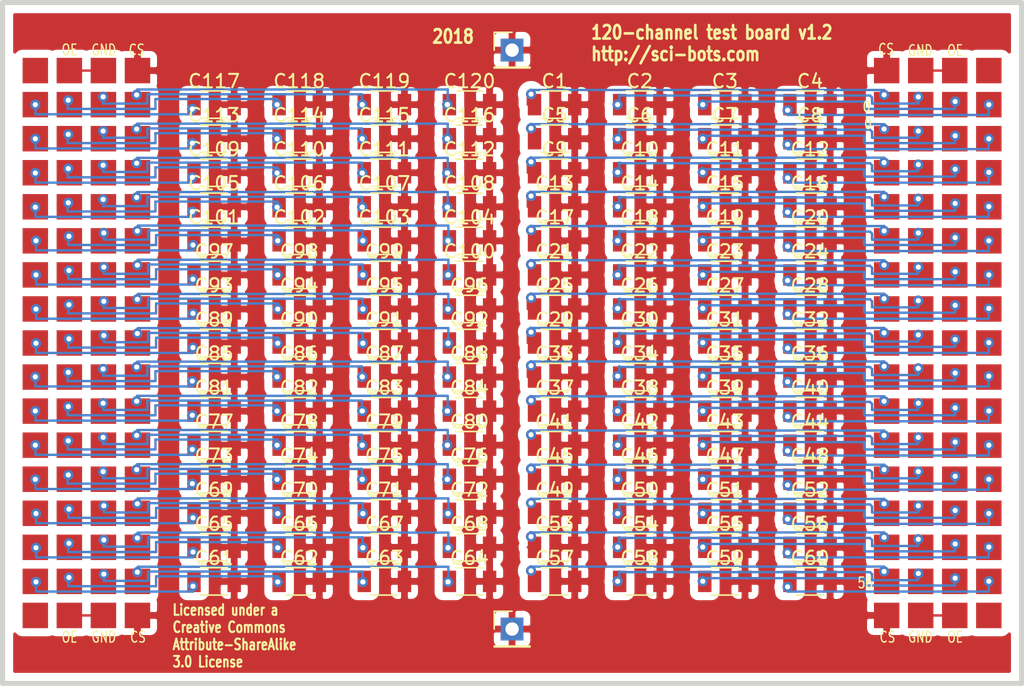
<source format=kicad_pcb>
(kicad_pcb (version 20171130) (host pcbnew "(5.1.5)-2")
  (title_block (title "120-channel test board") (date 2018-03-15) (rev v1.2) (company "Sci-Bots Inc."))
  (layers (0 Front signal) (31 Back signal) (34 B.Paste user) (35 F.Paste user) (36 B.SilkS user) (37 F.SilkS user) (38 B.Mask user) (39 F.Mask user) (44 Edge.Cuts user))
  (net 0 "")
  (net 1 "Net-(C1-Pad1)")
  (net 2 "Net-(C2-Pad1)")
  (net 3 "Net-(C3-Pad1)")
  (net 4 "Net-(C4-Pad1)")
  (net 5 "Net-(C5-Pad1)")
  (net 6 "Net-(C6-Pad1)")
  (net 7 "Net-(C7-Pad1)")
  (net 8 "Net-(C8-Pad1)")
  (net 9 "Net-(C9-Pad1)")
  (net 10 "Net-(C10-Pad1)")
  (net 11 "Net-(C11-Pad1)")
  (net 12 "Net-(C12-Pad1)")
  (net 13 "Net-(C13-Pad1)")
  (net 14 "Net-(C14-Pad1)")
  (net 15 "Net-(C15-Pad1)")
  (net 16 "Net-(C16-Pad1)")
  (net 17 "Net-(C17-Pad1)")
  (net 18 "Net-(C18-Pad1)")
  (net 19 "Net-(C19-Pad1)")
  (net 20 "Net-(C20-Pad1)")
  (net 21 "Net-(C21-Pad1)")
  (net 22 "Net-(C22-Pad1)")
  (net 23 "Net-(C23-Pad1)")
  (net 24 "Net-(C24-Pad1)")
  (net 25 "Net-(C25-Pad1)")
  (net 26 "Net-(C26-Pad1)")
  (net 27 "Net-(C27-Pad1)")
  (net 28 "Net-(C28-Pad1)")
  (net 29 "Net-(C29-Pad1)")
  (net 30 "Net-(C30-Pad1)")
  (net 31 "Net-(C31-Pad1)")
  (net 32 "Net-(C32-Pad1)")
  (net 33 "Net-(C33-Pad1)")
  (net 34 "Net-(C34-Pad1)")
  (net 35 "Net-(C35-Pad1)")
  (net 36 "Net-(C36-Pad1)")
  (net 37 "Net-(C37-Pad1)")
  (net 38 "Net-(C38-Pad1)")
  (net 39 "Net-(C39-Pad1)")
  (net 40 "Net-(C40-Pad1)")
  (net 41 "Net-(C41-Pad1)")
  (net 42 "Net-(C42-Pad1)")
  (net 43 "Net-(C43-Pad1)")
  (net 44 "Net-(C44-Pad1)")
  (net 45 "Net-(C45-Pad1)")
  (net 46 "Net-(C46-Pad1)")
  (net 47 "Net-(C47-Pad1)")
  (net 48 "Net-(C48-Pad1)")
  (net 49 "Net-(C49-Pad1)")
  (net 50 "Net-(C50-Pad1)")
  (net 51 "Net-(C51-Pad1)")
  (net 52 "Net-(C52-Pad1)")
  (net 53 "Net-(C53-Pad1)")
  (net 54 "Net-(C54-Pad1)")
  (net 55 "Net-(C55-Pad1)")
  (net 56 "Net-(C56-Pad1)")
  (net 57 "Net-(C57-Pad1)")
  (net 58 "Net-(C58-Pad1)")
  (net 59 "Net-(C59-Pad1)")
  (net 60 "Net-(C60-Pad1)")
  (net 61 "Net-(C61-Pad1)")
  (net 62 "Net-(C62-Pad1)")
  (net 63 "Net-(C63-Pad1)")
  (net 64 "Net-(C64-Pad1)")
  (net 65 "Net-(C65-Pad1)")
  (net 66 "Net-(C66-Pad1)")
  (net 67 "Net-(C67-Pad1)")
  (net 68 "Net-(C68-Pad1)")
  (net 69 "Net-(C69-Pad1)")
  (net 70 "Net-(C70-Pad1)")
  (net 71 "Net-(C71-Pad1)")
  (net 72 "Net-(C72-Pad1)")
  (net 73 "Net-(C73-Pad1)")
  (net 74 "Net-(C74-Pad1)")
  (net 75 "Net-(C75-Pad1)")
  (net 76 "Net-(C76-Pad1)")
  (net 77 "Net-(C77-Pad1)")
  (net 78 "Net-(C78-Pad1)")
  (net 79 "Net-(C79-Pad1)")
  (net 80 "Net-(C80-Pad1)")
  (net 81 "Net-(C81-Pad1)")
  (net 82 "Net-(C82-Pad1)")
  (net 83 "Net-(C83-Pad1)")
  (net 84 "Net-(C84-Pad1)")
  (net 85 "Net-(C85-Pad1)")
  (net 86 "Net-(C86-Pad1)")
  (net 87 "Net-(C87-Pad1)")
  (net 88 "Net-(C88-Pad1)")
  (net 89 "Net-(C89-Pad1)")
  (net 90 "Net-(C90-Pad1)")
  (net 91 "Net-(C91-Pad1)")
  (net 92 "Net-(C92-Pad1)")
  (net 93 "Net-(C93-Pad1)")
  (net 94 "Net-(C94-Pad1)")
  (net 95 "Net-(C95-Pad1)")
  (net 96 "Net-(C96-Pad1)")
  (net 97 "Net-(C97-Pad1)")
  (net 98 "Net-(C98-Pad1)")
  (net 99 "Net-(C99-Pad1)")
  (net 100 "Net-(C100-Pad1)")
  (net 101 "Net-(C101-Pad1)")
  (net 102 "Net-(C102-Pad1)")
  (net 103 "Net-(C103-Pad1)")
  (net 104 "Net-(C104-Pad1)")
  (net 105 "Net-(C105-Pad1)")
  (net 106 "Net-(C106-Pad1)")
  (net 107 "Net-(C107-Pad1)")
  (net 108 "Net-(C108-Pad1)")
  (net 109 "Net-(C109-Pad1)")
  (net 110 "Net-(C110-Pad1)")
  (net 111 "Net-(C111-Pad1)")
  (net 112 "Net-(C112-Pad1)")
  (net 113 "Net-(C113-Pad1)")
  (net 114 "Net-(C114-Pad1)")
  (net 115 "Net-(C115-Pad1)")
  (net 116 "Net-(C116-Pad1)")
  (net 117 "Net-(C117-Pad1)")
  (net 118 "Net-(C118-Pad1)")
  (net 119 "Net-(C119-Pad1)")
  (net 120 "Net-(C120-Pad1)")
  (net 121 CUR_SENSE)
  (net 122 "Net-(P126-Pad1)")
  (net 123 "Net-(P128-Pad1)")
  (net 124 "Net-(P130-Pad1)")
  (net 125 "Net-(P132-Pad1)")
  (net 126 "Net-(P134-Pad1)")
  (net 127 "Net-(P135-Pad1)")
  (net 128 "Net-(P136-Pad1)")
  (net 129 "Net-(P137-Pad1)")
  (module Capacitors_SMD:C_1206 (layer Front) (at 79.375 43.18)
    (fp_text reference C1 (at 0 -1.75) (layer F.SilkS))
    (fp_text value C)
    (pad 1 smd rect (at -1.5 0) (size 1 1.6) (layers Front F.Paste F.Mask) (net 1 "Net-(C1-Pad1)"))
    (pad 2 smd rect (at 1.5 0) (size 1 1.6) (layers Front F.Paste F.Mask) (net 121 CUR_SENSE))
  )
  (module Capacitors_SMD:C_1206 (layer Front) (at 85.725 43.18)
    (fp_text reference C2 (at 0 -1.75) (layer F.SilkS))
    (fp_text value C)
    (pad 1 smd rect (at -1.5 0) (size 1 1.6) (layers Front F.Paste F.Mask) (net 2 "Net-(C2-Pad1)"))
    (pad 2 smd rect (at 1.5 0) (size 1 1.6) (layers Front F.Paste F.Mask) (net 121 CUR_SENSE))
  )
  (module Capacitors_SMD:C_1206 (layer Front) (at 92.075 43.18)
    (fp_text reference C3 (at 0 -1.75) (layer F.SilkS))
    (fp_text value C)
    (pad 1 smd rect (at -1.5 0) (size 1 1.6) (layers Front F.Paste F.Mask) (net 3 "Net-(C3-Pad1)"))
    (pad 2 smd rect (at 1.5 0) (size 1 1.6) (layers Front F.Paste F.Mask) (net 121 CUR_SENSE))
  )
  (module Capacitors_SMD:C_1206 (layer Front) (at 98.425 43.18)
    (fp_text reference C4 (at 0 -1.75) (layer F.SilkS))
    (fp_text value C)
    (pad 1 smd rect (at -1.5 0) (size 1 1.6) (layers Front F.Paste F.Mask) (net 4 "Net-(C4-Pad1)"))
    (pad 2 smd rect (at 1.5 0) (size 1 1.6) (layers Front F.Paste F.Mask) (net 121 CUR_SENSE))
  )
  (module Capacitors_SMD:C_1206 (layer Front) (at 79.375 45.72)
    (fp_text reference C5 (at 0 -1.75) (layer F.SilkS))
    (fp_text value C)
    (pad 1 smd rect (at -1.5 0) (size 1 1.6) (layers Front F.Paste F.Mask) (net 5 "Net-(C5-Pad1)"))
    (pad 2 smd rect (at 1.5 0) (size 1 1.6) (layers Front F.Paste F.Mask) (net 121 CUR_SENSE))
  )
  (module Capacitors_SMD:C_1206 (layer Front) (at 85.725 45.72)
    (fp_text reference C6 (at 0 -1.75) (layer F.SilkS))
    (fp_text value C)
    (pad 1 smd rect (at -1.5 0) (size 1 1.6) (layers Front F.Paste F.Mask) (net 6 "Net-(C6-Pad1)"))
    (pad 2 smd rect (at 1.5 0) (size 1 1.6) (layers Front F.Paste F.Mask) (net 121 CUR_SENSE))
  )
  (module Capacitors_SMD:C_1206 (layer Front) (at 92.075 45.72)
    (fp_text reference C7 (at 0 -1.75) (layer F.SilkS))
    (fp_text value C)
    (pad 1 smd rect (at -1.5 0) (size 1 1.6) (layers Front F.Paste F.Mask) (net 7 "Net-(C7-Pad1)"))
    (pad 2 smd rect (at 1.5 0) (size 1 1.6) (layers Front F.Paste F.Mask) (net 121 CUR_SENSE))
  )
  (module Capacitors_SMD:C_1206 (layer Front) (at 98.425 45.72)
    (fp_text reference C8 (at 0 -1.75) (layer F.SilkS))
    (fp_text value C)
    (pad 1 smd rect (at -1.5 0) (size 1 1.6) (layers Front F.Paste F.Mask) (net 8 "Net-(C8-Pad1)"))
    (pad 2 smd rect (at 1.5 0) (size 1 1.6) (layers Front F.Paste F.Mask) (net 121 CUR_SENSE))
  )
  (module Capacitors_SMD:C_1206 (layer Front) (at 79.375 48.26)
    (fp_text reference C9 (at 0 -1.75) (layer F.SilkS))
    (fp_text value C)
    (pad 1 smd rect (at -1.5 0) (size 1 1.6) (layers Front F.Paste F.Mask) (net 9 "Net-(C9-Pad1)"))
    (pad 2 smd rect (at 1.5 0) (size 1 1.6) (layers Front F.Paste F.Mask) (net 121 CUR_SENSE))
  )
  (module Capacitors_SMD:C_1206 (layer Front) (at 85.725 48.26)
    (fp_text reference C10 (at 0 -1.75) (layer F.SilkS))
    (fp_text value C)
    (pad 1 smd rect (at -1.5 0) (size 1 1.6) (layers Front F.Paste F.Mask) (net 10 "Net-(C10-Pad1)"))
    (pad 2 smd rect (at 1.5 0) (size 1 1.6) (layers Front F.Paste F.Mask) (net 121 CUR_SENSE))
  )
  (module Capacitors_SMD:C_1206 (layer Front) (at 92.075 48.26)
    (fp_text reference C11 (at 0 -1.75) (layer F.SilkS))
    (fp_text value C)
    (pad 1 smd rect (at -1.5 0) (size 1 1.6) (layers Front F.Paste F.Mask) (net 11 "Net-(C11-Pad1)"))
    (pad 2 smd rect (at 1.5 0) (size 1 1.6) (layers Front F.Paste F.Mask) (net 121 CUR_SENSE))
  )
  (module Capacitors_SMD:C_1206 (layer Front) (at 98.425 48.26)
    (fp_text reference C12 (at 0 -1.75) (layer F.SilkS))
    (fp_text value C)
    (pad 1 smd rect (at -1.5 0) (size 1 1.6) (layers Front F.Paste F.Mask) (net 12 "Net-(C12-Pad1)"))
    (pad 2 smd rect (at 1.5 0) (size 1 1.6) (layers Front F.Paste F.Mask) (net 121 CUR_SENSE))
  )
  (module Capacitors_SMD:C_1206 (layer Front) (at 79.375 50.8)
    (fp_text reference C13 (at 0 -1.75) (layer F.SilkS))
    (fp_text value C)
    (pad 1 smd rect (at -1.5 0) (size 1 1.6) (layers Front F.Paste F.Mask) (net 13 "Net-(C13-Pad1)"))
    (pad 2 smd rect (at 1.5 0) (size 1 1.6) (layers Front F.Paste F.Mask) (net 121 CUR_SENSE))
  )
  (module Capacitors_SMD:C_1206 (layer Front) (at 85.725 50.8)
    (fp_text reference C14 (at 0 -1.75) (layer F.SilkS))
    (fp_text value C)
    (pad 1 smd rect (at -1.5 0) (size 1 1.6) (layers Front F.Paste F.Mask) (net 14 "Net-(C14-Pad1)"))
    (pad 2 smd rect (at 1.5 0) (size 1 1.6) (layers Front F.Paste F.Mask) (net 121 CUR_SENSE))
  )
  (module Capacitors_SMD:C_1206 (layer Front) (at 92.075 50.8)
    (fp_text reference C15 (at 0 -1.75) (layer F.SilkS))
    (fp_text value C)
    (pad 1 smd rect (at -1.5 0) (size 1 1.6) (layers Front F.Paste F.Mask) (net 15 "Net-(C15-Pad1)"))
    (pad 2 smd rect (at 1.5 0) (size 1 1.6) (layers Front F.Paste F.Mask) (net 121 CUR_SENSE))
  )
  (module Capacitors_SMD:C_1206 (layer Front) (at 98.425 50.8)
    (fp_text reference C16 (at 0 -1.75) (layer F.SilkS))
    (fp_text value C)
    (pad 1 smd rect (at -1.5 0) (size 1 1.6) (layers Front F.Paste F.Mask) (net 16 "Net-(C16-Pad1)"))
    (pad 2 smd rect (at 1.5 0) (size 1 1.6) (layers Front F.Paste F.Mask) (net 121 CUR_SENSE))
  )
  (module Capacitors_SMD:C_1206 (layer Front) (at 79.375 53.34)
    (fp_text reference C17 (at 0 -1.75) (layer F.SilkS))
    (fp_text value C)
    (pad 1 smd rect (at -1.5 0) (size 1 1.6) (layers Front F.Paste F.Mask) (net 17 "Net-(C17-Pad1)"))
    (pad 2 smd rect (at 1.5 0) (size 1 1.6) (layers Front F.Paste F.Mask) (net 121 CUR_SENSE))
  )
  (module Capacitors_SMD:C_1206 (layer Front) (at 85.725 53.34)
    (fp_text reference C18 (at 0 -1.75) (layer F.SilkS))
    (fp_text value C)
    (pad 1 smd rect (at -1.5 0) (size 1 1.6) (layers Front F.Paste F.Mask) (net 18 "Net-(C18-Pad1)"))
    (pad 2 smd rect (at 1.5 0) (size 1 1.6) (layers Front F.Paste F.Mask) (net 121 CUR_SENSE))
  )
  (module Capacitors_SMD:C_1206 (layer Front) (at 92.075 53.34)
    (fp_text reference C19 (at 0 -1.75) (layer F.SilkS))
    (fp_text value C)
    (pad 1 smd rect (at -1.5 0) (size 1 1.6) (layers Front F.Paste F.Mask) (net 19 "Net-(C19-Pad1)"))
    (pad 2 smd rect (at 1.5 0) (size 1 1.6) (layers Front F.Paste F.Mask) (net 121 CUR_SENSE))
  )
  (module Capacitors_SMD:C_1206 (layer Front) (at 98.425 53.34)
    (fp_text reference C20 (at 0 -1.75) (layer F.SilkS))
    (fp_text value C)
    (pad 1 smd rect (at -1.5 0) (size 1 1.6) (layers Front F.Paste F.Mask) (net 20 "Net-(C20-Pad1)"))
    (pad 2 smd rect (at 1.5 0) (size 1 1.6) (layers Front F.Paste F.Mask) (net 121 CUR_SENSE))
  )
  (module Capacitors_SMD:C_1206 (layer Front) (at 79.375 55.88)
    (fp_text reference C21 (at 0 -1.75) (layer F.SilkS))
    (fp_text value C)
    (pad 1 smd rect (at -1.5 0) (size 1 1.6) (layers Front F.Paste F.Mask) (net 21 "Net-(C21-Pad1)"))
    (pad 2 smd rect (at 1.5 0) (size 1 1.6) (layers Front F.Paste F.Mask) (net 121 CUR_SENSE))
  )
  (module Capacitors_SMD:C_1206 (layer Front) (at 85.725 55.88)
    (fp_text reference C22 (at 0 -1.75) (layer F.SilkS))
    (fp_text value C)
    (pad 1 smd rect (at -1.5 0) (size 1 1.6) (layers Front F.Paste F.Mask) (net 22 "Net-(C22-Pad1)"))
    (pad 2 smd rect (at 1.5 0) (size 1 1.6) (layers Front F.Paste F.Mask) (net 121 CUR_SENSE))
  )
  (module Capacitors_SMD:C_1206 (layer Front) (at 92.075 55.88)
    (fp_text reference C23 (at 0 -1.75) (layer F.SilkS))
    (fp_text value C)
    (pad 1 smd rect (at -1.5 0) (size 1 1.6) (layers Front F.Paste F.Mask) (net 23 "Net-(C23-Pad1)"))
    (pad 2 smd rect (at 1.5 0) (size 1 1.6) (layers Front F.Paste F.Mask) (net 121 CUR_SENSE))
  )
  (module Capacitors_SMD:C_1206 (layer Front) (at 98.425 55.88)
    (fp_text reference C24 (at 0 -1.75) (layer F.SilkS))
    (fp_text value C)
    (pad 1 smd rect (at -1.5 0) (size 1 1.6) (layers Front F.Paste F.Mask) (net 24 "Net-(C24-Pad1)"))
    (pad 2 smd rect (at 1.5 0) (size 1 1.6) (layers Front F.Paste F.Mask) (net 121 CUR_SENSE))
  )
  (module Capacitors_SMD:C_1206 (layer Front) (at 79.375 58.42)
    (fp_text reference C25 (at 0 -1.75) (layer F.SilkS))
    (fp_text value C)
    (pad 1 smd rect (at -1.5 0) (size 1 1.6) (layers Front F.Paste F.Mask) (net 25 "Net-(C25-Pad1)"))
    (pad 2 smd rect (at 1.5 0) (size 1 1.6) (layers Front F.Paste F.Mask) (net 121 CUR_SENSE))
  )
  (module Capacitors_SMD:C_1206 (layer Front) (at 85.725 58.42)
    (fp_text reference C26 (at 0 -1.75) (layer F.SilkS))
    (fp_text value C)
    (pad 1 smd rect (at -1.5 0) (size 1 1.6) (layers Front F.Paste F.Mask) (net 26 "Net-(C26-Pad1)"))
    (pad 2 smd rect (at 1.5 0) (size 1 1.6) (layers Front F.Paste F.Mask) (net 121 CUR_SENSE))
  )
  (module Capacitors_SMD:C_1206 (layer Front) (at 92.075 58.42)
    (fp_text reference C27 (at 0 -1.75) (layer F.SilkS))
    (fp_text value C)
    (pad 1 smd rect (at -1.5 0) (size 1 1.6) (layers Front F.Paste F.Mask) (net 27 "Net-(C27-Pad1)"))
    (pad 2 smd rect (at 1.5 0) (size 1 1.6) (layers Front F.Paste F.Mask) (net 121 CUR_SENSE))
  )
  (module Capacitors_SMD:C_1206 (layer Front) (at 98.425 58.42)
    (fp_text reference C28 (at 0 -1.75) (layer F.SilkS))
    (fp_text value C)
    (pad 1 smd rect (at -1.5 0) (size 1 1.6) (layers Front F.Paste F.Mask) (net 28 "Net-(C28-Pad1)"))
    (pad 2 smd rect (at 1.5 0) (size 1 1.6) (layers Front F.Paste F.Mask) (net 121 CUR_SENSE))
  )
  (module Capacitors_SMD:C_1206 (layer Front) (at 79.375 60.96)
    (fp_text reference C29 (at 0 -1.75) (layer F.SilkS))
    (fp_text value C)
    (pad 1 smd rect (at -1.5 0) (size 1 1.6) (layers Front F.Paste F.Mask) (net 29 "Net-(C29-Pad1)"))
    (pad 2 smd rect (at 1.5 0) (size 1 1.6) (layers Front F.Paste F.Mask) (net 121 CUR_SENSE))
  )
  (module Capacitors_SMD:C_1206 (layer Front) (at 85.725 60.96)
    (fp_text reference C30 (at 0 -1.75) (layer F.SilkS))
    (fp_text value C)
    (pad 1 smd rect (at -1.5 0) (size 1 1.6) (layers Front F.Paste F.Mask) (net 30 "Net-(C30-Pad1)"))
    (pad 2 smd rect (at 1.5 0) (size 1 1.6) (layers Front F.Paste F.Mask) (net 121 CUR_SENSE))
  )
  (module Capacitors_SMD:C_1206 (layer Front) (at 92.075 60.96)
    (fp_text reference C31 (at 0 -1.75) (layer F.SilkS))
    (fp_text value C)
    (pad 1 smd rect (at -1.5 0) (size 1 1.6) (layers Front F.Paste F.Mask) (net 31 "Net-(C31-Pad1)"))
    (pad 2 smd rect (at 1.5 0) (size 1 1.6) (layers Front F.Paste F.Mask) (net 121 CUR_SENSE))
  )
  (module Capacitors_SMD:C_1206 (layer Front) (at 98.425 60.96)
    (fp_text reference C32 (at 0 -1.75) (layer F.SilkS))
    (fp_text value C)
    (pad 1 smd rect (at -1.5 0) (size 1 1.6) (layers Front F.Paste F.Mask) (net 32 "Net-(C32-Pad1)"))
    (pad 2 smd rect (at 1.5 0) (size 1 1.6) (layers Front F.Paste F.Mask) (net 121 CUR_SENSE))
  )
  (module Capacitors_SMD:C_1206 (layer Front) (at 79.375 63.5)
    (fp_text reference C33 (at 0 -1.75) (layer F.SilkS))
    (fp_text value C)
    (pad 1 smd rect (at -1.5 0) (size 1 1.6) (layers Front F.Paste F.Mask) (net 33 "Net-(C33-Pad1)"))
    (pad 2 smd rect (at 1.5 0) (size 1 1.6) (layers Front F.Paste F.Mask) (net 121 CUR_SENSE))
  )
  (module Capacitors_SMD:C_1206 (layer Front) (at 85.725 63.5)
    (fp_text reference C34 (at 0 -1.75) (layer F.SilkS))
    (fp_text value C)
    (pad 1 smd rect (at -1.5 0) (size 1 1.6) (layers Front F.Paste F.Mask) (net 34 "Net-(C34-Pad1)"))
    (pad 2 smd rect (at 1.5 0) (size 1 1.6) (layers Front F.Paste F.Mask) (net 121 CUR_SENSE))
  )
  (module Capacitors_SMD:C_1206 (layer Front) (at 92.075 63.5)
    (fp_text reference C35 (at 0 -1.75) (layer F.SilkS))
    (fp_text value C)
    (pad 1 smd rect (at -1.5 0) (size 1 1.6) (layers Front F.Paste F.Mask) (net 35 "Net-(C35-Pad1)"))
    (pad 2 smd rect (at 1.5 0) (size 1 1.6) (layers Front F.Paste F.Mask) (net 121 CUR_SENSE))
  )
  (module Capacitors_SMD:C_1206 (layer Front) (at 98.425 63.5)
    (fp_text reference C36 (at 0 -1.75) (layer F.SilkS))
    (fp_text value C)
    (pad 1 smd rect (at -1.5 0) (size 1 1.6) (layers Front F.Paste F.Mask) (net 36 "Net-(C36-Pad1)"))
    (pad 2 smd rect (at 1.5 0) (size 1 1.6) (layers Front F.Paste F.Mask) (net 121 CUR_SENSE))
  )
  (module Capacitors_SMD:C_1206 (layer Front) (at 79.375 66.04)
    (fp_text reference C37 (at 0 -1.75) (layer F.SilkS))
    (fp_text value C)
    (pad 1 smd rect (at -1.5 0) (size 1 1.6) (layers Front F.Paste F.Mask) (net 37 "Net-(C37-Pad1)"))
    (pad 2 smd rect (at 1.5 0) (size 1 1.6) (layers Front F.Paste F.Mask) (net 121 CUR_SENSE))
  )
  (module Capacitors_SMD:C_1206 (layer Front) (at 85.725 66.04)
    (fp_text reference C38 (at 0 -1.75) (layer F.SilkS))
    (fp_text value C)
    (pad 1 smd rect (at -1.5 0) (size 1 1.6) (layers Front F.Paste F.Mask) (net 38 "Net-(C38-Pad1)"))
    (pad 2 smd rect (at 1.5 0) (size 1 1.6) (layers Front F.Paste F.Mask) (net 121 CUR_SENSE))
  )
  (module Capacitors_SMD:C_1206 (layer Front) (at 92.075 66.04)
    (fp_text reference C39 (at 0 -1.75) (layer F.SilkS))
    (fp_text value C)
    (pad 1 smd rect (at -1.5 0) (size 1 1.6) (layers Front F.Paste F.Mask) (net 39 "Net-(C39-Pad1)"))
    (pad 2 smd rect (at 1.5 0) (size 1 1.6) (layers Front F.Paste F.Mask) (net 121 CUR_SENSE))
  )
  (module Capacitors_SMD:C_1206 (layer Front) (at 98.425 66.04)
    (fp_text reference C40 (at 0 -1.75) (layer F.SilkS))
    (fp_text value C)
    (pad 1 smd rect (at -1.5 0) (size 1 1.6) (layers Front F.Paste F.Mask) (net 40 "Net-(C40-Pad1)"))
    (pad 2 smd rect (at 1.5 0) (size 1 1.6) (layers Front F.Paste F.Mask) (net 121 CUR_SENSE))
  )
  (module Capacitors_SMD:C_1206 (layer Front) (at 79.375 68.58)
    (fp_text reference C41 (at 0 -1.75) (layer F.SilkS))
    (fp_text value C)
    (pad 1 smd rect (at -1.5 0) (size 1 1.6) (layers Front F.Paste F.Mask) (net 41 "Net-(C41-Pad1)"))
    (pad 2 smd rect (at 1.5 0) (size 1 1.6) (layers Front F.Paste F.Mask) (net 121 CUR_SENSE))
  )
  (module Capacitors_SMD:C_1206 (layer Front) (at 85.725 68.58)
    (fp_text reference C42 (at 0 -1.75) (layer F.SilkS))
    (fp_text value C)
    (pad 1 smd rect (at -1.5 0) (size 1 1.6) (layers Front F.Paste F.Mask) (net 42 "Net-(C42-Pad1)"))
    (pad 2 smd rect (at 1.5 0) (size 1 1.6) (layers Front F.Paste F.Mask) (net 121 CUR_SENSE))
  )
  (module Capacitors_SMD:C_1206 (layer Front) (at 92.075 68.58)
    (fp_text reference C43 (at 0 -1.75) (layer F.SilkS))
    (fp_text value C)
    (pad 1 smd rect (at -1.5 0) (size 1 1.6) (layers Front F.Paste F.Mask) (net 43 "Net-(C43-Pad1)"))
    (pad 2 smd rect (at 1.5 0) (size 1 1.6) (layers Front F.Paste F.Mask) (net 121 CUR_SENSE))
  )
  (module Capacitors_SMD:C_1206 (layer Front) (at 98.425 68.58)
    (fp_text reference C44 (at 0 -1.75) (layer F.SilkS))
    (fp_text value C)
    (pad 1 smd rect (at -1.5 0) (size 1 1.6) (layers Front F.Paste F.Mask) (net 44 "Net-(C44-Pad1)"))
    (pad 2 smd rect (at 1.5 0) (size 1 1.6) (layers Front F.Paste F.Mask) (net 121 CUR_SENSE))
  )
  (module Capacitors_SMD:C_1206 (layer Front) (at 79.375 71.12)
    (fp_text reference C45 (at 0 -1.75) (layer F.SilkS))
    (fp_text value C)
    (pad 1 smd rect (at -1.5 0) (size 1 1.6) (layers Front F.Paste F.Mask) (net 45 "Net-(C45-Pad1)"))
    (pad 2 smd rect (at 1.5 0) (size 1 1.6) (layers Front F.Paste F.Mask) (net 121 CUR_SENSE))
  )
  (module Capacitors_SMD:C_1206 (layer Front) (at 85.725 71.12)
    (fp_text reference C46 (at 0 -1.75) (layer F.SilkS))
    (fp_text value C)
    (pad 1 smd rect (at -1.5 0) (size 1 1.6) (layers Front F.Paste F.Mask) (net 46 "Net-(C46-Pad1)"))
    (pad 2 smd rect (at 1.5 0) (size 1 1.6) (layers Front F.Paste F.Mask) (net 121 CUR_SENSE))
  )
  (module Capacitors_SMD:C_1206 (layer Front) (at 92.075 71.12)
    (fp_text reference C47 (at 0 -1.75) (layer F.SilkS))
    (fp_text value C)
    (pad 1 smd rect (at -1.5 0) (size 1 1.6) (layers Front F.Paste F.Mask) (net 47 "Net-(C47-Pad1)"))
    (pad 2 smd rect (at 1.5 0) (size 1 1.6) (layers Front F.Paste F.Mask) (net 121 CUR_SENSE))
  )
  (module Capacitors_SMD:C_1206 (layer Front) (at 98.425 71.12)
    (fp_text reference C48 (at 0 -1.75) (layer F.SilkS))
    (fp_text value C)
    (pad 1 smd rect (at -1.5 0) (size 1 1.6) (layers Front F.Paste F.Mask) (net 48 "Net-(C48-Pad1)"))
    (pad 2 smd rect (at 1.5 0) (size 1 1.6) (layers Front F.Paste F.Mask) (net 121 CUR_SENSE))
  )
  (module Capacitors_SMD:C_1206 (layer Front) (at 79.375 73.66)
    (fp_text reference C49 (at 0 -1.75) (layer F.SilkS))
    (fp_text value C)
    (pad 1 smd rect (at -1.5 0) (size 1 1.6) (layers Front F.Paste F.Mask) (net 49 "Net-(C49-Pad1)"))
    (pad 2 smd rect (at 1.5 0) (size 1 1.6) (layers Front F.Paste F.Mask) (net 121 CUR_SENSE))
  )
  (module Capacitors_SMD:C_1206 (layer Front) (at 85.725 73.66)
    (fp_text reference C50 (at 0 -1.75) (layer F.SilkS))
    (fp_text value C)
    (pad 1 smd rect (at -1.5 0) (size 1 1.6) (layers Front F.Paste F.Mask) (net 50 "Net-(C50-Pad1)"))
    (pad 2 smd rect (at 1.5 0) (size 1 1.6) (layers Front F.Paste F.Mask) (net 121 CUR_SENSE))
  )
  (module Capacitors_SMD:C_1206 (layer Front) (at 92.075 73.66)
    (fp_text reference C51 (at 0 -1.75) (layer F.SilkS))
    (fp_text value C)
    (pad 1 smd rect (at -1.5 0) (size 1 1.6) (layers Front F.Paste F.Mask) (net 51 "Net-(C51-Pad1)"))
    (pad 2 smd rect (at 1.5 0) (size 1 1.6) (layers Front F.Paste F.Mask) (net 121 CUR_SENSE))
  )
  (module Capacitors_SMD:C_1206 (layer Front) (at 98.425 73.66)
    (fp_text reference C52 (at 0 -1.75) (layer F.SilkS))
    (fp_text value C)
    (pad 1 smd rect (at -1.5 0) (size 1 1.6) (layers Front F.Paste F.Mask) (net 52 "Net-(C52-Pad1)"))
    (pad 2 smd rect (at 1.5 0) (size 1 1.6) (layers Front F.Paste F.Mask) (net 121 CUR_SENSE))
  )
  (module Capacitors_SMD:C_1206 (layer Front) (at 79.375 76.2)
    (fp_text reference C53 (at 0 -1.75) (layer F.SilkS))
    (fp_text value C)
    (pad 1 smd rect (at -1.5 0) (size 1 1.6) (layers Front F.Paste F.Mask) (net 53 "Net-(C53-Pad1)"))
    (pad 2 smd rect (at 1.5 0) (size 1 1.6) (layers Front F.Paste F.Mask) (net 121 CUR_SENSE))
  )
  (module Capacitors_SMD:C_1206 (layer Front) (at 85.725 76.2)
    (fp_text reference C54 (at 0 -1.75) (layer F.SilkS))
    (fp_text value C)
    (pad 1 smd rect (at -1.5 0) (size 1 1.6) (layers Front F.Paste F.Mask) (net 54 "Net-(C54-Pad1)"))
    (pad 2 smd rect (at 1.5 0) (size 1 1.6) (layers Front F.Paste F.Mask) (net 121 CUR_SENSE))
  )
  (module Capacitors_SMD:C_1206 (layer Front) (at 92.075 76.2)
    (fp_text reference C55 (at 0 -1.75) (layer F.SilkS))
    (fp_text value C)
    (pad 1 smd rect (at -1.5 0) (size 1 1.6) (layers Front F.Paste F.Mask) (net 55 "Net-(C55-Pad1)"))
    (pad 2 smd rect (at 1.5 0) (size 1 1.6) (layers Front F.Paste F.Mask) (net 121 CUR_SENSE))
  )
  (module Capacitors_SMD:C_1206 (layer Front) (at 98.425 76.2)
    (fp_text reference C56 (at 0 -1.75) (layer F.SilkS))
    (fp_text value C)
    (pad 1 smd rect (at -1.5 0) (size 1 1.6) (layers Front F.Paste F.Mask) (net 56 "Net-(C56-Pad1)"))
    (pad 2 smd rect (at 1.5 0) (size 1 1.6) (layers Front F.Paste F.Mask) (net 121 CUR_SENSE))
  )
  (module Capacitors_SMD:C_1206 (layer Front) (at 79.375 78.74)
    (fp_text reference C57 (at 0 -1.75) (layer F.SilkS))
    (fp_text value C)
    (pad 1 smd rect (at -1.5 0) (size 1 1.6) (layers Front F.Paste F.Mask) (net 57 "Net-(C57-Pad1)"))
    (pad 2 smd rect (at 1.5 0) (size 1 1.6) (layers Front F.Paste F.Mask) (net 121 CUR_SENSE))
  )
  (module Capacitors_SMD:C_1206 (layer Front) (at 85.725 78.74)
    (fp_text reference C58 (at 0 -1.75) (layer F.SilkS))
    (fp_text value C)
    (pad 1 smd rect (at -1.5 0) (size 1 1.6) (layers Front F.Paste F.Mask) (net 58 "Net-(C58-Pad1)"))
    (pad 2 smd rect (at 1.5 0) (size 1 1.6) (layers Front F.Paste F.Mask) (net 121 CUR_SENSE))
  )
  (module Capacitors_SMD:C_1206 (layer Front) (at 92.075 78.74)
    (fp_text reference C59 (at 0 -1.75) (layer F.SilkS))
    (fp_text value C)
    (pad 1 smd rect (at -1.5 0) (size 1 1.6) (layers Front F.Paste F.Mask) (net 59 "Net-(C59-Pad1)"))
    (pad 2 smd rect (at 1.5 0) (size 1 1.6) (layers Front F.Paste F.Mask) (net 121 CUR_SENSE))
  )
  (module Capacitors_SMD:C_1206 (layer Front) (at 98.425 78.74)
    (fp_text reference C60 (at 0 -1.75) (layer F.SilkS))
    (fp_text value C)
    (pad 1 smd rect (at -1.5 0) (size 1 1.6) (layers Front F.Paste F.Mask) (net 60 "Net-(C60-Pad1)"))
    (pad 2 smd rect (at 1.5 0) (size 1 1.6) (layers Front F.Paste F.Mask) (net 121 CUR_SENSE))
  )
  (module Capacitors_SMD:C_1206 (layer Front) (at 53.975 78.74)
    (fp_text reference C61 (at 0 -1.75) (layer F.SilkS))
    (fp_text value C)
    (pad 1 smd rect (at -1.5 0) (size 1 1.6) (layers Front F.Paste F.Mask) (net 61 "Net-(C61-Pad1)"))
    (pad 2 smd rect (at 1.5 0) (size 1 1.6) (layers Front F.Paste F.Mask) (net 121 CUR_SENSE))
  )
  (module Capacitors_SMD:C_1206 (layer Front) (at 60.325 78.74)
    (fp_text reference C62 (at 0 -1.75) (layer F.SilkS))
    (fp_text value C)
    (pad 1 smd rect (at -1.5 0) (size 1 1.6) (layers Front F.Paste F.Mask) (net 62 "Net-(C62-Pad1)"))
    (pad 2 smd rect (at 1.5 0) (size 1 1.6) (layers Front F.Paste F.Mask) (net 121 CUR_SENSE))
  )
  (module Capacitors_SMD:C_1206 (layer Front) (at 66.675 78.74)
    (fp_text reference C63 (at 0 -1.75) (layer F.SilkS))
    (fp_text value C)
    (pad 1 smd rect (at -1.5 0) (size 1 1.6) (layers Front F.Paste F.Mask) (net 63 "Net-(C63-Pad1)"))
    (pad 2 smd rect (at 1.5 0) (size 1 1.6) (layers Front F.Paste F.Mask) (net 121 CUR_SENSE))
  )
  (module Capacitors_SMD:C_1206 (layer Front) (at 73.025 78.74)
    (fp_text reference C64 (at 0 -1.75) (layer F.SilkS))
    (fp_text value C)
    (pad 1 smd rect (at -1.5 0) (size 1 1.6) (layers Front F.Paste F.Mask) (net 64 "Net-(C64-Pad1)"))
    (pad 2 smd rect (at 1.5 0) (size 1 1.6) (layers Front F.Paste F.Mask) (net 121 CUR_SENSE))
  )
  (module Capacitors_SMD:C_1206 (layer Front) (at 53.975 76.2)
    (fp_text reference C65 (at 0 -1.75) (layer F.SilkS))
    (fp_text value C)
    (pad 1 smd rect (at -1.5 0) (size 1 1.6) (layers Front F.Paste F.Mask) (net 65 "Net-(C65-Pad1)"))
    (pad 2 smd rect (at 1.5 0) (size 1 1.6) (layers Front F.Paste F.Mask) (net 121 CUR_SENSE))
  )
  (module Capacitors_SMD:C_1206 (layer Front) (at 60.325 76.2)
    (fp_text reference C66 (at 0 -1.75) (layer F.SilkS))
    (fp_text value C)
    (pad 1 smd rect (at -1.5 0) (size 1 1.6) (layers Front F.Paste F.Mask) (net 66 "Net-(C66-Pad1)"))
    (pad 2 smd rect (at 1.5 0) (size 1 1.6) (layers Front F.Paste F.Mask) (net 121 CUR_SENSE))
  )
  (module Capacitors_SMD:C_1206 (layer Front) (at 66.675 76.2)
    (fp_text reference C67 (at 0 -1.75) (layer F.SilkS))
    (fp_text value C)
    (pad 1 smd rect (at -1.5 0) (size 1 1.6) (layers Front F.Paste F.Mask) (net 67 "Net-(C67-Pad1)"))
    (pad 2 smd rect (at 1.5 0) (size 1 1.6) (layers Front F.Paste F.Mask) (net 121 CUR_SENSE))
  )
  (module Capacitors_SMD:C_1206 (layer Front) (at 73.025 76.2)
    (fp_text reference C68 (at 0 -1.75) (layer F.SilkS))
    (fp_text value C)
    (pad 1 smd rect (at -1.5 0) (size 1 1.6) (layers Front F.Paste F.Mask) (net 68 "Net-(C68-Pad1)"))
    (pad 2 smd rect (at 1.5 0) (size 1 1.6) (layers Front F.Paste F.Mask) (net 121 CUR_SENSE))
  )
  (module Capacitors_SMD:C_1206 (layer Front) (at 53.975 73.66)
    (fp_text reference C69 (at 0 -1.75) (layer F.SilkS))
    (fp_text value C)
    (pad 1 smd rect (at -1.5 0) (size 1 1.6) (layers Front F.Paste F.Mask) (net 69 "Net-(C69-Pad1)"))
    (pad 2 smd rect (at 1.5 0) (size 1 1.6) (layers Front F.Paste F.Mask) (net 121 CUR_SENSE))
  )
  (module Capacitors_SMD:C_1206 (layer Front) (at 60.325 73.66)
    (fp_text reference C70 (at 0 -1.75) (layer F.SilkS))
    (fp_text value C)
    (pad 1 smd rect (at -1.5 0) (size 1 1.6) (layers Front F.Paste F.Mask) (net 70 "Net-(C70-Pad1)"))
    (pad 2 smd rect (at 1.5 0) (size 1 1.6) (layers Front F.Paste F.Mask) (net 121 CUR_SENSE))
  )
  (module Capacitors_SMD:C_1206 (layer Front) (at 66.675 73.66)
    (fp_text reference C71 (at 0 -1.75) (layer F.SilkS))
    (fp_text value C)
    (pad 1 smd rect (at -1.5 0) (size 1 1.6) (layers Front F.Paste F.Mask) (net 71 "Net-(C71-Pad1)"))
    (pad 2 smd rect (at 1.5 0) (size 1 1.6) (layers Front F.Paste F.Mask) (net 121 CUR_SENSE))
  )
  (module Capacitors_SMD:C_1206 (layer Front) (at 73.025 73.66)
    (fp_text reference C72 (at 0 -1.75) (layer F.SilkS))
    (fp_text value C)
    (pad 1 smd rect (at -1.5 0) (size 1 1.6) (layers Front F.Paste F.Mask) (net 72 "Net-(C72-Pad1)"))
    (pad 2 smd rect (at 1.5 0) (size 1 1.6) (layers Front F.Paste F.Mask) (net 121 CUR_SENSE))
  )
  (module Capacitors_SMD:C_1206 (layer Front) (at 53.975 71.12)
    (fp_text reference C73 (at 0 -1.75) (layer F.SilkS))
    (fp_text value C)
    (pad 1 smd rect (at -1.5 0) (size 1 1.6) (layers Front F.Paste F.Mask) (net 73 "Net-(C73-Pad1)"))
    (pad 2 smd rect (at 1.5 0) (size 1 1.6) (layers Front F.Paste F.Mask) (net 121 CUR_SENSE))
  )
  (module Capacitors_SMD:C_1206 (layer Front) (at 60.325 71.12)
    (fp_text reference C74 (at 0 -1.75) (layer F.SilkS))
    (fp_text value C)
    (pad 1 smd rect (at -1.5 0) (size 1 1.6) (layers Front F.Paste F.Mask) (net 74 "Net-(C74-Pad1)"))
    (pad 2 smd rect (at 1.5 0) (size 1 1.6) (layers Front F.Paste F.Mask) (net 121 CUR_SENSE))
  )
  (module Capacitors_SMD:C_1206 (layer Front) (at 66.675 71.12)
    (fp_text reference C75 (at 0 -1.75) (layer F.SilkS))
    (fp_text value C)
    (pad 1 smd rect (at -1.5 0) (size 1 1.6) (layers Front F.Paste F.Mask) (net 75 "Net-(C75-Pad1)"))
    (pad 2 smd rect (at 1.5 0) (size 1 1.6) (layers Front F.Paste F.Mask) (net 121 CUR_SENSE))
  )
  (module Capacitors_SMD:C_1206 (layer Front) (at 73.025 71.12)
    (fp_text reference C76 (at 0 -1.75) (layer F.SilkS))
    (fp_text value C)
    (pad 1 smd rect (at -1.5 0) (size 1 1.6) (layers Front F.Paste F.Mask) (net 76 "Net-(C76-Pad1)"))
    (pad 2 smd rect (at 1.5 0) (size 1 1.6) (layers Front F.Paste F.Mask) (net 121 CUR_SENSE))
  )
  (module Capacitors_SMD:C_1206 (layer Front) (at 53.975 68.58)
    (fp_text reference C77 (at 0 -1.75) (layer F.SilkS))
    (fp_text value C)
    (pad 1 smd rect (at -1.5 0) (size 1 1.6) (layers Front F.Paste F.Mask) (net 77 "Net-(C77-Pad1)"))
    (pad 2 smd rect (at 1.5 0) (size 1 1.6) (layers Front F.Paste F.Mask) (net 121 CUR_SENSE))
  )
  (module Capacitors_SMD:C_1206 (layer Front) (at 60.325 68.58)
    (fp_text reference C78 (at 0 -1.75) (layer F.SilkS))
    (fp_text value C)
    (pad 1 smd rect (at -1.5 0) (size 1 1.6) (layers Front F.Paste F.Mask) (net 78 "Net-(C78-Pad1)"))
    (pad 2 smd rect (at 1.5 0) (size 1 1.6) (layers Front F.Paste F.Mask) (net 121 CUR_SENSE))
  )
  (module Capacitors_SMD:C_1206 (layer Front) (at 66.675 68.58)
    (fp_text reference C79 (at 0 -1.75) (layer F.SilkS))
    (fp_text value C)
    (pad 1 smd rect (at -1.5 0) (size 1 1.6) (layers Front F.Paste F.Mask) (net 79 "Net-(C79-Pad1)"))
    (pad 2 smd rect (at 1.5 0) (size 1 1.6) (layers Front F.Paste F.Mask) (net 121 CUR_SENSE))
  )
  (module Capacitors_SMD:C_1206 (layer Front) (at 73.025 68.58)
    (fp_text reference C80 (at 0 -1.75) (layer F.SilkS))
    (fp_text value C)
    (pad 1 smd rect (at -1.5 0) (size 1 1.6) (layers Front F.Paste F.Mask) (net 80 "Net-(C80-Pad1)"))
    (pad 2 smd rect (at 1.5 0) (size 1 1.6) (layers Front F.Paste F.Mask) (net 121 CUR_SENSE))
  )
  (module Capacitors_SMD:C_1206 (layer Front) (at 53.975 66.04)
    (fp_text reference C81 (at 0 -1.75) (layer F.SilkS))
    (fp_text value C)
    (pad 1 smd rect (at -1.5 0) (size 1 1.6) (layers Front F.Paste F.Mask) (net 81 "Net-(C81-Pad1)"))
    (pad 2 smd rect (at 1.5 0) (size 1 1.6) (layers Front F.Paste F.Mask) (net 121 CUR_SENSE))
  )
  (module Capacitors_SMD:C_1206 (layer Front) (at 60.325 66.04)
    (fp_text reference C82 (at 0 -1.75) (layer F.SilkS))
    (fp_text value C)
    (pad 1 smd rect (at -1.5 0) (size 1 1.6) (layers Front F.Paste F.Mask) (net 82 "Net-(C82-Pad1)"))
    (pad 2 smd rect (at 1.5 0) (size 1 1.6) (layers Front F.Paste F.Mask) (net 121 CUR_SENSE))
  )
  (module Capacitors_SMD:C_1206 (layer Front) (at 66.675 66.04)
    (fp_text reference C83 (at 0 -1.75) (layer F.SilkS))
    (fp_text value C)
    (pad 1 smd rect (at -1.5 0) (size 1 1.6) (layers Front F.Paste F.Mask) (net 83 "Net-(C83-Pad1)"))
    (pad 2 smd rect (at 1.5 0) (size 1 1.6) (layers Front F.Paste F.Mask) (net 121 CUR_SENSE))
  )
  (module Capacitors_SMD:C_1206 (layer Front) (at 73.025 66.04)
    (fp_text reference C84 (at 0 -1.75) (layer F.SilkS))
    (fp_text value C)
    (pad 1 smd rect (at -1.5 0) (size 1 1.6) (layers Front F.Paste F.Mask) (net 84 "Net-(C84-Pad1)"))
    (pad 2 smd rect (at 1.5 0) (size 1 1.6) (layers Front F.Paste F.Mask) (net 121 CUR_SENSE))
  )
  (module Capacitors_SMD:C_1206 (layer Front) (at 53.975 63.5)
    (fp_text reference C85 (at 0 -1.75) (layer F.SilkS))
    (fp_text value C)
    (pad 1 smd rect (at -1.5 0) (size 1 1.6) (layers Front F.Paste F.Mask) (net 85 "Net-(C85-Pad1)"))
    (pad 2 smd rect (at 1.5 0) (size 1 1.6) (layers Front F.Paste F.Mask) (net 121 CUR_SENSE))
  )
  (module Capacitors_SMD:C_1206 (layer Front) (at 60.325 63.5)
    (fp_text reference C86 (at 0 -1.75) (layer F.SilkS))
    (fp_text value C)
    (pad 1 smd rect (at -1.5 0) (size 1 1.6) (layers Front F.Paste F.Mask) (net 86 "Net-(C86-Pad1)"))
    (pad 2 smd rect (at 1.5 0) (size 1 1.6) (layers Front F.Paste F.Mask) (net 121 CUR_SENSE))
  )
  (module Capacitors_SMD:C_1206 (layer Front) (at 66.675 63.5)
    (fp_text reference C87 (at 0 -1.75) (layer F.SilkS))
    (fp_text value C)
    (pad 1 smd rect (at -1.5 0) (size 1 1.6) (layers Front F.Paste F.Mask) (net 87 "Net-(C87-Pad1)"))
    (pad 2 smd rect (at 1.5 0) (size 1 1.6) (layers Front F.Paste F.Mask) (net 121 CUR_SENSE))
  )
  (module Capacitors_SMD:C_1206 (layer Front) (at 73.025 63.5)
    (fp_text reference C88 (at 0 -1.75) (layer F.SilkS))
    (fp_text value C)
    (pad 1 smd rect (at -1.5 0) (size 1 1.6) (layers Front F.Paste F.Mask) (net 88 "Net-(C88-Pad1)"))
    (pad 2 smd rect (at 1.5 0) (size 1 1.6) (layers Front F.Paste F.Mask) (net 121 CUR_SENSE))
  )
  (module Capacitors_SMD:C_1206 (layer Front) (at 53.975 60.96)
    (fp_text reference C89 (at 0 -1.75) (layer F.SilkS))
    (fp_text value C)
    (pad 1 smd rect (at -1.5 0) (size 1 1.6) (layers Front F.Paste F.Mask) (net 89 "Net-(C89-Pad1)"))
    (pad 2 smd rect (at 1.5 0) (size 1 1.6) (layers Front F.Paste F.Mask) (net 121 CUR_SENSE))
  )
  (module Capacitors_SMD:C_1206 (layer Front) (at 60.325 60.96)
    (fp_text reference C90 (at 0 -1.75) (layer F.SilkS))
    (fp_text value C)
    (pad 1 smd rect (at -1.5 0) (size 1 1.6) (layers Front F.Paste F.Mask) (net 90 "Net-(C90-Pad1)"))
    (pad 2 smd rect (at 1.5 0) (size 1 1.6) (layers Front F.Paste F.Mask) (net 121 CUR_SENSE))
  )
  (module Capacitors_SMD:C_1206 (layer Front) (at 66.675 60.96)
    (fp_text reference C91 (at 0 -1.75) (layer F.SilkS))
    (fp_text value C)
    (pad 1 smd rect (at -1.5 0) (size 1 1.6) (layers Front F.Paste F.Mask) (net 91 "Net-(C91-Pad1)"))
    (pad 2 smd rect (at 1.5 0) (size 1 1.6) (layers Front F.Paste F.Mask) (net 121 CUR_SENSE))
  )
  (module Capacitors_SMD:C_1206 (layer Front) (at 73.025 60.96)
    (fp_text reference C92 (at 0 -1.75) (layer F.SilkS))
    (fp_text value C)
    (pad 1 smd rect (at -1.5 0) (size 1 1.6) (layers Front F.Paste F.Mask) (net 92 "Net-(C92-Pad1)"))
    (pad 2 smd rect (at 1.5 0) (size 1 1.6) (layers Front F.Paste F.Mask) (net 121 CUR_SENSE))
  )
  (module Capacitors_SMD:C_1206 (layer Front) (at 53.975 58.42)
    (fp_text reference C93 (at 0 -1.75) (layer F.SilkS))
    (fp_text value C)
    (pad 1 smd rect (at -1.5 0) (size 1 1.6) (layers Front F.Paste F.Mask) (net 93 "Net-(C93-Pad1)"))
    (pad 2 smd rect (at 1.5 0) (size 1 1.6) (layers Front F.Paste F.Mask) (net 121 CUR_SENSE))
  )
  (module Capacitors_SMD:C_1206 (layer Front) (at 60.325 58.42)
    (fp_text reference C94 (at 0 -1.75) (layer F.SilkS))
    (fp_text value C)
    (pad 1 smd rect (at -1.5 0) (size 1 1.6) (layers Front F.Paste F.Mask) (net 94 "Net-(C94-Pad1)"))
    (pad 2 smd rect (at 1.5 0) (size 1 1.6) (layers Front F.Paste F.Mask) (net 121 CUR_SENSE))
  )
  (module Capacitors_SMD:C_1206 (layer Front) (at 66.675 58.42)
    (fp_text reference C95 (at 0 -1.75) (layer F.SilkS))
    (fp_text value C)
    (pad 1 smd rect (at -1.5 0) (size 1 1.6) (layers Front F.Paste F.Mask) (net 95 "Net-(C95-Pad1)"))
    (pad 2 smd rect (at 1.5 0) (size 1 1.6) (layers Front F.Paste F.Mask) (net 121 CUR_SENSE))
  )
  (module Capacitors_SMD:C_1206 (layer Front) (at 73.025 58.42)
    (fp_text reference C96 (at 0 -1.75) (layer F.SilkS))
    (fp_text value C)
    (pad 1 smd rect (at -1.5 0) (size 1 1.6) (layers Front F.Paste F.Mask) (net 96 "Net-(C96-Pad1)"))
    (pad 2 smd rect (at 1.5 0) (size 1 1.6) (layers Front F.Paste F.Mask) (net 121 CUR_SENSE))
  )
  (module Capacitors_SMD:C_1206 (layer Front) (at 53.975 55.88)
    (fp_text reference C97 (at 0 -1.75) (layer F.SilkS))
    (fp_text value C)
    (pad 1 smd rect (at -1.5 0) (size 1 1.6) (layers Front F.Paste F.Mask) (net 97 "Net-(C97-Pad1)"))
    (pad 2 smd rect (at 1.5 0) (size 1 1.6) (layers Front F.Paste F.Mask) (net 121 CUR_SENSE))
  )
  (module Capacitors_SMD:C_1206 (layer Front) (at 60.325 55.88)
    (fp_text reference C98 (at 0 -1.75) (layer F.SilkS))
    (fp_text value C)
    (pad 1 smd rect (at -1.5 0) (size 1 1.6) (layers Front F.Paste F.Mask) (net 98 "Net-(C98-Pad1)"))
    (pad 2 smd rect (at 1.5 0) (size 1 1.6) (layers Front F.Paste F.Mask) (net 121 CUR_SENSE))
  )
  (module Capacitors_SMD:C_1206 (layer Front) (at 66.675 55.88)
    (fp_text reference C99 (at 0 -1.75) (layer F.SilkS))
    (fp_text value C)
    (pad 1 smd rect (at -1.5 0) (size 1 1.6) (layers Front F.Paste F.Mask) (net 99 "Net-(C99-Pad1)"))
    (pad 2 smd rect (at 1.5 0) (size 1 1.6) (layers Front F.Paste F.Mask) (net 121 CUR_SENSE))
  )
  (module Capacitors_SMD:C_1206 (layer Front) (at 73.025 55.88)
    (fp_text reference C100 (at 0 -1.75) (layer F.SilkS))
    (fp_text value C)
    (pad 1 smd rect (at -1.5 0) (size 1 1.6) (layers Front F.Paste F.Mask) (net 100 "Net-(C100-Pad1)"))
    (pad 2 smd rect (at 1.5 0) (size 1 1.6) (layers Front F.Paste F.Mask) (net 121 CUR_SENSE))
  )
  (module Capacitors_SMD:C_1206 (layer Front) (at 53.975 53.34)
    (fp_text reference C101 (at 0 -1.75) (layer F.SilkS))
    (fp_text value C)
    (pad 1 smd rect (at -1.5 0) (size 1 1.6) (layers Front F.Paste F.Mask) (net 101 "Net-(C101-Pad1)"))
    (pad 2 smd rect (at 1.5 0) (size 1 1.6) (layers Front F.Paste F.Mask) (net 121 CUR_SENSE))
  )
  (module Capacitors_SMD:C_1206 (layer Front) (at 60.325 53.34)
    (fp_text reference C102 (at 0 -1.75) (layer F.SilkS))
    (fp_text value C)
    (pad 1 smd rect (at -1.5 0) (size 1 1.6) (layers Front F.Paste F.Mask) (net 102 "Net-(C102-Pad1)"))
    (pad 2 smd rect (at 1.5 0) (size 1 1.6) (layers Front F.Paste F.Mask) (net 121 CUR_SENSE))
  )
  (module Capacitors_SMD:C_1206 (layer Front) (at 66.675 53.34)
    (fp_text reference C103 (at 0 -1.75) (layer F.SilkS))
    (fp_text value C)
    (pad 1 smd rect (at -1.5 0) (size 1 1.6) (layers Front F.Paste F.Mask) (net 103 "Net-(C103-Pad1)"))
    (pad 2 smd rect (at 1.5 0) (size 1 1.6) (layers Front F.Paste F.Mask) (net 121 CUR_SENSE))
  )
  (module Capacitors_SMD:C_1206 (layer Front) (at 73.025 53.34)
    (fp_text reference C104 (at 0 -1.75) (layer F.SilkS))
    (fp_text value C)
    (pad 1 smd rect (at -1.5 0) (size 1 1.6) (layers Front F.Paste F.Mask) (net 104 "Net-(C104-Pad1)"))
    (pad 2 smd rect (at 1.5 0) (size 1 1.6) (layers Front F.Paste F.Mask) (net 121 CUR_SENSE))
  )
  (module Capacitors_SMD:C_1206 (layer Front) (at 53.975 50.8)
    (fp_text reference C105 (at 0 -1.75) (layer F.SilkS))
    (fp_text value C)
    (pad 1 smd rect (at -1.5 0) (size 1 1.6) (layers Front F.Paste F.Mask) (net 105 "Net-(C105-Pad1)"))
    (pad 2 smd rect (at 1.5 0) (size 1 1.6) (layers Front F.Paste F.Mask) (net 121 CUR_SENSE))
  )
  (module Capacitors_SMD:C_1206 (layer Front) (at 60.325 50.8)
    (fp_text reference C106 (at 0 -1.75) (layer F.SilkS))
    (fp_text value C)
    (pad 1 smd rect (at -1.5 0) (size 1 1.6) (layers Front F.Paste F.Mask) (net 106 "Net-(C106-Pad1)"))
    (pad 2 smd rect (at 1.5 0) (size 1 1.6) (layers Front F.Paste F.Mask) (net 121 CUR_SENSE))
  )
  (module Capacitors_SMD:C_1206 (layer Front) (at 66.675 50.8)
    (fp_text reference C107 (at 0 -1.75) (layer F.SilkS))
    (fp_text value C)
    (pad 1 smd rect (at -1.5 0) (size 1 1.6) (layers Front F.Paste F.Mask) (net 107 "Net-(C107-Pad1)"))
    (pad 2 smd rect (at 1.5 0) (size 1 1.6) (layers Front F.Paste F.Mask) (net 121 CUR_SENSE))
  )
  (module Capacitors_SMD:C_1206 (layer Front) (at 73.025 50.8)
    (fp_text reference C108 (at 0 -1.75) (layer F.SilkS))
    (fp_text value C)
    (pad 1 smd rect (at -1.5 0) (size 1 1.6) (layers Front F.Paste F.Mask) (net 108 "Net-(C108-Pad1)"))
    (pad 2 smd rect (at 1.5 0) (size 1 1.6) (layers Front F.Paste F.Mask) (net 121 CUR_SENSE))
  )
  (module Capacitors_SMD:C_1206 (layer Front) (at 53.975 48.26)
    (fp_text reference C109 (at 0 -1.75) (layer F.SilkS))
    (fp_text value C)
    (pad 1 smd rect (at -1.5 0) (size 1 1.6) (layers Front F.Paste F.Mask) (net 109 "Net-(C109-Pad1)"))
    (pad 2 smd rect (at 1.5 0) (size 1 1.6) (layers Front F.Paste F.Mask) (net 121 CUR_SENSE))
  )
  (module Capacitors_SMD:C_1206 (layer Front) (at 60.325 48.26)
    (fp_text reference C110 (at 0 -1.75) (layer F.SilkS))
    (fp_text value C)
    (pad 1 smd rect (at -1.5 0) (size 1 1.6) (layers Front F.Paste F.Mask) (net 110 "Net-(C110-Pad1)"))
    (pad 2 smd rect (at 1.5 0) (size 1 1.6) (layers Front F.Paste F.Mask) (net 121 CUR_SENSE))
  )
  (module Capacitors_SMD:C_1206 (layer Front) (at 66.675 48.26)
    (fp_text reference C111 (at 0 -1.75) (layer F.SilkS))
    (fp_text value C)
    (pad 1 smd rect (at -1.5 0) (size 1 1.6) (layers Front F.Paste F.Mask) (net 111 "Net-(C111-Pad1)"))
    (pad 2 smd rect (at 1.5 0) (size 1 1.6) (layers Front F.Paste F.Mask) (net 121 CUR_SENSE))
  )
  (module Capacitors_SMD:C_1206 (layer Front) (at 73.025 48.26)
    (fp_text reference C112 (at 0 -1.75) (layer F.SilkS))
    (fp_text value C)
    (pad 1 smd rect (at -1.5 0) (size 1 1.6) (layers Front F.Paste F.Mask) (net 112 "Net-(C112-Pad1)"))
    (pad 2 smd rect (at 1.5 0) (size 1 1.6) (layers Front F.Paste F.Mask) (net 121 CUR_SENSE))
  )
  (module Capacitors_SMD:C_1206 (layer Front) (at 53.975 45.72)
    (fp_text reference C113 (at 0 -1.75) (layer F.SilkS))
    (fp_text value C)
    (pad 1 smd rect (at -1.5 0) (size 1 1.6) (layers Front F.Paste F.Mask) (net 113 "Net-(C113-Pad1)"))
    (pad 2 smd rect (at 1.5 0) (size 1 1.6) (layers Front F.Paste F.Mask) (net 121 CUR_SENSE))
  )
  (module Capacitors_SMD:C_1206 (layer Front) (at 60.325 45.72)
    (fp_text reference C114 (at 0 -1.75) (layer F.SilkS))
    (fp_text value C)
    (pad 1 smd rect (at -1.5 0) (size 1 1.6) (layers Front F.Paste F.Mask) (net 114 "Net-(C114-Pad1)"))
    (pad 2 smd rect (at 1.5 0) (size 1 1.6) (layers Front F.Paste F.Mask) (net 121 CUR_SENSE))
  )
  (module Capacitors_SMD:C_1206 (layer Front) (at 66.675 45.72)
    (fp_text reference C115 (at 0 -1.75) (layer F.SilkS))
    (fp_text value C)
    (pad 1 smd rect (at -1.5 0) (size 1 1.6) (layers Front F.Paste F.Mask) (net 115 "Net-(C115-Pad1)"))
    (pad 2 smd rect (at 1.5 0) (size 1 1.6) (layers Front F.Paste F.Mask) (net 121 CUR_SENSE))
  )
  (module Capacitors_SMD:C_1206 (layer Front) (at 73.025 45.72)
    (fp_text reference C116 (at 0 -1.75) (layer F.SilkS))
    (fp_text value C)
    (pad 1 smd rect (at -1.5 0) (size 1 1.6) (layers Front F.Paste F.Mask) (net 116 "Net-(C116-Pad1)"))
    (pad 2 smd rect (at 1.5 0) (size 1 1.6) (layers Front F.Paste F.Mask) (net 121 CUR_SENSE))
  )
  (module Capacitors_SMD:C_1206 (layer Front) (at 53.975 43.18)
    (fp_text reference C117 (at 0 -1.75) (layer F.SilkS))
    (fp_text value C)
    (pad 1 smd rect (at -1.5 0) (size 1 1.6) (layers Front F.Paste F.Mask) (net 117 "Net-(C117-Pad1)"))
    (pad 2 smd rect (at 1.5 0) (size 1 1.6) (layers Front F.Paste F.Mask) (net 121 CUR_SENSE))
  )
  (module Capacitors_SMD:C_1206 (layer Front) (at 60.325 43.18)
    (fp_text reference C118 (at 0 -1.75) (layer F.SilkS))
    (fp_text value C)
    (pad 1 smd rect (at -1.5 0) (size 1 1.6) (layers Front F.Paste F.Mask) (net 118 "Net-(C118-Pad1)"))
    (pad 2 smd rect (at 1.5 0) (size 1 1.6) (layers Front F.Paste F.Mask) (net 121 CUR_SENSE))
  )
  (module Capacitors_SMD:C_1206 (layer Front) (at 66.675 43.18)
    (fp_text reference C119 (at 0 -1.75) (layer F.SilkS))
    (fp_text value C)
    (pad 1 smd rect (at -1.5 0) (size 1 1.6) (layers Front F.Paste F.Mask) (net 119 "Net-(C119-Pad1)"))
    (pad 2 smd rect (at 1.5 0) (size 1 1.6) (layers Front F.Paste F.Mask) (net 121 CUR_SENSE))
  )
  (module Capacitors_SMD:C_1206 (layer Front) (at 73.025 43.18)
    (fp_text reference C120 (at 0 -1.75) (layer F.SilkS))
    (fp_text value C)
    (pad 1 smd rect (at -1.5 0) (size 1 1.6) (layers Front F.Paste F.Mask) (net 120 "Net-(C120-Pad1)"))
    (pad 2 smd rect (at 1.5 0) (size 1 1.6) (layers Front F.Paste F.Mask) (net 121 CUR_SENSE))
  )
  (module Pin_Headers:Pin_Header_Straight_1x01_Pitch2.54mm (layer Front) (at 76.2 82.296)
    (fp_text reference P121 hide)
    (fp_text value CONN_01X01)
    (pad 1 thru_hole rect (at 0 0) (size 1.7 1.7) (drill 1) (layers *.Cu *.Mask) (net 121 CUR_SENSE))
  )
  (module Pin_Headers:Pin_Header_Straight_1x01_Pitch2.54mm (layer Front) (at 76.2 39.116)
    (fp_text reference P138 hide)
    (fp_text value CONN_01X01)
    (pad 1 thru_hole rect (at 0 0) (size 1.7 1.7) (drill 1) (layers *.Cu *.Mask) (net 121 CUR_SENSE))
  )
  (module Sci-Bots:1.9mm_DMF_Electrode (layer Front) (at 104.14 43.18)
    (fp_text reference P1 hide)
    (fp_text value CONN_01X01 hide)
    (pad 1 smd rect (at 0 0) (size 1.89992 1.89992) (layers Front F.Mask) (net 1 "Net-(C1-Pad1)"))
  )
  (module Sci-Bots:1.9mm_DMF_Electrode (layer Front) (at 106.68 43.18)
    (fp_text reference P2 hide)
    (fp_text value CONN_01X01 hide)
    (pad 1 smd rect (at 0 0) (size 1.89992 1.89992) (layers Front F.Mask) (net 2 "Net-(C2-Pad1)"))
  )
  (module Sci-Bots:1.9mm_DMF_Electrode (layer Front) (at 109.22 43.18)
    (fp_text reference P3 hide)
    (fp_text value CONN_01X01 hide)
    (pad 1 smd rect (at 0 0) (size 1.89992 1.89992) (layers Front F.Mask) (net 3 "Net-(C3-Pad1)"))
  )
  (module Sci-Bots:1.9mm_DMF_Electrode (layer Front) (at 111.76 43.18)
    (fp_text reference P4 hide)
    (fp_text value CONN_01X01 hide)
    (pad 1 smd rect (at 0 0) (size 1.89992 1.89992) (layers Front F.Mask) (net 4 "Net-(C4-Pad1)"))
  )
  (module Sci-Bots:1.9mm_DMF_Electrode (layer Front) (at 104.14 45.72 180)
    (fp_text reference P5 hide)
    (fp_text value CONN_01X01 hide)
    (pad 1 smd rect (at 0 0 180) (size 1.89992 1.89992) (layers Front F.Mask) (net 5 "Net-(C5-Pad1)"))
  )
  (module Sci-Bots:1.9mm_DMF_Electrode (layer Front) (at 106.68 45.72 180)
    (fp_text reference P6 hide)
    (fp_text value CONN_01X01 hide)
    (pad 1 smd rect (at 0 0 180) (size 1.89992 1.89992) (layers Front F.Mask) (net 6 "Net-(C6-Pad1)"))
  )
  (module Sci-Bots:1.9mm_DMF_Electrode (layer Front) (at 109.22 45.72 180)
    (fp_text reference P7 hide)
    (fp_text value CONN_01X01 hide)
    (pad 1 smd rect (at 0 0 180) (size 1.89992 1.89992) (layers Front F.Mask) (net 7 "Net-(C7-Pad1)"))
  )
  (module Sci-Bots:1.9mm_DMF_Electrode (layer Front) (at 111.76 45.72 180)
    (fp_text reference P8 hide)
    (fp_text value CONN_01X01 hide)
    (pad 1 smd rect (at 0 0 180) (size 1.89992 1.89992) (layers Front F.Mask) (net 8 "Net-(C8-Pad1)"))
  )
  (module Sci-Bots:1.9mm_DMF_Electrode (layer Front) (at 104.14 48.26 180)
    (fp_text reference P9 hide)
    (fp_text value CONN_01X01 hide)
    (pad 1 smd rect (at 0 0 180) (size 1.89992 1.89992) (layers Front F.Mask) (net 9 "Net-(C9-Pad1)"))
  )
  (module Sci-Bots:1.9mm_DMF_Electrode (layer Front) (at 106.68 48.26)
    (fp_text reference P10 hide)
    (fp_text value CONN_01X01 hide)
    (pad 1 smd rect (at 0 0) (size 1.89992 1.89992) (layers Front F.Mask) (net 10 "Net-(C10-Pad1)"))
  )
  (module Sci-Bots:1.9mm_DMF_Electrode (layer Front) (at 109.22 48.26)
    (fp_text reference P11 hide)
    (fp_text value CONN_01X01 hide)
    (pad 1 smd rect (at 0 0) (size 1.89992 1.89992) (layers Front F.Mask) (net 11 "Net-(C11-Pad1)"))
  )
  (module Sci-Bots:1.9mm_DMF_Electrode (layer Front) (at 111.76 48.26)
    (fp_text reference P12 hide)
    (fp_text value CONN_01X01 hide)
    (pad 1 smd rect (at 0 0) (size 1.89992 1.89992) (layers Front F.Mask) (net 12 "Net-(C12-Pad1)"))
  )
  (module Sci-Bots:1.9mm_DMF_Electrode (layer Front) (at 104.14 50.8)
    (fp_text reference P13 hide)
    (fp_text value CONN_01X01 hide)
    (pad 1 smd rect (at 0 0) (size 1.89992 1.89992) (layers Front F.Mask) (net 13 "Net-(C13-Pad1)"))
  )
  (module Sci-Bots:1.9mm_DMF_Electrode (layer Front) (at 106.68 50.8)
    (fp_text reference P14 hide)
    (fp_text value CONN_01X01 hide)
    (pad 1 smd rect (at 0 0) (size 1.89992 1.89992) (layers Front F.Mask) (net 14 "Net-(C14-Pad1)"))
  )
  (module Sci-Bots:1.9mm_DMF_Electrode (layer Front) (at 109.22 50.8)
    (fp_text reference P15 hide)
    (fp_text value CONN_01X01 hide)
    (pad 1 smd rect (at 0 0) (size 1.89992 1.89992) (layers Front F.Mask) (net 15 "Net-(C15-Pad1)"))
  )
  (module Sci-Bots:1.9mm_DMF_Electrode (layer Front) (at 111.76 50.8)
    (fp_text reference P16 hide)
    (fp_text value CONN_01X01 hide)
    (pad 1 smd rect (at 0 0) (size 1.89992 1.89992) (layers Front F.Mask) (net 16 "Net-(C16-Pad1)"))
  )
  (module Sci-Bots:1.9mm_DMF_Electrode (layer Front) (at 104.14 53.34)
    (fp_text reference P17 hide)
    (fp_text value CONN_01X01 hide)
    (pad 1 smd rect (at 0 0) (size 1.89992 1.89992) (layers Front F.Mask) (net 17 "Net-(C17-Pad1)"))
  )
  (module Sci-Bots:1.9mm_DMF_Electrode (layer Front) (at 106.68 53.34)
    (fp_text reference P18 hide)
    (fp_text value CONN_01X01 hide)
    (pad 1 smd rect (at 0 0) (size 1.89992 1.89992) (layers Front F.Mask) (net 18 "Net-(C18-Pad1)"))
  )
  (module Sci-Bots:1.9mm_DMF_Electrode (layer Front) (at 109.22 53.34)
    (fp_text reference P19 hide)
    (fp_text value CONN_01X01 hide)
    (pad 1 smd rect (at 0 0) (size 1.89992 1.89992) (layers Front F.Mask) (net 19 "Net-(C19-Pad1)"))
  )
  (module Sci-Bots:1.9mm_DMF_Electrode (layer Front) (at 111.76 53.34)
    (fp_text reference P20 hide)
    (fp_text value CONN_01X01 hide)
    (pad 1 smd rect (at 0 0) (size 1.89992 1.89992) (layers Front F.Mask) (net 20 "Net-(C20-Pad1)"))
  )
  (module Sci-Bots:1.9mm_DMF_Electrode (layer Front) (at 104.14 55.88)
    (fp_text reference P21 hide)
    (fp_text value CONN_01X01 hide)
    (pad 1 smd rect (at 0 0) (size 1.89992 1.89992) (layers Front F.Mask) (net 21 "Net-(C21-Pad1)"))
  )
  (module Sci-Bots:1.9mm_DMF_Electrode (layer Front) (at 106.68 55.88)
    (fp_text reference P22 hide)
    (fp_text value CONN_01X01 hide)
    (pad 1 smd rect (at 0 0) (size 1.89992 1.89992) (layers Front F.Mask) (net 22 "Net-(C22-Pad1)"))
  )
  (module Sci-Bots:1.9mm_DMF_Electrode (layer Front) (at 109.22 55.88)
    (fp_text reference P23 hide)
    (fp_text value CONN_01X01 hide)
    (pad 1 smd rect (at 0 0) (size 1.89992 1.89992) (layers Front F.Mask) (net 23 "Net-(C23-Pad1)"))
  )
  (module Sci-Bots:1.9mm_DMF_Electrode (layer Front) (at 111.76 55.88)
    (fp_text reference P24 hide)
    (fp_text value CONN_01X01 hide)
    (pad 1 smd rect (at 0 0) (size 1.89992 1.89992) (layers Front F.Mask) (net 24 "Net-(C24-Pad1)"))
  )
  (module Sci-Bots:1.9mm_DMF_Electrode (layer Front) (at 104.14 58.42)
    (fp_text reference P25 hide)
    (fp_text value CONN_01X01 hide)
    (pad 1 smd rect (at 0 0) (size 1.89992 1.89992) (layers Front F.Mask) (net 25 "Net-(C25-Pad1)"))
  )
  (module Sci-Bots:1.9mm_DMF_Electrode (layer Front) (at 106.68 58.42)
    (fp_text reference P26 hide)
    (fp_text value CONN_01X01 hide)
    (pad 1 smd rect (at 0 0) (size 1.89992 1.89992) (layers Front F.Mask) (net 26 "Net-(C26-Pad1)"))
  )
  (module Sci-Bots:1.9mm_DMF_Electrode (layer Front) (at 109.22 58.42)
    (fp_text reference P27 hide)
    (fp_text value CONN_01X01 hide)
    (pad 1 smd rect (at 0 0) (size 1.89992 1.89992) (layers Front F.Mask) (net 27 "Net-(C27-Pad1)"))
  )
  (module Sci-Bots:1.9mm_DMF_Electrode (layer Front) (at 111.76 58.42)
    (fp_text reference P28 hide)
    (fp_text value CONN_01X01 hide)
    (pad 1 smd rect (at 0 0) (size 1.89992 1.89992) (layers Front F.Mask) (net 28 "Net-(C28-Pad1)"))
  )
  (module Sci-Bots:1.9mm_DMF_Electrode (layer Front) (at 104.14 60.96)
    (fp_text reference P29 hide)
    (fp_text value CONN_01X01 hide)
    (pad 1 smd rect (at 0 0) (size 1.89992 1.89992) (layers Front F.Mask) (net 29 "Net-(C29-Pad1)"))
  )
  (module Sci-Bots:1.9mm_DMF_Electrode (layer Front) (at 106.68 60.96)
    (fp_text reference P30 hide)
    (fp_text value CONN_01X01 hide)
    (pad 1 smd rect (at 0 0) (size 1.89992 1.89992) (layers Front F.Mask) (net 30 "Net-(C30-Pad1)"))
  )
  (module Sci-Bots:1.9mm_DMF_Electrode (layer Front) (at 109.22 60.96)
    (fp_text reference P31 hide)
    (fp_text value CONN_01X01 hide)
    (pad 1 smd rect (at 0 0) (size 1.89992 1.89992) (layers Front F.Mask) (net 31 "Net-(C31-Pad1)"))
  )
  (module Sci-Bots:1.9mm_DMF_Electrode (layer Front) (at 111.76 60.96)
    (fp_text reference P32 hide)
    (fp_text value CONN_01X01 hide)
    (pad 1 smd rect (at 0 0) (size 1.89992 1.89992) (layers Front F.Mask) (net 32 "Net-(C32-Pad1)"))
  )
  (module Sci-Bots:1.9mm_DMF_Electrode (layer Front) (at 104.14 63.5)
    (fp_text reference P33 hide)
    (fp_text value CONN_01X01 hide)
    (pad 1 smd rect (at 0 0) (size 1.89992 1.89992) (layers Front F.Mask) (net 33 "Net-(C33-Pad1)"))
  )
  (module Sci-Bots:1.9mm_DMF_Electrode (layer Front) (at 106.68 63.5)
    (fp_text reference P34 hide)
    (fp_text value CONN_01X01 hide)
    (pad 1 smd rect (at 0 0) (size 1.89992 1.89992) (layers Front F.Mask) (net 34 "Net-(C34-Pad1)"))
  )
  (module Sci-Bots:1.9mm_DMF_Electrode (layer Front) (at 109.22 63.5)
    (fp_text reference P35 hide)
    (fp_text value CONN_01X01 hide)
    (pad 1 smd rect (at 0 0) (size 1.89992 1.89992) (layers Front F.Mask) (net 35 "Net-(C35-Pad1)"))
  )
  (module Sci-Bots:1.9mm_DMF_Electrode (layer Front) (at 111.76 63.5)
    (fp_text reference P36 hide)
    (fp_text value CONN_01X01 hide)
    (pad 1 smd rect (at 0 0) (size 1.89992 1.89992) (layers Front F.Mask) (net 36 "Net-(C36-Pad1)"))
  )
  (module Sci-Bots:1.9mm_DMF_Electrode (layer Front) (at 104.14 66.04)
    (fp_text reference P37 hide)
    (fp_text value CONN_01X01 hide)
    (pad 1 smd rect (at 0 0) (size 1.89992 1.89992) (layers Front F.Mask) (net 37 "Net-(C37-Pad1)"))
  )
  (module Sci-Bots:1.9mm_DMF_Electrode (layer Front) (at 106.68 66.04)
    (fp_text reference P38 hide)
    (fp_text value CONN_01X01 hide)
    (pad 1 smd rect (at 0 0) (size 1.89992 1.89992) (layers Front F.Mask) (net 38 "Net-(C38-Pad1)"))
  )
  (module Sci-Bots:1.9mm_DMF_Electrode (layer Front) (at 109.22 66.04)
    (fp_text reference P39 hide)
    (fp_text value CONN_01X01 hide)
    (pad 1 smd rect (at 0 0) (size 1.89992 1.89992) (layers Front F.Mask) (net 39 "Net-(C39-Pad1)"))
  )
  (module Sci-Bots:1.9mm_DMF_Electrode (layer Front) (at 111.76 66.04)
    (fp_text reference P40 hide)
    (fp_text value CONN_01X01 hide)
    (pad 1 smd rect (at 0 0) (size 1.89992 1.89992) (layers Front F.Mask) (net 40 "Net-(C40-Pad1)"))
  )
  (module Sci-Bots:1.9mm_DMF_Electrode (layer Front) (at 104.14 68.58)
    (fp_text reference P41 hide)
    (fp_text value CONN_01X01 hide)
    (pad 1 smd rect (at 0 0) (size 1.89992 1.89992) (layers Front F.Mask) (net 41 "Net-(C41-Pad1)"))
  )
  (module Sci-Bots:1.9mm_DMF_Electrode (layer Front) (at 106.68 68.58)
    (fp_text reference P42 hide)
    (fp_text value CONN_01X01 hide)
    (pad 1 smd rect (at 0 0) (size 1.89992 1.89992) (layers Front F.Mask) (net 42 "Net-(C42-Pad1)"))
  )
  (module Sci-Bots:1.9mm_DMF_Electrode (layer Front) (at 109.22 68.58)
    (fp_text reference P43 hide)
    (fp_text value CONN_01X01 hide)
    (pad 1 smd rect (at 0 0) (size 1.89992 1.89992) (layers Front F.Mask) (net 43 "Net-(C43-Pad1)"))
  )
  (module Sci-Bots:1.9mm_DMF_Electrode (layer Front) (at 111.76 68.58)
    (fp_text reference P44 hide)
    (fp_text value CONN_01X01 hide)
    (pad 1 smd rect (at 0 0) (size 1.89992 1.89992) (layers Front F.Mask) (net 44 "Net-(C44-Pad1)"))
  )
  (module Sci-Bots:1.9mm_DMF_Electrode (layer Front) (at 104.14 71.12)
    (fp_text reference P45 hide)
    (fp_text value CONN_01X01 hide)
    (pad 1 smd rect (at 0 0) (size 1.89992 1.89992) (layers Front F.Mask) (net 45 "Net-(C45-Pad1)"))
  )
  (module Sci-Bots:1.9mm_DMF_Electrode (layer Front) (at 106.68 71.12)
    (fp_text reference P46 hide)
    (fp_text value CONN_01X01 hide)
    (pad 1 smd rect (at 0 0) (size 1.89992 1.89992) (layers Front F.Mask) (net 46 "Net-(C46-Pad1)"))
  )
  (module Sci-Bots:1.9mm_DMF_Electrode (layer Front) (at 109.22 71.12)
    (fp_text reference P47 hide)
    (fp_text value CONN_01X01 hide)
    (pad 1 smd rect (at 0 0) (size 1.89992 1.89992) (layers Front F.Mask) (net 47 "Net-(C47-Pad1)"))
  )
  (module Sci-Bots:1.9mm_DMF_Electrode (layer Front) (at 111.76 71.12)
    (fp_text reference P48 hide)
    (fp_text value CONN_01X01 hide)
    (pad 1 smd rect (at 0 0) (size 1.89992 1.89992) (layers Front F.Mask) (net 48 "Net-(C48-Pad1)"))
  )
  (module Sci-Bots:1.9mm_DMF_Electrode (layer Front) (at 104.14 73.66)
    (fp_text reference P49 hide)
    (fp_text value CONN_01X01 hide)
    (pad 1 smd rect (at 0 0) (size 1.89992 1.89992) (layers Front F.Mask) (net 49 "Net-(C49-Pad1)"))
  )
  (module Sci-Bots:1.9mm_DMF_Electrode (layer Front) (at 106.68 73.66)
    (fp_text reference P50 hide)
    (fp_text value CONN_01X01 hide)
    (pad 1 smd rect (at 0 0) (size 1.89992 1.89992) (layers Front F.Mask) (net 50 "Net-(C50-Pad1)"))
  )
  (module Sci-Bots:1.9mm_DMF_Electrode (layer Front) (at 109.22 73.66)
    (fp_text reference P51 hide)
    (fp_text value CONN_01X01 hide)
    (pad 1 smd rect (at 0 0) (size 1.89992 1.89992) (layers Front F.Mask) (net 51 "Net-(C51-Pad1)"))
  )
  (module Sci-Bots:1.9mm_DMF_Electrode (layer Front) (at 111.76 73.66)
    (fp_text reference P52 hide)
    (fp_text value CONN_01X01 hide)
    (pad 1 smd rect (at 0 0) (size 1.89992 1.89992) (layers Front F.Mask) (net 52 "Net-(C52-Pad1)"))
  )
  (module Sci-Bots:1.9mm_DMF_Electrode (layer Front) (at 104.14 76.2)
    (fp_text reference P53 hide)
    (fp_text value CONN_01X01 hide)
    (pad 1 smd rect (at 0 0) (size 1.89992 1.89992) (layers Front F.Mask) (net 53 "Net-(C53-Pad1)"))
  )
  (module Sci-Bots:1.9mm_DMF_Electrode (layer Front) (at 106.68 76.2)
    (fp_text reference P54 hide)
    (fp_text value CONN_01X01 hide)
    (pad 1 smd rect (at 0 0) (size 1.89992 1.89992) (layers Front F.Mask) (net 54 "Net-(C54-Pad1)"))
  )
  (module Sci-Bots:1.9mm_DMF_Electrode (layer Front) (at 109.22 76.2)
    (fp_text reference P55 hide)
    (fp_text value CONN_01X01 hide)
    (pad 1 smd rect (at 0 0) (size 1.89992 1.89992) (layers Front F.Mask) (net 55 "Net-(C55-Pad1)"))
  )
  (module Sci-Bots:1.9mm_DMF_Electrode (layer Front) (at 111.76 76.2)
    (fp_text reference P56 hide)
    (fp_text value CONN_01X01 hide)
    (pad 1 smd rect (at 0 0) (size 1.89992 1.89992) (layers Front F.Mask) (net 56 "Net-(C56-Pad1)"))
  )
  (module Sci-Bots:1.9mm_DMF_Electrode (layer Front) (at 104.14 78.74)
    (fp_text reference P57 hide)
    (fp_text value CONN_01X01 hide)
    (pad 1 smd rect (at 0 0) (size 1.89992 1.89992) (layers Front F.Mask) (net 57 "Net-(C57-Pad1)"))
  )
  (module Sci-Bots:1.9mm_DMF_Electrode (layer Front) (at 106.68 78.74)
    (fp_text reference P58 hide)
    (fp_text value CONN_01X01 hide)
    (pad 1 smd rect (at 0 0) (size 1.89992 1.89992) (layers Front F.Mask) (net 58 "Net-(C58-Pad1)"))
  )
  (module Sci-Bots:1.9mm_DMF_Electrode (layer Front) (at 109.22 78.74)
    (fp_text reference P59 hide)
    (fp_text value CONN_01X01 hide)
    (pad 1 smd rect (at 0 0) (size 1.89992 1.89992) (layers Front F.Mask) (net 59 "Net-(C59-Pad1)"))
  )
  (module Sci-Bots:1.9mm_DMF_Electrode (layer Front) (at 111.76 78.74)
    (fp_text reference P60 hide)
    (fp_text value CONN_01X01 hide)
    (pad 1 smd rect (at 0 0) (size 1.89992 1.89992) (layers Front F.Mask) (net 60 "Net-(C60-Pad1)"))
  )
  (module Sci-Bots:1.9mm_DMF_Electrode (layer Front) (at 40.64 78.74)
    (fp_text reference P61 hide)
    (fp_text value CONN_01X01 hide)
    (pad 1 smd rect (at 0 0) (size 1.89992 1.89992) (layers Front F.Mask) (net 61 "Net-(C61-Pad1)"))
  )
  (module Sci-Bots:1.9mm_DMF_Electrode (layer Front) (at 43.18 78.74)
    (fp_text reference P62 hide)
    (fp_text value CONN_01X01 hide)
    (pad 1 smd rect (at 0 0) (size 1.89992 1.89992) (layers Front F.Mask) (net 62 "Net-(C62-Pad1)"))
  )
  (module Sci-Bots:1.9mm_DMF_Electrode (layer Front) (at 45.72 78.74)
    (fp_text reference P63 hide)
    (fp_text value CONN_01X01 hide)
    (pad 1 smd rect (at 0 0) (size 1.89992 1.89992) (layers Front F.Mask) (net 63 "Net-(C63-Pad1)"))
  )
  (module Sci-Bots:1.9mm_DMF_Electrode (layer Front) (at 48.26 78.74)
    (fp_text reference P64 hide)
    (fp_text value CONN_01X01 hide)
    (pad 1 smd rect (at 0 0) (size 1.89992 1.89992) (layers Front F.Mask) (net 64 "Net-(C64-Pad1)"))
  )
  (module Sci-Bots:1.9mm_DMF_Electrode (layer Front) (at 40.64 76.2)
    (fp_text reference P65 hide)
    (fp_text value CONN_01X01 hide)
    (pad 1 smd rect (at 0 0) (size 1.89992 1.89992) (layers Front F.Mask) (net 65 "Net-(C65-Pad1)"))
  )
  (module Sci-Bots:1.9mm_DMF_Electrode (layer Front) (at 43.18 76.2)
    (fp_text reference P66 hide)
    (fp_text value CONN_01X01 hide)
    (pad 1 smd rect (at 0 0) (size 1.89992 1.89992) (layers Front F.Mask) (net 66 "Net-(C66-Pad1)"))
  )
  (module Sci-Bots:1.9mm_DMF_Electrode (layer Front) (at 45.72 76.2)
    (fp_text reference P67 hide)
    (fp_text value CONN_01X01 hide)
    (pad 1 smd rect (at 0 0) (size 1.89992 1.89992) (layers Front F.Mask) (net 67 "Net-(C67-Pad1)"))
  )
  (module Sci-Bots:1.9mm_DMF_Electrode (layer Front) (at 48.26 76.2)
    (fp_text reference P68 hide)
    (fp_text value CONN_01X01 hide)
    (pad 1 smd rect (at 0 0) (size 1.89992 1.89992) (layers Front F.Mask) (net 68 "Net-(C68-Pad1)"))
  )
  (module Sci-Bots:1.9mm_DMF_Electrode (layer Front) (at 40.64 73.66)
    (fp_text reference P69 hide)
    (fp_text value CONN_01X01 hide)
    (pad 1 smd rect (at 0 0) (size 1.89992 1.89992) (layers Front F.Mask) (net 69 "Net-(C69-Pad1)"))
  )
  (module Sci-Bots:1.9mm_DMF_Electrode (layer Front) (at 43.18 73.66)
    (fp_text reference P70 hide)
    (fp_text value CONN_01X01 hide)
    (pad 1 smd rect (at 0 0) (size 1.89992 1.89992) (layers Front F.Mask) (net 70 "Net-(C70-Pad1)"))
  )
  (module Sci-Bots:1.9mm_DMF_Electrode (layer Front) (at 45.72 73.66)
    (fp_text reference P71 hide)
    (fp_text value CONN_01X01 hide)
    (pad 1 smd rect (at 0 0) (size 1.89992 1.89992) (layers Front F.Mask) (net 71 "Net-(C71-Pad1)"))
  )
  (module Sci-Bots:1.9mm_DMF_Electrode (layer Front) (at 48.26 73.66)
    (fp_text reference P72 hide)
    (fp_text value CONN_01X01 hide)
    (pad 1 smd rect (at 0 0) (size 1.89992 1.89992) (layers Front F.Mask) (net 72 "Net-(C72-Pad1)"))
  )
  (module Sci-Bots:1.9mm_DMF_Electrode (layer Front) (at 40.64 71.12)
    (fp_text reference P73 hide)
    (fp_text value CONN_01X01 hide)
    (pad 1 smd rect (at 0 0) (size 1.89992 1.89992) (layers Front F.Mask) (net 73 "Net-(C73-Pad1)"))
  )
  (module Sci-Bots:1.9mm_DMF_Electrode (layer Front) (at 43.18 71.12)
    (fp_text reference P74 hide)
    (fp_text value CONN_01X01 hide)
    (pad 1 smd rect (at 0 0) (size 1.89992 1.89992) (layers Front F.Mask) (net 74 "Net-(C74-Pad1)"))
  )
  (module Sci-Bots:1.9mm_DMF_Electrode (layer Front) (at 45.72 71.12)
    (fp_text reference P75 hide)
    (fp_text value CONN_01X01 hide)
    (pad 1 smd rect (at 0 0) (size 1.89992 1.89992) (layers Front F.Mask) (net 75 "Net-(C75-Pad1)"))
  )
  (module Sci-Bots:1.9mm_DMF_Electrode (layer Front) (at 48.26 71.12)
    (fp_text reference P76 hide)
    (fp_text value CONN_01X01 hide)
    (pad 1 smd rect (at 0 0) (size 1.89992 1.89992) (layers Front F.Mask) (net 76 "Net-(C76-Pad1)"))
  )
  (module Sci-Bots:1.9mm_DMF_Electrode (layer Front) (at 40.64 68.58)
    (fp_text reference P77 hide)
    (fp_text value CONN_01X01 hide)
    (pad 1 smd rect (at 0 0) (size 1.89992 1.89992) (layers Front F.Mask) (net 77 "Net-(C77-Pad1)"))
  )
  (module Sci-Bots:1.9mm_DMF_Electrode (layer Front) (at 43.18 68.58)
    (fp_text reference P78 hide)
    (fp_text value CONN_01X01 hide)
    (pad 1 smd rect (at 0 0) (size 1.89992 1.89992) (layers Front F.Mask) (net 78 "Net-(C78-Pad1)"))
  )
  (module Sci-Bots:1.9mm_DMF_Electrode (layer Front) (at 45.72 68.58)
    (fp_text reference P79 hide)
    (fp_text value CONN_01X01 hide)
    (pad 1 smd rect (at 0 0) (size 1.89992 1.89992) (layers Front F.Mask) (net 79 "Net-(C79-Pad1)"))
  )
  (module Sci-Bots:1.9mm_DMF_Electrode (layer Front) (at 48.26 68.58)
    (fp_text reference P80 hide)
    (fp_text value CONN_01X01 hide)
    (pad 1 smd rect (at 0 0) (size 1.89992 1.89992) (layers Front F.Mask) (net 80 "Net-(C80-Pad1)"))
  )
  (module Sci-Bots:1.9mm_DMF_Electrode (layer Front) (at 40.64 66.04)
    (fp_text reference P81 hide)
    (fp_text value CONN_01X01 hide)
    (pad 1 smd rect (at 0 0) (size 1.89992 1.89992) (layers Front F.Mask) (net 81 "Net-(C81-Pad1)"))
  )
  (module Sci-Bots:1.9mm_DMF_Electrode (layer Front) (at 43.18 66.04)
    (fp_text reference P82 hide)
    (fp_text value CONN_01X01 hide)
    (pad 1 smd rect (at 0 0) (size 1.89992 1.89992) (layers Front F.Mask) (net 82 "Net-(C82-Pad1)"))
  )
  (module Sci-Bots:1.9mm_DMF_Electrode (layer Front) (at 45.72 66.04)
    (fp_text reference P83 hide)
    (fp_text value CONN_01X01 hide)
    (pad 1 smd rect (at 0 0) (size 1.89992 1.89992) (layers Front F.Mask) (net 83 "Net-(C83-Pad1)"))
  )
  (module Sci-Bots:1.9mm_DMF_Electrode (layer Front) (at 48.26 66.04)
    (fp_text reference P84 hide)
    (fp_text value CONN_01X01 hide)
    (pad 1 smd rect (at 0 0) (size 1.89992 1.89992) (layers Front F.Mask) (net 84 "Net-(C84-Pad1)"))
  )
  (module Sci-Bots:1.9mm_DMF_Electrode (layer Front) (at 40.64 63.5)
    (fp_text reference P85 hide)
    (fp_text value CONN_01X01 hide)
    (pad 1 smd rect (at 0 0) (size 1.89992 1.89992) (layers Front F.Mask) (net 85 "Net-(C85-Pad1)"))
  )
  (module Sci-Bots:1.9mm_DMF_Electrode (layer Front) (at 43.18 63.5)
    (fp_text reference P86 hide)
    (fp_text value CONN_01X01 hide)
    (pad 1 smd rect (at 0 0) (size 1.89992 1.89992) (layers Front F.Mask) (net 86 "Net-(C86-Pad1)"))
  )
  (module Sci-Bots:1.9mm_DMF_Electrode (layer Front) (at 45.72 63.5)
    (fp_text reference P87 hide)
    (fp_text value CONN_01X01 hide)
    (pad 1 smd rect (at 0 0) (size 1.89992 1.89992) (layers Front F.Mask) (net 87 "Net-(C87-Pad1)"))
  )
  (module Sci-Bots:1.9mm_DMF_Electrode (layer Front) (at 48.26 63.5)
    (fp_text reference P88 hide)
    (fp_text value CONN_01X01 hide)
    (pad 1 smd rect (at 0 0) (size 1.89992 1.89992) (layers Front F.Mask) (net 88 "Net-(C88-Pad1)"))
  )
  (module Sci-Bots:1.9mm_DMF_Electrode (layer Front) (at 40.64 60.96)
    (fp_text reference P89 hide)
    (fp_text value CONN_01X01 hide)
    (pad 1 smd rect (at 0 0) (size 1.89992 1.89992) (layers Front F.Mask) (net 89 "Net-(C89-Pad1)"))
  )
  (module Sci-Bots:1.9mm_DMF_Electrode (layer Front) (at 43.18 60.96)
    (fp_text reference P90 hide)
    (fp_text value CONN_01X01 hide)
    (pad 1 smd rect (at 0 0) (size 1.89992 1.89992) (layers Front F.Mask) (net 90 "Net-(C90-Pad1)"))
  )
  (module Sci-Bots:1.9mm_DMF_Electrode (layer Front) (at 45.72 60.96)
    (fp_text reference P91 hide)
    (fp_text value CONN_01X01 hide)
    (pad 1 smd rect (at 0 0) (size 1.89992 1.89992) (layers Front F.Mask) (net 91 "Net-(C91-Pad1)"))
  )
  (module Sci-Bots:1.9mm_DMF_Electrode (layer Front) (at 48.26 60.96)
    (fp_text reference P92 hide)
    (fp_text value CONN_01X01 hide)
    (pad 1 smd rect (at 0 0) (size 1.89992 1.89992) (layers Front F.Mask) (net 92 "Net-(C92-Pad1)"))
  )
  (module Sci-Bots:1.9mm_DMF_Electrode (layer Front) (at 40.64 58.42)
    (fp_text reference P93 hide)
    (fp_text value CONN_01X01 hide)
    (pad 1 smd rect (at 0 0) (size 1.89992 1.89992) (layers Front F.Mask) (net 93 "Net-(C93-Pad1)"))
  )
  (module Sci-Bots:1.9mm_DMF_Electrode (layer Front) (at 43.18 58.42)
    (fp_text reference P94 hide)
    (fp_text value CONN_01X01 hide)
    (pad 1 smd rect (at 0 0) (size 1.89992 1.89992) (layers Front F.Mask) (net 94 "Net-(C94-Pad1)"))
  )
  (module Sci-Bots:1.9mm_DMF_Electrode (layer Front) (at 45.72 58.42)
    (fp_text reference P95 hide)
    (fp_text value CONN_01X01 hide)
    (pad 1 smd rect (at 0 0) (size 1.89992 1.89992) (layers Front F.Mask) (net 95 "Net-(C95-Pad1)"))
  )
  (module Sci-Bots:1.9mm_DMF_Electrode (layer Front) (at 48.26 58.42)
    (fp_text reference P96 hide)
    (fp_text value CONN_01X01 hide)
    (pad 1 smd rect (at 0 0) (size 1.89992 1.89992) (layers Front F.Mask) (net 96 "Net-(C96-Pad1)"))
  )
  (module Sci-Bots:1.9mm_DMF_Electrode (layer Front) (at 40.64 55.88)
    (fp_text reference P97 hide)
    (fp_text value CONN_01X01 hide)
    (pad 1 smd rect (at 0 0) (size 1.89992 1.89992) (layers Front F.Mask) (net 97 "Net-(C97-Pad1)"))
  )
  (module Sci-Bots:1.9mm_DMF_Electrode (layer Front) (at 43.18 55.88)
    (fp_text reference P98 hide)
    (fp_text value CONN_01X01 hide)
    (pad 1 smd rect (at 0 0) (size 1.89992 1.89992) (layers Front F.Mask) (net 98 "Net-(C98-Pad1)"))
  )
  (module Sci-Bots:1.9mm_DMF_Electrode (layer Front) (at 45.72 55.88)
    (fp_text reference P99 hide)
    (fp_text value CONN_01X01 hide)
    (pad 1 smd rect (at 0 0) (size 1.89992 1.89992) (layers Front F.Mask) (net 99 "Net-(C99-Pad1)"))
  )
  (module Sci-Bots:1.9mm_DMF_Electrode (layer Front) (at 48.26 55.88)
    (fp_text reference P100 hide)
    (fp_text value CONN_01X01 hide)
    (pad 1 smd rect (at 0 0) (size 1.89992 1.89992) (layers Front F.Mask) (net 100 "Net-(C100-Pad1)"))
  )
  (module Sci-Bots:1.9mm_DMF_Electrode (layer Front) (at 40.64 53.34)
    (fp_text reference P101 hide)
    (fp_text value CONN_01X01 hide)
    (pad 1 smd rect (at 0 0) (size 1.89992 1.89992) (layers Front F.Mask) (net 101 "Net-(C101-Pad1)"))
  )
  (module Sci-Bots:1.9mm_DMF_Electrode (layer Front) (at 43.18 53.34)
    (fp_text reference P102 hide)
    (fp_text value CONN_01X01 hide)
    (pad 1 smd rect (at 0 0) (size 1.89992 1.89992) (layers Front F.Mask) (net 102 "Net-(C102-Pad1)"))
  )
  (module Sci-Bots:1.9mm_DMF_Electrode (layer Front) (at 45.72 53.34)
    (fp_text reference P103 hide)
    (fp_text value CONN_01X01 hide)
    (pad 1 smd rect (at 0 0) (size 1.89992 1.89992) (layers Front F.Mask) (net 103 "Net-(C103-Pad1)"))
  )
  (module Sci-Bots:1.9mm_DMF_Electrode (layer Front) (at 48.26 53.34)
    (fp_text reference P104 hide)
    (fp_text value CONN_01X01 hide)
    (pad 1 smd rect (at 0 0) (size 1.89992 1.89992) (layers Front F.Mask) (net 104 "Net-(C104-Pad1)"))
  )
  (module Sci-Bots:1.9mm_DMF_Electrode (layer Front) (at 40.64 50.8)
    (fp_text reference P105 hide)
    (fp_text value CONN_01X01 hide)
    (pad 1 smd rect (at 0 0) (size 1.89992 1.89992) (layers Front F.Mask) (net 105 "Net-(C105-Pad1)"))
  )
  (module Sci-Bots:1.9mm_DMF_Electrode (layer Front) (at 43.18 50.8)
    (fp_text reference P106 hide)
    (fp_text value CONN_01X01 hide)
    (pad 1 smd rect (at 0 0) (size 1.89992 1.89992) (layers Front F.Mask) (net 106 "Net-(C106-Pad1)"))
  )
  (module Sci-Bots:1.9mm_DMF_Electrode (layer Front) (at 45.72 50.8)
    (fp_text reference P107 hide)
    (fp_text value CONN_01X01 hide)
    (pad 1 smd rect (at 0 0) (size 1.89992 1.89992) (layers Front F.Mask) (net 107 "Net-(C107-Pad1)"))
  )
  (module Sci-Bots:1.9mm_DMF_Electrode (layer Front) (at 48.26 50.8)
    (fp_text reference P108 hide)
    (fp_text value CONN_01X01 hide)
    (pad 1 smd rect (at 0 0) (size 1.89992 1.89992) (layers Front F.Mask) (net 108 "Net-(C108-Pad1)"))
  )
  (module Sci-Bots:1.9mm_DMF_Electrode (layer Front) (at 40.64 48.26)
    (fp_text reference P109 hide)
    (fp_text value CONN_01X01 hide)
    (pad 1 smd rect (at 0 0) (size 1.89992 1.89992) (layers Front F.Mask) (net 109 "Net-(C109-Pad1)"))
  )
  (module Sci-Bots:1.9mm_DMF_Electrode (layer Front) (at 43.18 48.26)
    (fp_text reference P110 hide)
    (fp_text value CONN_01X01 hide)
    (pad 1 smd rect (at 0 0) (size 1.89992 1.89992) (layers Front F.Mask) (net 110 "Net-(C110-Pad1)"))
  )
  (module Sci-Bots:1.9mm_DMF_Electrode (layer Front) (at 45.72 48.26)
    (fp_text reference P111 hide)
    (fp_text value CONN_01X01 hide)
    (pad 1 smd rect (at 0 0) (size 1.89992 1.89992) (layers Front F.Mask) (net 111 "Net-(C111-Pad1)"))
  )
  (module Sci-Bots:1.9mm_DMF_Electrode (layer Front) (at 48.26 48.26)
    (fp_text reference P112 hide)
    (fp_text value CONN_01X01 hide)
    (pad 1 smd rect (at 0 0) (size 1.89992 1.89992) (layers Front F.Mask) (net 112 "Net-(C112-Pad1)"))
  )
  (module Sci-Bots:1.9mm_DMF_Electrode (layer Front) (at 40.64 45.72)
    (fp_text reference P113 hide)
    (fp_text value CONN_01X01 hide)
    (pad 1 smd rect (at 0 0) (size 1.89992 1.89992) (layers Front F.Mask) (net 113 "Net-(C113-Pad1)"))
  )
  (module Sci-Bots:1.9mm_DMF_Electrode (layer Front) (at 43.18 45.72)
    (fp_text reference P114 hide)
    (fp_text value CONN_01X01 hide)
    (pad 1 smd rect (at 0 0) (size 1.89992 1.89992) (layers Front F.Mask) (net 114 "Net-(C114-Pad1)"))
  )
  (module Sci-Bots:1.9mm_DMF_Electrode (layer Front) (at 45.72 45.72)
    (fp_text reference P115 hide)
    (fp_text value CONN_01X01 hide)
    (pad 1 smd rect (at 0 0) (size 1.89992 1.89992) (layers Front F.Mask) (net 115 "Net-(C115-Pad1)"))
  )
  (module Sci-Bots:1.9mm_DMF_Electrode (layer Front) (at 48.26 45.72)
    (fp_text reference P116 hide)
    (fp_text value CONN_01X01 hide)
    (pad 1 smd rect (at 0 0) (size 1.89992 1.89992) (layers Front F.Mask) (net 116 "Net-(C116-Pad1)"))
  )
  (module Sci-Bots:1.9mm_DMF_Electrode (layer Front) (at 40.64 43.18)
    (fp_text reference P117 hide)
    (fp_text value CONN_01X01 hide)
    (pad 1 smd rect (at 0 0) (size 1.89992 1.89992) (layers Front F.Mask) (net 117 "Net-(C117-Pad1)"))
  )
  (module Sci-Bots:1.9mm_DMF_Electrode (layer Front) (at 43.18 43.18)
    (fp_text reference P118 hide)
    (fp_text value CONN_01X01 hide)
    (pad 1 smd rect (at 0 0) (size 1.89992 1.89992) (layers Front F.Mask) (net 118 "Net-(C118-Pad1)"))
  )
  (module Sci-Bots:1.9mm_DMF_Electrode (layer Front) (at 45.72 43.18)
    (fp_text reference P119 hide)
    (fp_text value CONN_01X01 hide)
    (pad 1 smd rect (at 0 0) (size 1.89992 1.89992) (layers Front F.Mask) (net 119 "Net-(C119-Pad1)"))
  )
  (module Sci-Bots:1.9mm_DMF_Electrode (layer Front) (at 48.26 43.18)
    (fp_text reference P120 hide)
    (fp_text value CONN_01X01 hide)
    (pad 1 smd rect (at 0 0) (size 1.89992 1.89992) (layers Front F.Mask) (net 120 "Net-(C120-Pad1)"))
  )
  (module Sci-Bots:1.9mm_DMF_Electrode (layer Front) (at 48.26 40.64)
    (fp_text reference P122 hide)
    (fp_text value CONN_01X01 hide)
    (pad 1 smd rect (at 0 0) (size 1.89992 1.89992) (layers Front F.Mask) (net 121 CUR_SENSE))
  )
  (module Sci-Bots:1.9mm_DMF_Electrode (layer Front) (at 48.26 81.28)
    (fp_text reference P123 hide)
    (fp_text value CONN_01X01 hide)
    (pad 1 smd rect (at 0 0) (size 1.89992 1.89992) (layers Front F.Mask) (net 121 CUR_SENSE))
  )
  (module Sci-Bots:1.9mm_DMF_Electrode (layer Front) (at 104.14 81.28)
    (fp_text reference P124 hide)
    (fp_text value CONN_01X01 hide)
    (pad 1 smd rect (at 0 0) (size 1.89992 1.89992) (layers Front F.Mask) (net 121 CUR_SENSE))
  )
  (module Sci-Bots:1.9mm_DMF_Electrode (layer Front) (at 104.14 40.64)
    (fp_text reference P125 hide)
    (fp_text value CONN_01X01 hide)
    (pad 1 smd rect (at 0 0) (size 1.89992 1.89992) (layers Front F.Mask) (net 121 CUR_SENSE))
  )
  (module Sci-Bots:1.9mm_DMF_Electrode (layer Front) (at 45.72 40.64)
    (fp_text reference P126 hide)
    (fp_text value CONN_01X01 hide)
    (pad 1 smd rect (at 0 0) (size 1.89992 1.89992) (layers Front F.Mask) (net 122 "Net-(P126-Pad1)"))
  )
  (module Sci-Bots:1.9mm_DMF_Electrode (layer Front) (at 43.18 40.64)
    (fp_text reference P127 hide)
    (fp_text value CONN_01X01 hide)
    (pad 1 smd rect (at 0 0) (size 1.89992 1.89992) (layers Front F.Mask) (net 122 "Net-(P126-Pad1)"))
  )
  (module Sci-Bots:1.9mm_DMF_Electrode (layer Front) (at 45.72 81.28)
    (fp_text reference P128 hide)
    (fp_text value CONN_01X01 hide)
    (pad 1 smd rect (at 0 0) (size 1.89992 1.89992) (layers Front F.Mask) (net 123 "Net-(P128-Pad1)"))
  )
  (module Sci-Bots:1.9mm_DMF_Electrode (layer Front) (at 43.18 81.28)
    (fp_text reference P129 hide)
    (fp_text value CONN_01X01 hide)
    (pad 1 smd rect (at 0 0) (size 1.89992 1.89992) (layers Front F.Mask) (net 123 "Net-(P128-Pad1)"))
  )
  (module Sci-Bots:1.9mm_DMF_Electrode (layer Front) (at 106.68 81.28)
    (fp_text reference P130 hide)
    (fp_text value CONN_01X01 hide)
    (pad 1 smd rect (at 0 0) (size 1.89992 1.89992) (layers Front F.Mask) (net 124 "Net-(P130-Pad1)"))
  )
  (module Sci-Bots:1.9mm_DMF_Electrode (layer Front) (at 109.22 81.28)
    (fp_text reference P131 hide)
    (fp_text value CONN_01X01 hide)
    (pad 1 smd rect (at 0 0) (size 1.89992 1.89992) (layers Front F.Mask) (net 124 "Net-(P130-Pad1)"))
  )
  (module Sci-Bots:1.9mm_DMF_Electrode (layer Front) (at 106.68 40.64)
    (fp_text reference P132 hide)
    (fp_text value CONN_01X01 hide)
    (pad 1 smd rect (at 0 0) (size 1.89992 1.89992) (layers Front F.Mask) (net 125 "Net-(P132-Pad1)"))
  )
  (module Sci-Bots:1.9mm_DMF_Electrode (layer Front) (at 109.22 40.64)
    (fp_text reference P133 hide)
    (fp_text value CONN_01X01 hide)
    (pad 1 smd rect (at 0 0) (size 1.89992 1.89992) (layers Front F.Mask) (net 125 "Net-(P132-Pad1)"))
  )
  (module Sci-Bots:1.9mm_DMF_Electrode (layer Front) (at 40.64 40.64)
    (fp_text reference P134 hide)
    (fp_text value CONN_01X01 hide)
    (pad 1 smd rect (at 0 0) (size 1.89992 1.89992) (layers Front F.Mask) (net 126 "Net-(P134-Pad1)"))
  )
  (module Sci-Bots:1.9mm_DMF_Electrode (layer Front) (at 40.64 81.28)
    (fp_text reference P135 hide)
    (fp_text value CONN_01X01 hide)
    (pad 1 smd rect (at 0 0) (size 1.89992 1.89992) (layers Front F.Mask) (net 127 "Net-(P135-Pad1)"))
  )
  (module Sci-Bots:1.9mm_DMF_Electrode (layer Front) (at 111.76 81.28)
    (fp_text reference P136 hide)
    (fp_text value CONN_01X01 hide)
    (pad 1 smd rect (at 0 0) (size 1.89992 1.89992) (layers Front F.Mask) (net 128 "Net-(P136-Pad1)"))
  )
  (module Sci-Bots:1.9mm_DMF_Electrode (layer Front) (at 111.76 40.64)
    (fp_text reference P137 hide)
    (fp_text value CONN_01X01 hide)
    (pad 1 smd rect (at 0 0) (size 1.89992 1.89992) (layers Front F.Mask) (net 129 "Net-(P137-Pad1)"))
  )
  (gr_text OE (at 43.2 39.1) (layer F.SilkS) (effects (font (size 0.8 0.6) (thickness 0.1))))
  (gr_text GND (at 45.75 39.1) (layer F.SilkS) (effects (font (size 0.8 0.6) (thickness 0.1))))
  (gr_text CS (at 48.2 39.1) (layer F.SilkS) (effects (font (size 0.8 0.6) (thickness 0.1))))
  (gr_text OE (at 43.2 82.9) (layer F.SilkS) (effects (font (size 0.8 0.6) (thickness 0.1))))
  (gr_text GND (at 45.75 82.9) (layer F.SilkS) (effects (font (size 0.8 0.6) (thickness 0.1))))
  (gr_text CS (at 48.3 82.9) (layer F.SilkS) (effects (font (size 0.8 0.6) (thickness 0.1))))
  (gr_text OE (at 109.25 82.9) (layer F.SilkS) (effects (font (size 0.8 0.6) (thickness 0.1))))
  (gr_text GND (at 106.65 82.9) (layer F.SilkS) (effects (font (size 0.8 0.6) (thickness 0.1))))
  (gr_text CS (at 104.2 82.9) (layer F.SilkS) (effects (font (size 0.8 0.6) (thickness 0.1))))
  (gr_text OE (at 109.25 39.15) (layer F.SilkS) (effects (font (size 0.8 0.6) (thickness 0.1))))
  (gr_text GND (at 106.65 39.15) (layer F.SilkS) (effects (font (size 0.8 0.6) (thickness 0.1))))
  (gr_text CS (at 104.1 39.05) (layer F.SilkS) (effects (font (size 0.8 0.6) (thickness 0.1))))
  (gr_text 56 (at 102.55 78.85) (layer F.SilkS) (effects (font (size 0.8 0.6) (thickness 0.1))))
  (gr_text 0 (at 102.75 44.6) (layer F.SilkS) (effects (font (size 0.8 0.6) (thickness 0.1))))
  (gr_text 0 (at 102.65 43.35) (layer F.SilkS) (effects (font (size 0.8 0.6) (thickness 0.1))))
  (gr_line (start 114.2031 35.5664) (end 38.1969 35.5664) (angle 90) (layer Edge.Cuts) (width 0.381))
  (gr_line (start 114.2031 86.3536) (end 114.2031 35.5664) (angle 90) (layer Edge.Cuts) (width 0.381))
  (gr_line (start 38.1969 86.3536) (end 114.2031 86.3536) (angle 90) (layer Edge.Cuts) (width 0.381))
  (gr_line (start 38.1969 35.5664) (end 38.1969 86.3536) (angle 90) (layer Edge.Cuts) (width 0.381))
  (gr_text "Licensed under a\nCreative Commons\nAttribute-ShareAlike\n3.0 License" (at 50.8 82.804) (layer F.SilkS) (effects (font (size 0.8 0.6)) (justify left)))
  (gr_text 2018 (at 71.8 38.1) (layer F.SilkS) (effects (font (size 1 0.8) (thickness 0.2))))
  (gr_text "120-channel test board v1.2\nhttp://sci-bots.com" (at 82 38.6) (layer F.SilkS) (effects (font (size 1 0.8) (thickness 0.2)) (justify left)))
  (segment (start 77.375 43.18) (end 77.375 42.6373) (width 0.1778) (layer Front) (net 1))
  (segment (start 77.375 42.6373) (end 77.61478 42.39752) (width 0.1778) (layer Front) (net 1))
  (segment (start 77.61478 42.39752) (end 77.375 43.18) (width 0.1778) (layer Front) (net 1))
  (segment (start 77.56578 42.34852) (end 77.61478 42.39752) (width 0.1778) (layer Back) (net 1))
  (segment (start 77.56578 42.34852) (end 77.59118 42.0628) (width 0.1778) (layer Back) (net 1))
  (segment (start 77.59118 42.0628) (end 77.61618 42.0878) (width 0.1778) (layer Back) (net 1))
  (segment (start 77.61618 42.0878) (end 103.96618 42.0878) (width 0.1778) (layer Back) (net 1))
  (segment (start 103.96618 42.0878) (end 103.95 42.45) (width 0.1778) (layer Back) (net 1))
  (via (at 103.95 42.45) (size 0.762) (layers Front Back) (net 1))
  (segment (start 103.95 42.45) (end 104.04 42.54) (width 0.1778) (layer Front) (net 1))
  (segment (start 104.04 42.805) (end 104.04 42.54) (width 0.1778) (layer Front) (net 1))
  (via (at 77.61478 42.39752) (size 0.762) (layers Front Back) (net 1))
  (segment (start 106.45 43.1) (end 106.5 43.05) (width 0.1778) (layer Back) (net 2))
  (via (at 84.074 43.18) (size 0.762) (layers Front Back) (net 2))
  (segment (start 106.5 42.6) (end 106.68 42.78) (width 0.1778) (layer Front) (net 2))
  (via (at 106.5 42.6) (size 0.762) (layers Front Back) (net 2))
  (segment (start 106.5 43.05) (end 106.5 42.6) (width 0.1778) (layer Back) (net 2))
  (segment (start 103.05 43.1) (end 103.15 43.1) (width 0.1778) (layer Back) (net 2))
  (segment (start 103.05 42.65) (end 103.05 43.1) (width 0.1778) (layer Back) (net 2))
  (segment (start 102.9 42.5) (end 103.05 42.65) (width 0.1778) (layer Back) (net 2))
  (segment (start 84.256598 42.5) (end 102.9 42.5) (width 0.1778) (layer Back) (net 2))
  (segment (start 84.2 42.443402) (end 84.256598 42.5) (width 0.1778) (layer Back) (net 2))
  (segment (start 84.2 43.054) (end 84.2 42.443402) (width 0.1778) (layer Back) (net 2))
  (segment (start 84.074 43.18) (end 84.2 43.054) (width 0.1778) (layer Back) (net 2))
  (segment (start 103.15 43.1) (end 106.45 43.1) (width 0.1778) (layer Back) (net 2))
  (segment (start 109.2 43.5) (end 109.25 43.45) (width 0.1778) (layer Back) (net 3))
  (segment (start 90.4 43.156) (end 90.424 43.18) (width 0.1778) (layer Back) (net 3))
  (segment (start 90.4 43.156) (end 90.4 42.855602) (width 0.1778) (layer Back) (net 3))
  (segment (start 90.4 42.855602) (end 90.494398 42.95) (width 0.1778) (layer Back) (net 3))
  (segment (start 90.494398 42.95) (end 102.45 42.95) (width 0.1778) (layer Back) (net 3))
  (segment (start 102.45 42.95) (end 102.45 43.05) (width 0.1778) (layer Back) (net 3))
  (segment (start 102.45 43.05) (end 102.45 43.45) (width 0.1778) (layer Back) (net 3))
  (segment (start 102.45 43.45) (end 102.5 43.5) (width 0.1778) (layer Back) (net 3))
  (via (at 90.424 43.18) (size 0.762) (layers Front Back) (net 3))
  (segment (start 109.25 43.45) (end 109.25 42.95) (width 0.1778) (layer Back) (net 3))
  (segment (start 109.22 43.18) (end 109.22 42.98) (width 0.1778) (layer Front) (net 3))
  (segment (start 109.25 42.95) (end 109.22 42.98) (width 0.1778) (layer Front) (net 3))
  (via (at 109.25 42.95) (size 0.762) (layers Front Back) (net 3))
  (segment (start 102.5 43.5) (end 109.2 43.5) (width 0.1778) (layer Back) (net 3))
  (segment (start 111.75 43.19) (end 111.76 43.18) (width 0.1778) (layer Back) (net 4))
  (segment (start 111.75 43.19) (end 111.75 43.95) (width 0.1778) (layer Back) (net 4))
  (segment (start 111.75 43.95) (end 96.75 43.95) (width 0.1778) (layer Back) (net 4))
  (segment (start 96.75 43.95) (end 96.75 43.6) (width 0.1778) (layer Back) (net 4))
  (via (at 96.75 43.6) (size 0.762) (layers Front Back) (net 4))
  (segment (start 96.75 43.6) (end 96.774 43.576) (width 0.1778) (layer Front) (net 4))
  (segment (start 96.774 43.18) (end 96.774 43.576) (width 0.1778) (layer Front) (net 4))
  (via (at 111.76 43.18) (size 0.762) (layers Front Back) (net 4))
  (via (at 77.61478 44.94752) (size 0.762) (layers Front Back) (net 5))
  (segment (start 104.04 45.355) (end 104.04 45.09) (width 0.1778) (layer Front) (net 5))
  (segment (start 103.95 45) (end 104.04 45.09) (width 0.1778) (layer Front) (net 5))
  (via (at 103.95 45) (size 0.762) (layers Front Back) (net 5))
  (segment (start 103.96618 44.6378) (end 103.95 45) (width 0.1778) (layer Back) (net 5))
  (segment (start 77.61618 44.6378) (end 103.96618 44.6378) (width 0.1778) (layer Back) (net 5))
  (segment (start 77.59118 44.6128) (end 77.61618 44.6378) (width 0.1778) (layer Back) (net 5))
  (segment (start 77.56578 44.89852) (end 77.59118 44.6128) (width 0.1778) (layer Back) (net 5))
  (segment (start 77.56578 44.89852) (end 77.61478 44.94752) (width 0.1778) (layer Back) (net 5))
  (segment (start 103.15 45.65) (end 106.45 45.65) (width 0.1778) (layer Back) (net 6))
  (segment (start 84.074 45.73) (end 84.2 45.604) (width 0.1778) (layer Back) (net 6))
  (segment (start 84.2 45.604) (end 84.2 44.993402) (width 0.1778) (layer Back) (net 6))
  (segment (start 84.2 44.993402) (end 84.256598 45.05) (width 0.1778) (layer Back) (net 6))
  (segment (start 84.256598 45.05) (end 102.9 45.05) (width 0.1778) (layer Back) (net 6))
  (segment (start 102.9 45.05) (end 103.05 45.2) (width 0.1778) (layer Back) (net 6))
  (segment (start 103.05 45.2) (end 103.05 45.65) (width 0.1778) (layer Back) (net 6))
  (segment (start 103.05 45.65) (end 103.15 45.65) (width 0.1778) (layer Back) (net 6))
  (segment (start 106.5 45.6) (end 106.5 45.15) (width 0.1778) (layer Back) (net 6))
  (via (at 106.5 45.15) (size 0.762) (layers Front Back) (net 6))
  (segment (start 106.5 45.15) (end 106.68 45.33) (width 0.1778) (layer Front) (net 6))
  (via (at 84.074 45.73) (size 0.762) (layers Front Back) (net 6))
  (segment (start 106.45 45.65) (end 106.5 45.6) (width 0.1778) (layer Back) (net 6))
  (segment (start 102.5 46.05) (end 109.2 46.05) (width 0.1778) (layer Back) (net 7))
  (via (at 109.25 45.5) (size 0.762) (layers Front Back) (net 7))
  (segment (start 109.25 45.5) (end 109.22 45.53) (width 0.1778) (layer Front) (net 7))
  (segment (start 109.22 45.73) (end 109.22 45.53) (width 0.1778) (layer Front) (net 7))
  (segment (start 109.25 46) (end 109.25 45.5) (width 0.1778) (layer Back) (net 7))
  (via (at 90.424 45.73) (size 0.762) (layers Front Back) (net 7))
  (segment (start 102.45 46) (end 102.5 46.05) (width 0.1778) (layer Back) (net 7))
  (segment (start 102.45 45.6) (end 102.45 46) (width 0.1778) (layer Back) (net 7))
  (segment (start 102.45 45.5) (end 102.45 45.6) (width 0.1778) (layer Back) (net 7))
  (segment (start 90.494398 45.5) (end 102.45 45.5) (width 0.1778) (layer Back) (net 7))
  (segment (start 90.4 45.405602) (end 90.494398 45.5) (width 0.1778) (layer Back) (net 7))
  (segment (start 90.4 45.706) (end 90.4 45.405602) (width 0.1778) (layer Back) (net 7))
  (segment (start 90.4 45.706) (end 90.424 45.73) (width 0.1778) (layer Back) (net 7))
  (segment (start 109.2 46.05) (end 109.25 46) (width 0.1778) (layer Back) (net 7))
  (via (at 111.76 45.73) (size 0.762) (layers Front Back) (net 8))
  (segment (start 96.774 45.73) (end 96.774 46.126) (width 0.1778) (layer Front) (net 8))
  (segment (start 96.75 46.15) (end 96.774 46.126) (width 0.1778) (layer Front) (net 8))
  (via (at 96.75 46.15) (size 0.762) (layers Front Back) (net 8))
  (segment (start 96.75 46.5) (end 96.75 46.15) (width 0.1778) (layer Back) (net 8))
  (segment (start 111.75 46.5) (end 96.75 46.5) (width 0.1778) (layer Back) (net 8))
  (segment (start 111.75 45.74) (end 111.75 46.5) (width 0.1778) (layer Back) (net 8))
  (segment (start 111.75 45.74) (end 111.76 45.73) (width 0.1778) (layer Back) (net 8))
  (segment (start 77.375 48.26) (end 77.375 47.6873) (width 0.1778) (layer Front) (net 9))
  (segment (start 77.375 47.6873) (end 77.61478 47.44752) (width 0.1778) (layer Front) (net 9))
  (via (at 77.61478 47.44752) (size 0.762) (layers Front Back) (net 9))
  (segment (start 104.04 47.855) (end 104.04 47.59) (width 0.1778) (layer Front) (net 9))
  (segment (start 103.95 47.5) (end 104.04 47.59) (width 0.1778) (layer Front) (net 9))
  (via (at 103.95 47.5) (size 0.762) (layers Front Back) (net 9))
  (segment (start 103.96618 47.1378) (end 103.95 47.5) (width 0.1778) (layer Back) (net 9))
  (segment (start 77.61618 47.1378) (end 103.96618 47.1378) (width 0.1778) (layer Back) (net 9))
  (segment (start 77.59118 47.1128) (end 77.61618 47.1378) (width 0.1778) (layer Back) (net 9))
  (segment (start 77.56578 47.39852) (end 77.59118 47.1128) (width 0.1778) (layer Back) (net 9))
  (segment (start 77.56578 47.39852) (end 77.61478 47.44752) (width 0.1778) (layer Back) (net 9))
  (segment (start 103.15 48.15) (end 106.45 48.15) (width 0.1778) (layer Back) (net 10))
  (segment (start 84.074 48.23) (end 84.2 48.104) (width 0.1778) (layer Back) (net 10))
  (segment (start 84.2 48.104) (end 84.2 47.493402) (width 0.1778) (layer Back) (net 10))
  (segment (start 84.2 47.493402) (end 84.256598 47.55) (width 0.1778) (layer Back) (net 10))
  (segment (start 84.256598 47.55) (end 102.9 47.55) (width 0.1778) (layer Back) (net 10))
  (segment (start 102.9 47.55) (end 103.05 47.7) (width 0.1778) (layer Back) (net 10))
  (segment (start 103.05 47.7) (end 103.05 48.15) (width 0.1778) (layer Back) (net 10))
  (segment (start 103.05 48.15) (end 103.15 48.15) (width 0.1778) (layer Back) (net 10))
  (segment (start 106.5 48.1) (end 106.5 47.65) (width 0.1778) (layer Back) (net 10))
  (via (at 106.5 47.65) (size 0.762) (layers Front Back) (net 10))
  (segment (start 106.5 47.65) (end 106.68 47.83) (width 0.1778) (layer Front) (net 10))
  (via (at 84.074 48.23) (size 0.762) (layers Front Back) (net 10))
  (segment (start 106.45 48.15) (end 106.5 48.1) (width 0.1778) (layer Back) (net 10))
  (segment (start 102.5 48.55) (end 109.2 48.55) (width 0.1778) (layer Back) (net 11))
  (via (at 109.25 48) (size 0.762) (layers Front Back) (net 11))
  (segment (start 109.25 48) (end 109.22 48.03) (width 0.1778) (layer Front) (net 11))
  (segment (start 109.22 48.23) (end 109.22 48.03) (width 0.1778) (layer Front) (net 11))
  (segment (start 109.25 48.5) (end 109.25 48) (width 0.1778) (layer Back) (net 11))
  (via (at 90.424 48.23) (size 0.762) (layers Front Back) (net 11))
  (segment (start 102.45 48.5) (end 102.5 48.55) (width 0.1778) (layer Back) (net 11))
  (segment (start 102.45 48.1) (end 102.45 48.5) (width 0.1778) (layer Back) (net 11))
  (segment (start 102.45 48) (end 102.45 48.1) (width 0.1778) (layer Back) (net 11))
  (segment (start 90.494398 48) (end 102.45 48) (width 0.1778) (layer Back) (net 11))
  (segment (start 90.4 47.905602) (end 90.494398 48) (width 0.1778) (layer Back) (net 11))
  (segment (start 90.4 48.206) (end 90.4 47.905602) (width 0.1778) (layer Back) (net 11))
  (segment (start 90.4 48.206) (end 90.424 48.23) (width 0.1778) (layer Back) (net 11))
  (segment (start 109.2 48.55) (end 109.25 48.5) (width 0.1778) (layer Back) (net 11))
  (via (at 111.76 48.23) (size 0.762) (layers Front Back) (net 12))
  (segment (start 96.774 48.23) (end 96.774 48.626) (width 0.1778) (layer Front) (net 12))
  (segment (start 96.75 48.65) (end 96.774 48.626) (width 0.1778) (layer Front) (net 12))
  (via (at 96.75 48.65) (size 0.762) (layers Front Back) (net 12))
  (segment (start 96.75 49) (end 96.75 48.65) (width 0.1778) (layer Back) (net 12))
  (segment (start 111.75 49) (end 96.75 49) (width 0.1778) (layer Back) (net 12))
  (segment (start 111.75 48.24) (end 111.75 49) (width 0.1778) (layer Back) (net 12))
  (segment (start 111.75 48.24) (end 111.76 48.23) (width 0.1778) (layer Back) (net 12))
  (segment (start 77.375 50.8) (end 77.375 50.2373) (width 0.1778) (layer Front) (net 13))
  (segment (start 77.375 50.2373) (end 77.61478 49.99752) (width 0.1778) (layer Front) (net 13))
  (segment (start 77.56578 49.94852) (end 77.61478 49.99752) (width 0.1778) (layer Back) (net 13))
  (segment (start 77.56578 49.94852) (end 77.59118 49.6628) (width 0.1778) (layer Back) (net 13))
  (segment (start 77.59118 49.6628) (end 77.61618 49.6878) (width 0.1778) (layer Back) (net 13))
  (segment (start 77.61618 49.6878) (end 103.96618 49.6878) (width 0.1778) (layer Back) (net 13))
  (segment (start 103.96618 49.6878) (end 103.95 50.05) (width 0.1778) (layer Back) (net 13))
  (via (at 103.95 50.05) (size 0.762) (layers Front Back) (net 13))
  (segment (start 103.95 50.05) (end 104.04 50.14) (width 0.1778) (layer Front) (net 13))
  (segment (start 104.04 50.405) (end 104.04 50.14) (width 0.1778) (layer Front) (net 13))
  (via (at 77.61478 49.99752) (size 0.762) (layers Front Back) (net 13))
  (segment (start 106.45 50.7) (end 106.5 50.65) (width 0.1778) (layer Back) (net 14))
  (via (at 84.074 50.78) (size 0.762) (layers Front Back) (net 14))
  (segment (start 106.5 50.2) (end 106.68 50.38) (width 0.1778) (layer Front) (net 14))
  (via (at 106.5 50.2) (size 0.762) (layers Front Back) (net 14))
  (segment (start 106.5 50.65) (end 106.5 50.2) (width 0.1778) (layer Back) (net 14))
  (segment (start 103.05 50.7) (end 103.15 50.7) (width 0.1778) (layer Back) (net 14))
  (segment (start 103.05 50.25) (end 103.05 50.7) (width 0.1778) (layer Back) (net 14))
  (segment (start 102.9 50.1) (end 103.05 50.25) (width 0.1778) (layer Back) (net 14))
  (segment (start 84.256598 50.1) (end 102.9 50.1) (width 0.1778) (layer Back) (net 14))
  (segment (start 84.2 50.043402) (end 84.256598 50.1) (width 0.1778) (layer Back) (net 14))
  (segment (start 84.2 50.654) (end 84.2 50.043402) (width 0.1778) (layer Back) (net 14))
  (segment (start 84.074 50.78) (end 84.2 50.654) (width 0.1778) (layer Back) (net 14))
  (segment (start 103.15 50.7) (end 106.45 50.7) (width 0.1778) (layer Back) (net 14))
  (segment (start 109.2 51.1) (end 109.25 51.05) (width 0.1778) (layer Back) (net 15))
  (segment (start 90.4 50.756) (end 90.424 50.78) (width 0.1778) (layer Back) (net 15))
  (segment (start 90.4 50.756) (end 90.4 50.455602) (width 0.1778) (layer Back) (net 15))
  (segment (start 90.4 50.455602) (end 90.494398 50.55) (width 0.1778) (layer Back) (net 15))
  (segment (start 90.494398 50.55) (end 102.45 50.55) (width 0.1778) (layer Back) (net 15))
  (segment (start 102.45 50.55) (end 102.45 50.65) (width 0.1778) (layer Back) (net 15))
  (segment (start 102.45 50.65) (end 102.45 51.05) (width 0.1778) (layer Back) (net 15))
  (segment (start 102.45 51.05) (end 102.5 51.1) (width 0.1778) (layer Back) (net 15))
  (via (at 90.424 50.78) (size 0.762) (layers Front Back) (net 15))
  (segment (start 109.25 51.05) (end 109.25 50.55) (width 0.1778) (layer Back) (net 15))
  (segment (start 109.22 50.78) (end 109.22 50.58) (width 0.1778) (layer Front) (net 15))
  (segment (start 109.25 50.55) (end 109.22 50.58) (width 0.1778) (layer Front) (net 15))
  (via (at 109.25 50.55) (size 0.762) (layers Front Back) (net 15))
  (segment (start 102.5 51.1) (end 109.2 51.1) (width 0.1778) (layer Back) (net 15))
  (segment (start 111.75 50.79) (end 111.76 50.78) (width 0.1778) (layer Back) (net 16))
  (segment (start 111.75 50.79) (end 111.75 51.55) (width 0.1778) (layer Back) (net 16))
  (segment (start 111.75 51.55) (end 96.75 51.55) (width 0.1778) (layer Back) (net 16))
  (segment (start 96.75 51.55) (end 96.75 51.2) (width 0.1778) (layer Back) (net 16))
  (via (at 96.75 51.2) (size 0.762) (layers Front Back) (net 16))
  (segment (start 96.75 51.2) (end 96.774 51.176) (width 0.1778) (layer Front) (net 16))
  (segment (start 96.774 50.78) (end 96.774 51.176) (width 0.1778) (layer Front) (net 16))
  (via (at 111.76 50.78) (size 0.762) (layers Front Back) (net 16))
  (via (at 77.61478 52.54752) (size 0.762) (layers Front Back) (net 17))
  (segment (start 104.04 52.955) (end 104.04 52.69) (width 0.1778) (layer Front) (net 17))
  (segment (start 103.95 52.6) (end 104.04 52.69) (width 0.1778) (layer Front) (net 17))
  (via (at 103.95 52.6) (size 0.762) (layers Front Back) (net 17))
  (segment (start 103.96618 52.2378) (end 103.95 52.6) (width 0.1778) (layer Back) (net 17))
  (segment (start 77.61618 52.2378) (end 103.96618 52.2378) (width 0.1778) (layer Back) (net 17))
  (segment (start 77.59118 52.2128) (end 77.61618 52.2378) (width 0.1778) (layer Back) (net 17))
  (segment (start 77.56578 52.49852) (end 77.59118 52.2128) (width 0.1778) (layer Back) (net 17))
  (segment (start 77.56578 52.49852) (end 77.61478 52.54752) (width 0.1778) (layer Back) (net 17))
  (segment (start 103.15 53.25) (end 106.45 53.25) (width 0.1778) (layer Back) (net 18))
  (segment (start 84.074 53.33) (end 84.2 53.204) (width 0.1778) (layer Back) (net 18))
  (segment (start 84.2 53.204) (end 84.2 52.593402) (width 0.1778) (layer Back) (net 18))
  (segment (start 84.2 52.593402) (end 84.256598 52.65) (width 0.1778) (layer Back) (net 18))
  (segment (start 84.256598 52.65) (end 102.9 52.65) (width 0.1778) (layer Back) (net 18))
  (segment (start 102.9 52.65) (end 103.05 52.8) (width 0.1778) (layer Back) (net 18))
  (segment (start 103.05 52.8) (end 103.05 53.25) (width 0.1778) (layer Back) (net 18))
  (segment (start 103.05 53.25) (end 103.15 53.25) (width 0.1778) (layer Back) (net 18))
  (segment (start 106.5 53.2) (end 106.5 52.75) (width 0.1778) (layer Back) (net 18))
  (via (at 106.5 52.75) (size 0.762) (layers Front Back) (net 18))
  (segment (start 106.5 52.75) (end 106.68 52.93) (width 0.1778) (layer Front) (net 18))
  (via (at 84.074 53.33) (size 0.762) (layers Front Back) (net 18))
  (segment (start 106.45 53.25) (end 106.5 53.2) (width 0.1778) (layer Back) (net 18))
  (segment (start 102.5 53.65) (end 109.2 53.65) (width 0.1778) (layer Back) (net 19))
  (via (at 109.25 53.1) (size 0.762) (layers Front Back) (net 19))
  (segment (start 109.25 53.1) (end 109.22 53.13) (width 0.1778) (layer Front) (net 19))
  (segment (start 109.22 53.33) (end 109.22 53.13) (width 0.1778) (layer Front) (net 19))
  (segment (start 109.25 53.6) (end 109.25 53.1) (width 0.1778) (layer Back) (net 19))
  (via (at 90.424 53.33) (size 0.762) (layers Front Back) (net 19))
  (segment (start 102.45 53.6) (end 102.5 53.65) (width 0.1778) (layer Back) (net 19))
  (segment (start 102.45 53.2) (end 102.45 53.6) (width 0.1778) (layer Back) (net 19))
  (segment (start 102.45 53.1) (end 102.45 53.2) (width 0.1778) (layer Back) (net 19))
  (segment (start 90.494398 53.1) (end 102.45 53.1) (width 0.1778) (layer Back) (net 19))
  (segment (start 90.4 53.005602) (end 90.494398 53.1) (width 0.1778) (layer Back) (net 19))
  (segment (start 90.4 53.306) (end 90.4 53.005602) (width 0.1778) (layer Back) (net 19))
  (segment (start 90.4 53.306) (end 90.424 53.33) (width 0.1778) (layer Back) (net 19))
  (segment (start 109.2 53.65) (end 109.25 53.6) (width 0.1778) (layer Back) (net 19))
  (via (at 111.76 53.33) (size 0.762) (layers Front Back) (net 20))
  (segment (start 96.774 53.33) (end 96.774 53.726) (width 0.1778) (layer Front) (net 20))
  (segment (start 96.75 53.75) (end 96.774 53.726) (width 0.1778) (layer Front) (net 20))
  (via (at 96.75 53.75) (size 0.762) (layers Front Back) (net 20))
  (segment (start 96.75 54.1) (end 96.75 53.75) (width 0.1778) (layer Back) (net 20))
  (segment (start 111.75 54.1) (end 96.75 54.1) (width 0.1778) (layer Back) (net 20))
  (segment (start 111.75 53.34) (end 111.75 54.1) (width 0.1778) (layer Back) (net 20))
  (segment (start 111.75 53.34) (end 111.76 53.33) (width 0.1778) (layer Back) (net 20))
  (segment (start 77.56578 55.04852) (end 77.61478 55.09752) (width 0.1778) (layer Back) (net 21))
  (segment (start 77.56578 55.04852) (end 77.59118 54.7628) (width 0.1778) (layer Back) (net 21))
  (segment (start 77.59118 54.7628) (end 77.61618 54.7878) (width 0.1778) (layer Back) (net 21))
  (segment (start 77.61618 54.7878) (end 103.96618 54.7878) (width 0.1778) (layer Back) (net 21))
  (segment (start 103.96618 54.7878) (end 103.95 55.15) (width 0.1778) (layer Back) (net 21))
  (via (at 103.95 55.15) (size 0.762) (layers Front Back) (net 21))
  (segment (start 103.95 55.15) (end 104.04 55.24) (width 0.1778) (layer Front) (net 21))
  (segment (start 104.04 55.505) (end 104.04 55.24) (width 0.1778) (layer Front) (net 21))
  (via (at 77.61478 55.09752) (size 0.762) (layers Front Back) (net 21))
  (segment (start 106.45 55.8) (end 106.5 55.75) (width 0.1778) (layer Back) (net 22))
  (via (at 84.074 55.88) (size 0.762) (layers Front Back) (net 22))
  (segment (start 106.5 55.3) (end 106.68 55.48) (width 0.1778) (layer Front) (net 22))
  (via (at 106.5 55.3) (size 0.762) (layers Front Back) (net 22))
  (segment (start 106.5 55.75) (end 106.5 55.3) (width 0.1778) (layer Back) (net 22))
  (segment (start 103.05 55.8) (end 103.15 55.8) (width 0.1778) (layer Back) (net 22))
  (segment (start 103.05 55.35) (end 103.05 55.8) (width 0.1778) (layer Back) (net 22))
  (segment (start 102.9 55.2) (end 103.05 55.35) (width 0.1778) (layer Back) (net 22))
  (segment (start 84.256598 55.2) (end 102.9 55.2) (width 0.1778) (layer Back) (net 22))
  (segment (start 84.2 55.143402) (end 84.256598 55.2) (width 0.1778) (layer Back) (net 22))
  (segment (start 84.2 55.754) (end 84.2 55.143402) (width 0.1778) (layer Back) (net 22))
  (segment (start 84.074 55.88) (end 84.2 55.754) (width 0.1778) (layer Back) (net 22))
  (segment (start 103.15 55.8) (end 106.45 55.8) (width 0.1778) (layer Back) (net 22))
  (segment (start 109.2 56.2) (end 109.25 56.15) (width 0.1778) (layer Back) (net 23))
  (segment (start 90.4 55.856) (end 90.424 55.88) (width 0.1778) (layer Back) (net 23))
  (segment (start 90.4 55.856) (end 90.4 55.555602) (width 0.1778) (layer Back) (net 23))
  (segment (start 90.4 55.555602) (end 90.494398 55.65) (width 0.1778) (layer Back) (net 23))
  (segment (start 90.494398 55.65) (end 102.45 55.65) (width 0.1778) (layer Back) (net 23))
  (segment (start 102.45 55.65) (end 102.45 55.75) (width 0.1778) (layer Back) (net 23))
  (segment (start 102.45 55.75) (end 102.45 56.15) (width 0.1778) (layer Back) (net 23))
  (segment (start 102.45 56.15) (end 102.5 56.2) (width 0.1778) (layer Back) (net 23))
  (via (at 90.424 55.88) (size 0.762) (layers Front Back) (net 23))
  (segment (start 109.25 56.15) (end 109.25 55.65) (width 0.1778) (layer Back) (net 23))
  (segment (start 109.22 55.88) (end 109.22 55.68) (width 0.1778) (layer Front) (net 23))
  (segment (start 109.25 55.65) (end 109.22 55.68) (width 0.1778) (layer Front) (net 23))
  (via (at 109.25 55.65) (size 0.762) (layers Front Back) (net 23))
  (segment (start 102.5 56.2) (end 109.2 56.2) (width 0.1778) (layer Back) (net 23))
  (segment (start 111.75 55.89) (end 111.76 55.88) (width 0.1778) (layer Back) (net 24))
  (segment (start 111.75 55.89) (end 111.75 56.65) (width 0.1778) (layer Back) (net 24))
  (segment (start 111.75 56.65) (end 96.75 56.65) (width 0.1778) (layer Back) (net 24))
  (segment (start 96.75 56.65) (end 96.75 56.3) (width 0.1778) (layer Back) (net 24))
  (via (at 96.75 56.3) (size 0.762) (layers Front Back) (net 24))
  (segment (start 96.75 56.3) (end 96.774 56.276) (width 0.1778) (layer Front) (net 24))
  (segment (start 96.774 55.88) (end 96.774 56.276) (width 0.1778) (layer Front) (net 24))
  (via (at 111.76 55.88) (size 0.762) (layers Front Back) (net 24))
  (segment (start 77.375 58.42) (end 77.375 57.8373) (width 0.1778) (layer Front) (net 25))
  (segment (start 77.375 57.8373) (end 77.61478 57.59752) (width 0.1778) (layer Front) (net 25))
  (segment (start 77.56578 57.54852) (end 77.61478 57.59752) (width 0.1778) (layer Back) (net 25))
  (segment (start 77.56578 57.54852) (end 77.59118 57.2628) (width 0.1778) (layer Back) (net 25))
  (segment (start 77.59118 57.2628) (end 77.61618 57.2878) (width 0.1778) (layer Back) (net 25))
  (segment (start 77.61618 57.2878) (end 103.96618 57.2878) (width 0.1778) (layer Back) (net 25))
  (segment (start 103.96618 57.2878) (end 103.95 57.65) (width 0.1778) (layer Back) (net 25))
  (via (at 103.95 57.65) (size 0.762) (layers Front Back) (net 25))
  (segment (start 103.95 57.65) (end 104.04 57.74) (width 0.1778) (layer Front) (net 25))
  (segment (start 104.04 58.005) (end 104.04 57.74) (width 0.1778) (layer Front) (net 25))
  (via (at 77.61478 57.59752) (size 0.762) (layers Front Back) (net 25))
  (segment (start 106.45 58.3) (end 106.5 58.25) (width 0.1778) (layer Back) (net 26))
  (via (at 84.074 58.38) (size 0.762) (layers Front Back) (net 26))
  (segment (start 106.5 57.8) (end 106.68 57.98) (width 0.1778) (layer Front) (net 26))
  (via (at 106.5 57.8) (size 0.762) (layers Front Back) (net 26))
  (segment (start 106.5 58.25) (end 106.5 57.8) (width 0.1778) (layer Back) (net 26))
  (segment (start 103.05 58.3) (end 103.15 58.3) (width 0.1778) (layer Back) (net 26))
  (segment (start 103.05 57.85) (end 103.05 58.3) (width 0.1778) (layer Back) (net 26))
  (segment (start 102.9 57.7) (end 103.05 57.85) (width 0.1778) (layer Back) (net 26))
  (segment (start 84.256598 57.7) (end 102.9 57.7) (width 0.1778) (layer Back) (net 26))
  (segment (start 84.2 57.643402) (end 84.256598 57.7) (width 0.1778) (layer Back) (net 26))
  (segment (start 84.2 58.254) (end 84.2 57.643402) (width 0.1778) (layer Back) (net 26))
  (segment (start 84.074 58.38) (end 84.2 58.254) (width 0.1778) (layer Back) (net 26))
  (segment (start 103.15 58.3) (end 106.45 58.3) (width 0.1778) (layer Back) (net 26))
  (segment (start 109.2 58.7) (end 109.25 58.65) (width 0.1778) (layer Back) (net 27))
  (segment (start 90.4 58.356) (end 90.424 58.38) (width 0.1778) (layer Back) (net 27))
  (segment (start 90.4 58.356) (end 90.4 58.055602) (width 0.1778) (layer Back) (net 27))
  (segment (start 90.4 58.055602) (end 90.494398 58.15) (width 0.1778) (layer Back) (net 27))
  (segment (start 90.494398 58.15) (end 102.45 58.15) (width 0.1778) (layer Back) (net 27))
  (segment (start 102.45 58.15) (end 102.45 58.25) (width 0.1778) (layer Back) (net 27))
  (segment (start 102.45 58.25) (end 102.45 58.65) (width 0.1778) (layer Back) (net 27))
  (segment (start 102.45 58.65) (end 102.5 58.7) (width 0.1778) (layer Back) (net 27))
  (via (at 90.424 58.38) (size 0.762) (layers Front Back) (net 27))
  (segment (start 109.25 58.65) (end 109.25 58.15) (width 0.1778) (layer Back) (net 27))
  (segment (start 109.22 58.38) (end 109.22 58.18) (width 0.1778) (layer Front) (net 27))
  (segment (start 109.25 58.15) (end 109.22 58.18) (width 0.1778) (layer Front) (net 27))
  (via (at 109.25 58.15) (size 0.762) (layers Front Back) (net 27))
  (segment (start 102.5 58.7) (end 109.2 58.7) (width 0.1778) (layer Back) (net 27))
  (segment (start 111.75 58.39) (end 111.76 58.38) (width 0.1778) (layer Back) (net 28))
  (segment (start 111.75 58.39) (end 111.75 59.15) (width 0.1778) (layer Back) (net 28))
  (segment (start 111.75 59.15) (end 96.75 59.15) (width 0.1778) (layer Back) (net 28))
  (segment (start 96.75 59.15) (end 96.75 58.8) (width 0.1778) (layer Back) (net 28))
  (via (at 96.75 58.8) (size 0.762) (layers Front Back) (net 28))
  (segment (start 96.75 58.8) (end 96.774 58.776) (width 0.1778) (layer Front) (net 28))
  (segment (start 96.774 58.38) (end 96.774 58.776) (width 0.1778) (layer Front) (net 28))
  (via (at 111.76 58.38) (size 0.762) (layers Front Back) (net 28))
  (segment (start 77.375 60.96) (end 77.375 60.3873) (width 0.1778) (layer Front) (net 29))
  (segment (start 77.375 60.3873) (end 77.61478 60.14752) (width 0.1778) (layer Front) (net 29))
  (via (at 77.61478 60.14752) (size 0.762) (layers Front Back) (net 29))
  (segment (start 104.04 60.555) (end 104.04 60.29) (width 0.1778) (layer Front) (net 29))
  (segment (start 103.95 60.2) (end 104.04 60.29) (width 0.1778) (layer Front) (net 29))
  (via (at 103.95 60.2) (size 0.762) (layers Front Back) (net 29))
  (segment (start 103.96618 59.8378) (end 103.95 60.2) (width 0.1778) (layer Back) (net 29))
  (segment (start 77.61618 59.8378) (end 103.96618 59.8378) (width 0.1778) (layer Back) (net 29))
  (segment (start 77.59118 59.8128) (end 77.61618 59.8378) (width 0.1778) (layer Back) (net 29))
  (segment (start 77.56578 60.09852) (end 77.59118 59.8128) (width 0.1778) (layer Back) (net 29))
  (segment (start 77.56578 60.09852) (end 77.61478 60.14752) (width 0.1778) (layer Back) (net 29))
  (segment (start 103.15 60.85) (end 106.45 60.85) (width 0.1778) (layer Back) (net 30))
  (segment (start 84.074 60.93) (end 84.2 60.804) (width 0.1778) (layer Back) (net 30))
  (segment (start 84.2 60.804) (end 84.2 60.193402) (width 0.1778) (layer Back) (net 30))
  (segment (start 84.2 60.193402) (end 84.256598 60.25) (width 0.1778) (layer Back) (net 30))
  (segment (start 84.256598 60.25) (end 102.9 60.25) (width 0.1778) (layer Back) (net 30))
  (segment (start 102.9 60.25) (end 103.05 60.4) (width 0.1778) (layer Back) (net 30))
  (segment (start 103.05 60.4) (end 103.05 60.85) (width 0.1778) (layer Back) (net 30))
  (segment (start 103.05 60.85) (end 103.15 60.85) (width 0.1778) (layer Back) (net 30))
  (segment (start 106.5 60.8) (end 106.5 60.35) (width 0.1778) (layer Back) (net 30))
  (via (at 106.5 60.35) (size 0.762) (layers Front Back) (net 30))
  (segment (start 106.5 60.35) (end 106.68 60.53) (width 0.1778) (layer Front) (net 30))
  (via (at 84.074 60.93) (size 0.762) (layers Front Back) (net 30))
  (segment (start 106.45 60.85) (end 106.5 60.8) (width 0.1778) (layer Back) (net 30))
  (segment (start 102.5 61.25) (end 109.2 61.25) (width 0.1778) (layer Back) (net 31))
  (via (at 109.25 60.7) (size 0.762) (layers Front Back) (net 31))
  (segment (start 109.25 60.7) (end 109.22 60.73) (width 0.1778) (layer Front) (net 31))
  (segment (start 109.22 60.93) (end 109.22 60.73) (width 0.1778) (layer Front) (net 31))
  (segment (start 109.25 61.2) (end 109.25 60.7) (width 0.1778) (layer Back) (net 31))
  (via (at 90.424 60.93) (size 0.762) (layers Front Back) (net 31))
  (segment (start 102.45 61.2) (end 102.5 61.25) (width 0.1778) (layer Back) (net 31))
  (segment (start 102.45 60.8) (end 102.45 61.2) (width 0.1778) (layer Back) (net 31))
  (segment (start 102.45 60.7) (end 102.45 60.8) (width 0.1778) (layer Back) (net 31))
  (segment (start 90.494398 60.7) (end 102.45 60.7) (width 0.1778) (layer Back) (net 31))
  (segment (start 90.4 60.605602) (end 90.494398 60.7) (width 0.1778) (layer Back) (net 31))
  (segment (start 90.4 60.906) (end 90.4 60.605602) (width 0.1778) (layer Back) (net 31))
  (segment (start 90.4 60.906) (end 90.424 60.93) (width 0.1778) (layer Back) (net 31))
  (segment (start 109.2 61.25) (end 109.25 61.2) (width 0.1778) (layer Back) (net 31))
  (via (at 111.76 60.93) (size 0.762) (layers Front Back) (net 32))
  (segment (start 96.774 60.93) (end 96.774 61.326) (width 0.1778) (layer Front) (net 32))
  (segment (start 96.75 61.35) (end 96.774 61.326) (width 0.1778) (layer Front) (net 32))
  (via (at 96.75 61.35) (size 0.762) (layers Front Back) (net 32))
  (segment (start 96.75 61.7) (end 96.75 61.35) (width 0.1778) (layer Back) (net 32))
  (segment (start 111.75 61.7) (end 96.75 61.7) (width 0.1778) (layer Back) (net 32))
  (segment (start 111.75 60.94) (end 111.75 61.7) (width 0.1778) (layer Back) (net 32))
  (segment (start 111.75 60.94) (end 111.76 60.93) (width 0.1778) (layer Back) (net 32))
  (segment (start 77.375 63.5) (end 77.375 62.8873) (width 0.1778) (layer Front) (net 33))
  (segment (start 77.375 62.8873) (end 77.61478 62.64752) (width 0.1778) (layer Front) (net 33))
  (via (at 77.61478 62.64752) (size 0.762) (layers Front Back) (net 33))
  (segment (start 104.04 63.055) (end 104.04 62.79) (width 0.1778) (layer Front) (net 33))
  (segment (start 103.95 62.7) (end 104.04 62.79) (width 0.1778) (layer Front) (net 33))
  (via (at 103.95 62.7) (size 0.762) (layers Front Back) (net 33))
  (segment (start 103.96618 62.3378) (end 103.95 62.7) (width 0.1778) (layer Back) (net 33))
  (segment (start 77.61618 62.3378) (end 103.96618 62.3378) (width 0.1778) (layer Back) (net 33))
  (segment (start 77.59118 62.3128) (end 77.61618 62.3378) (width 0.1778) (layer Back) (net 33))
  (segment (start 77.56578 62.59852) (end 77.59118 62.3128) (width 0.1778) (layer Back) (net 33))
  (segment (start 77.56578 62.59852) (end 77.61478 62.64752) (width 0.1778) (layer Back) (net 33))
  (segment (start 103.15 63.35) (end 106.45 63.35) (width 0.1778) (layer Back) (net 34))
  (segment (start 84.074 63.43) (end 84.2 63.304) (width 0.1778) (layer Back) (net 34))
  (segment (start 84.2 63.304) (end 84.2 62.693402) (width 0.1778) (layer Back) (net 34))
  (segment (start 84.2 62.693402) (end 84.256598 62.75) (width 0.1778) (layer Back) (net 34))
  (segment (start 84.256598 62.75) (end 102.9 62.75) (width 0.1778) (layer Back) (net 34))
  (segment (start 102.9 62.75) (end 103.05 62.9) (width 0.1778) (layer Back) (net 34))
  (segment (start 103.05 62.9) (end 103.05 63.35) (width 0.1778) (layer Back) (net 34))
  (segment (start 103.05 63.35) (end 103.15 63.35) (width 0.1778) (layer Back) (net 34))
  (segment (start 106.5 63.3) (end 106.5 62.85) (width 0.1778) (layer Back) (net 34))
  (via (at 106.5 62.85) (size 0.762) (layers Front Back) (net 34))
  (segment (start 106.5 62.85) (end 106.68 63.03) (width 0.1778) (layer Front) (net 34))
  (via (at 84.074 63.43) (size 0.762) (layers Front Back) (net 34))
  (segment (start 106.45 63.35) (end 106.5 63.3) (width 0.1778) (layer Back) (net 34))
  (segment (start 102.5 63.75) (end 109.2 63.75) (width 0.1778) (layer Back) (net 35))
  (via (at 109.25 63.2) (size 0.762) (layers Front Back) (net 35))
  (segment (start 109.25 63.2) (end 109.22 63.23) (width 0.1778) (layer Front) (net 35))
  (segment (start 109.22 63.43) (end 109.22 63.23) (width 0.1778) (layer Front) (net 35))
  (segment (start 109.25 63.7) (end 109.25 63.2) (width 0.1778) (layer Back) (net 35))
  (via (at 90.424 63.43) (size 0.762) (layers Front Back) (net 35))
  (segment (start 102.45 63.7) (end 102.5 63.75) (width 0.1778) (layer Back) (net 35))
  (segment (start 102.45 63.3) (end 102.45 63.7) (width 0.1778) (layer Back) (net 35))
  (segment (start 102.45 63.2) (end 102.45 63.3) (width 0.1778) (layer Back) (net 35))
  (segment (start 90.494398 63.2) (end 102.45 63.2) (width 0.1778) (layer Back) (net 35))
  (segment (start 90.4 63.105602) (end 90.494398 63.2) (width 0.1778) (layer Back) (net 35))
  (segment (start 90.4 63.406) (end 90.4 63.105602) (width 0.1778) (layer Back) (net 35))
  (segment (start 90.4 63.406) (end 90.424 63.43) (width 0.1778) (layer Back) (net 35))
  (segment (start 109.2 63.75) (end 109.25 63.7) (width 0.1778) (layer Back) (net 35))
  (via (at 111.76 63.43) (size 0.762) (layers Front Back) (net 36))
  (segment (start 96.774 63.43) (end 96.774 63.826) (width 0.1778) (layer Front) (net 36))
  (segment (start 96.75 63.85) (end 96.774 63.826) (width 0.1778) (layer Front) (net 36))
  (via (at 96.75 63.85) (size 0.762) (layers Front Back) (net 36))
  (segment (start 96.75 64.2) (end 96.75 63.85) (width 0.1778) (layer Back) (net 36))
  (segment (start 111.75 64.2) (end 96.75 64.2) (width 0.1778) (layer Back) (net 36))
  (segment (start 111.75 63.44) (end 111.75 64.2) (width 0.1778) (layer Back) (net 36))
  (segment (start 111.75 63.44) (end 111.76 63.43) (width 0.1778) (layer Back) (net 36))
  (segment (start 77.56578 65.19852) (end 77.61478 65.24752) (width 0.1778) (layer Back) (net 37))
  (segment (start 77.56578 65.19852) (end 77.59118 64.9128) (width 0.1778) (layer Back) (net 37))
  (segment (start 77.59118 64.9128) (end 77.61618 64.9378) (width 0.1778) (layer Back) (net 37))
  (segment (start 77.61618 64.9378) (end 103.96618 64.9378) (width 0.1778) (layer Back) (net 37))
  (segment (start 103.96618 64.9378) (end 103.95 65.3) (width 0.1778) (layer Back) (net 37))
  (via (at 103.95 65.3) (size 0.762) (layers Front Back) (net 37))
  (segment (start 103.95 65.3) (end 104.04 65.39) (width 0.1778) (layer Front) (net 37))
  (segment (start 104.04 65.655) (end 104.04 65.39) (width 0.1778) (layer Front) (net 37))
  (via (at 77.61478 65.24752) (size 0.762) (layers Front Back) (net 37))
  (segment (start 106.45 65.95) (end 106.5 65.9) (width 0.1778) (layer Back) (net 38))
  (via (at 84.074 66.03) (size 0.762) (layers Front Back) (net 38))
  (segment (start 106.5 65.45) (end 106.68 65.63) (width 0.1778) (layer Front) (net 38))
  (via (at 106.5 65.45) (size 0.762) (layers Front Back) (net 38))
  (segment (start 106.5 65.9) (end 106.5 65.45) (width 0.1778) (layer Back) (net 38))
  (segment (start 103.05 65.95) (end 103.15 65.95) (width 0.1778) (layer Back) (net 38))
  (segment (start 103.05 65.5) (end 103.05 65.95) (width 0.1778) (layer Back) (net 38))
  (segment (start 102.9 65.35) (end 103.05 65.5) (width 0.1778) (layer Back) (net 38))
  (segment (start 84.256598 65.35) (end 102.9 65.35) (width 0.1778) (layer Back) (net 38))
  (segment (start 84.2 65.293402) (end 84.256598 65.35) (width 0.1778) (layer Back) (net 38))
  (segment (start 84.2 65.904) (end 84.2 65.293402) (width 0.1778) (layer Back) (net 38))
  (segment (start 84.074 66.03) (end 84.2 65.904) (width 0.1778) (layer Back) (net 38))
  (segment (start 103.15 65.95) (end 106.45 65.95) (width 0.1778) (layer Back) (net 38))
  (segment (start 109.2 66.35) (end 109.25 66.3) (width 0.1778) (layer Back) (net 39))
  (segment (start 90.4 66.006) (end 90.424 66.03) (width 0.1778) (layer Back) (net 39))
  (segment (start 90.4 66.006) (end 90.4 65.705602) (width 0.1778) (layer Back) (net 39))
  (segment (start 90.4 65.705602) (end 90.494398 65.8) (width 0.1778) (layer Back) (net 39))
  (segment (start 90.494398 65.8) (end 102.45 65.8) (width 0.1778) (layer Back) (net 39))
  (segment (start 102.45 65.8) (end 102.45 65.9) (width 0.1778) (layer Back) (net 39))
  (segment (start 102.45 65.9) (end 102.45 66.3) (width 0.1778) (layer Back) (net 39))
  (segment (start 102.45 66.3) (end 102.5 66.35) (width 0.1778) (layer Back) (net 39))
  (via (at 90.424 66.03) (size 0.762) (layers Front Back) (net 39))
  (segment (start 109.25 66.3) (end 109.25 65.8) (width 0.1778) (layer Back) (net 39))
  (segment (start 109.22 66.03) (end 109.22 65.83) (width 0.1778) (layer Front) (net 39))
  (segment (start 109.25 65.8) (end 109.22 65.83) (width 0.1778) (layer Front) (net 39))
  (via (at 109.25 65.8) (size 0.762) (layers Front Back) (net 39))
  (segment (start 102.5 66.35) (end 109.2 66.35) (width 0.1778) (layer Back) (net 39))
  (segment (start 111.75 66.04) (end 111.76 66.03) (width 0.1778) (layer Back) (net 40))
  (segment (start 111.75 66.04) (end 111.75 66.8) (width 0.1778) (layer Back) (net 40))
  (segment (start 111.75 66.8) (end 96.75 66.8) (width 0.1778) (layer Back) (net 40))
  (segment (start 96.75 66.8) (end 96.75 66.45) (width 0.1778) (layer Back) (net 40))
  (via (at 96.75 66.45) (size 0.762) (layers Front Back) (net 40))
  (segment (start 96.75 66.45) (end 96.774 66.426) (width 0.1778) (layer Front) (net 40))
  (segment (start 96.774 66.03) (end 96.774 66.426) (width 0.1778) (layer Front) (net 40))
  (via (at 111.76 66.03) (size 0.762) (layers Front Back) (net 40))
  (via (at 77.61478 67.79752) (size 0.762) (layers Front Back) (net 41))
  (segment (start 104.04 68.205) (end 104.04 67.94) (width 0.1778) (layer Front) (net 41))
  (segment (start 103.95 67.85) (end 104.04 67.94) (width 0.1778) (layer Front) (net 41))
  (via (at 103.95 67.85) (size 0.762) (layers Front Back) (net 41))
  (segment (start 103.96618 67.4878) (end 103.95 67.85) (width 0.1778) (layer Back) (net 41))
  (segment (start 77.61618 67.4878) (end 103.96618 67.4878) (width 0.1778) (layer Back) (net 41))
  (segment (start 77.59118 67.4628) (end 77.61618 67.4878) (width 0.1778) (layer Back) (net 41))
  (segment (start 77.56578 67.74852) (end 77.59118 67.4628) (width 0.1778) (layer Back) (net 41))
  (segment (start 77.56578 67.74852) (end 77.61478 67.79752) (width 0.1778) (layer Back) (net 41))
  (segment (start 103.15 68.5) (end 106.45 68.5) (width 0.1778) (layer Back) (net 42))
  (segment (start 84.074 68.58) (end 84.2 68.454) (width 0.1778) (layer Back) (net 42))
  (segment (start 84.2 68.454) (end 84.2 67.843402) (width 0.1778) (layer Back) (net 42))
  (segment (start 84.2 67.843402) (end 84.256598 67.9) (width 0.1778) (layer Back) (net 42))
  (segment (start 84.256598 67.9) (end 102.9 67.9) (width 0.1778) (layer Back) (net 42))
  (segment (start 102.9 67.9) (end 103.05 68.05) (width 0.1778) (layer Back) (net 42))
  (segment (start 103.05 68.05) (end 103.05 68.5) (width 0.1778) (layer Back) (net 42))
  (segment (start 103.05 68.5) (end 103.15 68.5) (width 0.1778) (layer Back) (net 42))
  (segment (start 106.5 68.45) (end 106.5 68) (width 0.1778) (layer Back) (net 42))
  (via (at 106.5 68) (size 0.762) (layers Front Back) (net 42))
  (segment (start 106.5 68) (end 106.68 68.18) (width 0.1778) (layer Front) (net 42))
  (via (at 84.074 68.58) (size 0.762) (layers Front Back) (net 42))
  (segment (start 106.45 68.5) (end 106.5 68.45) (width 0.1778) (layer Back) (net 42))
  (segment (start 102.5 68.9) (end 109.2 68.9) (width 0.1778) (layer Back) (net 43))
  (via (at 109.25 68.35) (size 0.762) (layers Front Back) (net 43))
  (segment (start 109.25 68.35) (end 109.22 68.38) (width 0.1778) (layer Front) (net 43))
  (segment (start 109.22 68.58) (end 109.22 68.38) (width 0.1778) (layer Front) (net 43))
  (segment (start 109.25 68.85) (end 109.25 68.35) (width 0.1778) (layer Back) (net 43))
  (via (at 90.424 68.58) (size 0.762) (layers Front Back) (net 43))
  (segment (start 102.45 68.85) (end 102.5 68.9) (width 0.1778) (layer Back) (net 43))
  (segment (start 102.45 68.45) (end 102.45 68.85) (width 0.1778) (layer Back) (net 43))
  (segment (start 102.45 68.35) (end 102.45 68.45) (width 0.1778) (layer Back) (net 43))
  (segment (start 90.494398 68.35) (end 102.45 68.35) (width 0.1778) (layer Back) (net 43))
  (segment (start 90.4 68.255602) (end 90.494398 68.35) (width 0.1778) (layer Back) (net 43))
  (segment (start 90.4 68.556) (end 90.4 68.255602) (width 0.1778) (layer Back) (net 43))
  (segment (start 90.4 68.556) (end 90.424 68.58) (width 0.1778) (layer Back) (net 43))
  (segment (start 109.2 68.9) (end 109.25 68.85) (width 0.1778) (layer Back) (net 43))
  (via (at 111.76 68.58) (size 0.762) (layers Front Back) (net 44))
  (segment (start 96.774 68.58) (end 96.774 68.976) (width 0.1778) (layer Front) (net 44))
  (segment (start 96.75 69) (end 96.774 68.976) (width 0.1778) (layer Front) (net 44))
  (via (at 96.75 69) (size 0.762) (layers Front Back) (net 44))
  (segment (start 96.75 69.35) (end 96.75 69) (width 0.1778) (layer Back) (net 44))
  (segment (start 111.75 69.35) (end 96.75 69.35) (width 0.1778) (layer Back) (net 44))
  (segment (start 111.75 68.59) (end 111.75 69.35) (width 0.1778) (layer Back) (net 44))
  (segment (start 111.75 68.59) (end 111.76 68.58) (width 0.1778) (layer Back) (net 44))
  (segment (start 77.56578 70.29852) (end 77.61478 70.34752) (width 0.1778) (layer Back) (net 45))
  (segment (start 77.56578 70.29852) (end 77.59118 70.0128) (width 0.1778) (layer Back) (net 45))
  (segment (start 77.59118 70.0128) (end 77.61618 70.0378) (width 0.1778) (layer Back) (net 45))
  (segment (start 77.61618 70.0378) (end 103.96618 70.0378) (width 0.1778) (layer Back) (net 45))
  (segment (start 103.96618 70.0378) (end 103.95 70.4) (width 0.1778) (layer Back) (net 45))
  (via (at 103.95 70.4) (size 0.762) (layers Front Back) (net 45))
  (segment (start 103.95 70.4) (end 104.04 70.49) (width 0.1778) (layer Front) (net 45))
  (segment (start 104.04 70.755) (end 104.04 70.49) (width 0.1778) (layer Front) (net 45))
  (via (at 77.61478 70.34752) (size 0.762) (layers Front Back) (net 45))
  (segment (start 106.45 71.05) (end 106.5 71) (width 0.1778) (layer Back) (net 46))
  (via (at 84.074 71.13) (size 0.762) (layers Front Back) (net 46))
  (segment (start 106.5 70.55) (end 106.68 70.73) (width 0.1778) (layer Front) (net 46))
  (via (at 106.5 70.55) (size 0.762) (layers Front Back) (net 46))
  (segment (start 106.5 71) (end 106.5 70.55) (width 0.1778) (layer Back) (net 46))
  (segment (start 103.05 71.05) (end 103.15 71.05) (width 0.1778) (layer Back) (net 46))
  (segment (start 103.05 70.6) (end 103.05 71.05) (width 0.1778) (layer Back) (net 46))
  (segment (start 102.9 70.45) (end 103.05 70.6) (width 0.1778) (layer Back) (net 46))
  (segment (start 84.256598 70.45) (end 102.9 70.45) (width 0.1778) (layer Back) (net 46))
  (segment (start 84.2 70.393402) (end 84.256598 70.45) (width 0.1778) (layer Back) (net 46))
  (segment (start 84.2 71.004) (end 84.2 70.393402) (width 0.1778) (layer Back) (net 46))
  (segment (start 84.074 71.13) (end 84.2 71.004) (width 0.1778) (layer Back) (net 46))
  (segment (start 103.15 71.05) (end 106.45 71.05) (width 0.1778) (layer Back) (net 46))
  (segment (start 109.2 71.45) (end 109.25 71.4) (width 0.1778) (layer Back) (net 47))
  (segment (start 90.4 71.106) (end 90.424 71.13) (width 0.1778) (layer Back) (net 47))
  (segment (start 90.4 71.106) (end 90.4 70.805602) (width 0.1778) (layer Back) (net 47))
  (segment (start 90.4 70.805602) (end 90.494398 70.9) (width 0.1778) (layer Back) (net 47))
  (segment (start 90.494398 70.9) (end 102.45 70.9) (width 0.1778) (layer Back) (net 47))
  (segment (start 102.45 70.9) (end 102.45 71) (width 0.1778) (layer Back) (net 47))
  (segment (start 102.45 71) (end 102.45 71.4) (width 0.1778) (layer Back) (net 47))
  (segment (start 102.45 71.4) (end 102.5 71.45) (width 0.1778) (layer Back) (net 47))
  (via (at 90.424 71.13) (size 0.762) (layers Front Back) (net 47))
  (segment (start 109.25 71.4) (end 109.25 70.9) (width 0.1778) (layer Back) (net 47))
  (segment (start 109.22 71.13) (end 109.22 70.93) (width 0.1778) (layer Front) (net 47))
  (segment (start 109.25 70.9) (end 109.22 70.93) (width 0.1778) (layer Front) (net 47))
  (via (at 109.25 70.9) (size 0.762) (layers Front Back) (net 47))
  (segment (start 102.5 71.45) (end 109.2 71.45) (width 0.1778) (layer Back) (net 47))
  (segment (start 111.75 71.14) (end 111.76 71.13) (width 0.1778) (layer Back) (net 48))
  (segment (start 111.75 71.14) (end 111.75 71.9) (width 0.1778) (layer Back) (net 48))
  (segment (start 111.75 71.9) (end 96.75 71.9) (width 0.1778) (layer Back) (net 48))
  (segment (start 96.75 71.9) (end 96.75 71.55) (width 0.1778) (layer Back) (net 48))
  (via (at 96.75 71.55) (size 0.762) (layers Front Back) (net 48))
  (segment (start 96.75 71.55) (end 96.774 71.526) (width 0.1778) (layer Front) (net 48))
  (segment (start 96.774 71.13) (end 96.774 71.526) (width 0.1778) (layer Front) (net 48))
  (via (at 111.76 71.13) (size 0.762) (layers Front Back) (net 48))
  (via (at 77.61478 72.89752) (size 0.762) (layers Front Back) (net 49))
  (segment (start 104.04 73.305) (end 104.04 73.04) (width 0.1778) (layer Front) (net 49))
  (segment (start 103.95 72.95) (end 104.04 73.04) (width 0.1778) (layer Front) (net 49))
  (via (at 103.95 72.95) (size 0.762) (layers Front Back) (net 49))
  (segment (start 103.96618 72.5878) (end 103.95 72.95) (width 0.1778) (layer Back) (net 49))
  (segment (start 77.61618 72.5878) (end 103.96618 72.5878) (width 0.1778) (layer Back) (net 49))
  (segment (start 77.59118 72.5628) (end 77.61618 72.5878) (width 0.1778) (layer Back) (net 49))
  (segment (start 77.56578 72.84852) (end 77.59118 72.5628) (width 0.1778) (layer Back) (net 49))
  (segment (start 77.56578 72.84852) (end 77.61478 72.89752) (width 0.1778) (layer Back) (net 49))
  (segment (start 103.15 73.6) (end 106.45 73.6) (width 0.1778) (layer Back) (net 50))
  (segment (start 84.074 73.68) (end 84.2 73.554) (width 0.1778) (layer Back) (net 50))
  (segment (start 84.2 73.554) (end 84.2 72.943402) (width 0.1778) (layer Back) (net 50))
  (segment (start 84.2 72.943402) (end 84.256598 73) (width 0.1778) (layer Back) (net 50))
  (segment (start 84.256598 73) (end 102.9 73) (width 0.1778) (layer Back) (net 50))
  (segment (start 102.9 73) (end 103.05 73.15) (width 0.1778) (layer Back) (net 50))
  (segment (start 103.05 73.15) (end 103.05 73.6) (width 0.1778) (layer Back) (net 50))
  (segment (start 103.05 73.6) (end 103.15 73.6) (width 0.1778) (layer Back) (net 50))
  (segment (start 106.5 73.55) (end 106.5 73.1) (width 0.1778) (layer Back) (net 50))
  (via (at 106.5 73.1) (size 0.762) (layers Front Back) (net 50))
  (segment (start 106.5 73.1) (end 106.68 73.28) (width 0.1778) (layer Front) (net 50))
  (via (at 84.074 73.68) (size 0.762) (layers Front Back) (net 50))
  (segment (start 106.45 73.6) (end 106.5 73.55) (width 0.1778) (layer Back) (net 50))
  (segment (start 102.5 74) (end 109.2 74) (width 0.1778) (layer Back) (net 51))
  (via (at 109.25 73.45) (size 0.762) (layers Front Back) (net 51))
  (segment (start 109.25 73.45) (end 109.22 73.48) (width 0.1778) (layer Front) (net 51))
  (segment (start 109.22 73.68) (end 109.22 73.48) (width 0.1778) (layer Front) (net 51))
  (segment (start 109.25 73.95) (end 109.25 73.45) (width 0.1778) (layer Back) (net 51))
  (via (at 90.424 73.68) (size 0.762) (layers Front Back) (net 51))
  (segment (start 102.45 73.95) (end 102.5 74) (width 0.1778) (layer Back) (net 51))
  (segment (start 102.45 73.55) (end 102.45 73.95) (width 0.1778) (layer Back) (net 51))
  (segment (start 102.45 73.45) (end 102.45 73.55) (width 0.1778) (layer Back) (net 51))
  (segment (start 90.494398 73.45) (end 102.45 73.45) (width 0.1778) (layer Back) (net 51))
  (segment (start 90.4 73.355602) (end 90.494398 73.45) (width 0.1778) (layer Back) (net 51))
  (segment (start 90.4 73.656) (end 90.4 73.355602) (width 0.1778) (layer Back) (net 51))
  (segment (start 90.4 73.656) (end 90.424 73.68) (width 0.1778) (layer Back) (net 51))
  (segment (start 109.2 74) (end 109.25 73.95) (width 0.1778) (layer Back) (net 51))
  (via (at 111.76 73.68) (size 0.762) (layers Front Back) (net 52))
  (segment (start 96.774 73.68) (end 96.774 74.076) (width 0.1778) (layer Front) (net 52))
  (segment (start 96.75 74.1) (end 96.774 74.076) (width 0.1778) (layer Front) (net 52))
  (via (at 96.75 74.1) (size 0.762) (layers Front Back) (net 52))
  (segment (start 96.75 74.45) (end 96.75 74.1) (width 0.1778) (layer Back) (net 52))
  (segment (start 111.75 74.45) (end 96.75 74.45) (width 0.1778) (layer Back) (net 52))
  (segment (start 111.75 73.69) (end 111.75 74.45) (width 0.1778) (layer Back) (net 52))
  (segment (start 111.75 73.69) (end 111.76 73.68) (width 0.1778) (layer Back) (net 52))
  (segment (start 77.61478 75.96022) (end 77.61478 75.39752) (width 0.1778) (layer Front) (net 53))
  (segment (start 77.56578 75.34852) (end 77.61478 75.39752) (width 0.1778) (layer Back) (net 53))
  (segment (start 77.56578 75.34852) (end 77.59118 75.0628) (width 0.1778) (layer Back) (net 53))
  (segment (start 77.59118 75.0628) (end 77.61618 75.0878) (width 0.1778) (layer Back) (net 53))
  (segment (start 77.61618 75.0878) (end 103.96618 75.0878) (width 0.1778) (layer Back) (net 53))
  (segment (start 103.96618 75.0878) (end 103.95 75.45) (width 0.1778) (layer Back) (net 53))
  (via (at 103.95 75.45) (size 0.762) (layers Front Back) (net 53))
  (segment (start 103.95 75.45) (end 104.04 75.54) (width 0.1778) (layer Front) (net 53))
  (via (at 77.61478 75.39752) (size 0.762) (layers Front Back) (net 53))
  (segment (start 77.61478 75.96022) (end 77.375 76.2) (width 0.1778) (layer Front) (net 53))
  (segment (start 104.04 75.805) (end 104.04 75.54) (width 0.1778) (layer Front) (net 53))
  (segment (start 103.15 76.1) (end 106.45 76.1) (width 0.1778) (layer Back) (net 54))
  (segment (start 84.074 76.18) (end 84.2 76.054) (width 0.1778) (layer Back) (net 54))
  (segment (start 84.2 76.054) (end 84.2 75.443402) (width 0.1778) (layer Back) (net 54))
  (segment (start 84.2 75.443402) (end 84.256598 75.5) (width 0.1778) (layer Back) (net 54))
  (segment (start 84.256598 75.5) (end 102.9 75.5) (width 0.1778) (layer Back) (net 54))
  (segment (start 102.9 75.5) (end 103.05 75.65) (width 0.1778) (layer Back) (net 54))
  (segment (start 103.05 75.65) (end 103.05 76.1) (width 0.1778) (layer Back) (net 54))
  (segment (start 103.05 76.1) (end 103.15 76.1) (width 0.1778) (layer Back) (net 54))
  (segment (start 106.5 76.05) (end 106.5 75.6) (width 0.1778) (layer Back) (net 54))
  (via (at 106.5 75.6) (size 0.762) (layers Front Back) (net 54))
  (segment (start 106.5 75.6) (end 106.68 75.78) (width 0.1778) (layer Front) (net 54))
  (via (at 84.074 76.18) (size 0.762) (layers Front Back) (net 54))
  (segment (start 106.45 76.1) (end 106.5 76.05) (width 0.1778) (layer Back) (net 54))
  (segment (start 102.5 76.5) (end 109.2 76.5) (width 0.1778) (layer Back) (net 55))
  (via (at 109.25 75.95) (size 0.762) (layers Front Back) (net 55))
  (segment (start 109.25 75.95) (end 109.22 75.98) (width 0.1778) (layer Front) (net 55))
  (segment (start 109.22 76.18) (end 109.22 75.98) (width 0.1778) (layer Front) (net 55))
  (segment (start 109.25 76.45) (end 109.25 75.95) (width 0.1778) (layer Back) (net 55))
  (via (at 90.424 76.18) (size 0.762) (layers Front Back) (net 55))
  (segment (start 102.45 76.45) (end 102.5 76.5) (width 0.1778) (layer Back) (net 55))
  (segment (start 102.45 76.05) (end 102.45 76.45) (width 0.1778) (layer Back) (net 55))
  (segment (start 102.45 75.95) (end 102.45 76.05) (width 0.1778) (layer Back) (net 55))
  (segment (start 90.494398 75.95) (end 102.45 75.95) (width 0.1778) (layer Back) (net 55))
  (segment (start 90.4 75.855602) (end 90.494398 75.95) (width 0.1778) (layer Back) (net 55))
  (segment (start 90.4 76.156) (end 90.4 75.855602) (width 0.1778) (layer Back) (net 55))
  (segment (start 90.4 76.156) (end 90.424 76.18) (width 0.1778) (layer Back) (net 55))
  (segment (start 109.2 76.5) (end 109.25 76.45) (width 0.1778) (layer Back) (net 55))
  (via (at 111.76 76.18) (size 0.762) (layers Front Back) (net 56))
  (segment (start 96.774 76.18) (end 96.774 76.576) (width 0.1778) (layer Front) (net 56))
  (segment (start 96.75 76.6) (end 96.774 76.576) (width 0.1778) (layer Front) (net 56))
  (via (at 96.75 76.6) (size 0.762) (layers Front Back) (net 56))
  (segment (start 96.75 76.95) (end 96.75 76.6) (width 0.1778) (layer Back) (net 56))
  (segment (start 111.75 76.95) (end 96.75 76.95) (width 0.1778) (layer Back) (net 56))
  (segment (start 111.75 76.19) (end 111.75 76.95) (width 0.1778) (layer Back) (net 56))
  (segment (start 111.75 76.19) (end 111.76 76.18) (width 0.1778) (layer Back) (net 56))
  (segment (start 77.56578 77.89852) (end 77.61478 77.94752) (width 0.1778) (layer Back) (net 57))
  (segment (start 77.56578 77.89852) (end 77.59118 77.6128) (width 0.1778) (layer Back) (net 57))
  (segment (start 77.59118 77.6128) (end 77.61618 77.6378) (width 0.1778) (layer Back) (net 57))
  (segment (start 77.61618 77.6378) (end 103.96618 77.6378) (width 0.1778) (layer Back) (net 57))
  (segment (start 103.96618 77.6378) (end 103.95 78) (width 0.1778) (layer Back) (net 57))
  (via (at 103.95 78) (size 0.762) (layers Front Back) (net 57))
  (segment (start 103.95 78) (end 104.04 78.09) (width 0.1778) (layer Front) (net 57))
  (segment (start 104.04 78.355) (end 104.04 78.09) (width 0.1778) (layer Front) (net 57))
  (via (at 77.61478 77.94752) (size 0.762) (layers Front Back) (net 57))
  (segment (start 106.45 78.65) (end 106.5 78.6) (width 0.1778) (layer Back) (net 58))
  (via (at 84.074 78.73) (size 0.762) (layers Front Back) (net 58))
  (segment (start 106.5 78.15) (end 106.68 78.33) (width 0.1778) (layer Front) (net 58))
  (via (at 106.5 78.15) (size 0.762) (layers Front Back) (net 58))
  (segment (start 106.5 78.6) (end 106.5 78.15) (width 0.1778) (layer Back) (net 58))
  (segment (start 103.05 78.65) (end 103.15 78.65) (width 0.1778) (layer Back) (net 58))
  (segment (start 103.05 78.2) (end 103.05 78.65) (width 0.1778) (layer Back) (net 58))
  (segment (start 102.9 78.05) (end 103.05 78.2) (width 0.1778) (layer Back) (net 58))
  (segment (start 84.256598 78.05) (end 102.9 78.05) (width 0.1778) (layer Back) (net 58))
  (segment (start 84.2 77.993402) (end 84.256598 78.05) (width 0.1778) (layer Back) (net 58))
  (segment (start 84.2 78.604) (end 84.2 77.993402) (width 0.1778) (layer Back) (net 58))
  (segment (start 84.074 78.73) (end 84.2 78.604) (width 0.1778) (layer Back) (net 58))
  (segment (start 103.15 78.65) (end 106.45 78.65) (width 0.1778) (layer Back) (net 58))
  (segment (start 109.2 79.05) (end 109.25 79) (width 0.1778) (layer Back) (net 59))
  (segment (start 90.4 78.706) (end 90.424 78.73) (width 0.1778) (layer Back) (net 59))
  (segment (start 90.4 78.706) (end 90.4 78.405602) (width 0.1778) (layer Back) (net 59))
  (segment (start 90.4 78.405602) (end 90.494398 78.5) (width 0.1778) (layer Back) (net 59))
  (segment (start 90.494398 78.5) (end 102.45 78.5) (width 0.1778) (layer Back) (net 59))
  (segment (start 102.45 78.5) (end 102.45 78.6) (width 0.1778) (layer Back) (net 59))
  (segment (start 102.45 78.6) (end 102.45 79) (width 0.1778) (layer Back) (net 59))
  (segment (start 102.45 79) (end 102.5 79.05) (width 0.1778) (layer Back) (net 59))
  (via (at 90.424 78.73) (size 0.762) (layers Front Back) (net 59))
  (segment (start 109.25 79) (end 109.25 78.5) (width 0.1778) (layer Back) (net 59))
  (segment (start 109.22 78.73) (end 109.22 78.53) (width 0.1778) (layer Front) (net 59))
  (segment (start 109.25 78.5) (end 109.22 78.53) (width 0.1778) (layer Front) (net 59))
  (via (at 109.25 78.5) (size 0.762) (layers Front Back) (net 59))
  (segment (start 102.5 79.05) (end 109.2 79.05) (width 0.1778) (layer Back) (net 59))
  (segment (start 111.75 78.74) (end 111.76 78.73) (width 0.1778) (layer Back) (net 60))
  (segment (start 111.75 78.74) (end 111.75 79.5) (width 0.1778) (layer Back) (net 60))
  (segment (start 111.75 79.5) (end 96.75 79.5) (width 0.1778) (layer Back) (net 60))
  (segment (start 96.75 79.5) (end 96.75 79.15) (width 0.1778) (layer Back) (net 60))
  (via (at 96.75 79.15) (size 0.762) (layers Front Back) (net 60))
  (segment (start 96.75 79.15) (end 96.774 79.126) (width 0.1778) (layer Front) (net 60))
  (segment (start 96.774 78.73) (end 96.774 79.126) (width 0.1778) (layer Front) (net 60))
  (via (at 111.76 78.73) (size 0.762) (layers Front Back) (net 60))
  (segment (start 40.7 78.79) (end 40.69 78.78) (width 0.1778) (layer Back) (net 61))
  (segment (start 40.7 78.79) (end 40.7 79.5) (width 0.1778) (layer Back) (net 61))
  (segment (start 40.7 79.5) (end 52.4 79.5) (width 0.1778) (layer Back) (net 61))
  (segment (start 52.4 79.5) (end 52.4 79.1) (width 0.1778) (layer Back) (net 61))
  (via (at 52.4 79.1) (size 0.762) (layers Front Back) (net 61))
  (segment (start 52.4 79.1) (end 52.374 79.074) (width 0.1778) (layer Front) (net 61))
  (segment (start 52.374 78.78) (end 52.374 79.074) (width 0.1778) (layer Front) (net 61))
  (via (at 40.69 78.78) (size 0.762) (layers Front Back) (net 61))
  (segment (start 43.1 78.5) (end 43.15 78.45) (width 0.1778) (layer Back) (net 62))
  (via (at 58.724 78.78) (size 0.762) (layers Front Back) (net 62))
  (segment (start 43.23 78.53) (end 43.23 78.78) (width 0.1778) (layer Front) (net 62))
  (segment (start 43.15 78.45) (end 43.23 78.53) (width 0.1778) (layer Front) (net 62))
  (via (at 43.15 78.45) (size 0.762) (layers Front Back) (net 62))
  (segment (start 49.65 79.1) (end 43.1 79.1) (width 0.1778) (layer Back) (net 62))
  (segment (start 49.65 78.361204) (end 49.65 79.1) (width 0.1778) (layer Back) (net 62))
  (segment (start 58.75 78.361204) (end 49.65 78.361204) (width 0.1778) (layer Back) (net 62))
  (segment (start 58.75 78.754) (end 58.75 78.361204) (width 0.1778) (layer Back) (net 62))
  (segment (start 58.724 78.78) (end 58.75 78.754) (width 0.1778) (layer Back) (net 62))
  (segment (start 43.1 79.1) (end 43.1 78.5) (width 0.1778) (layer Back) (net 62))
  (via (at 65.074 78.78) (size 0.762) (layers Front Back) (net 63))
  (segment (start 45.75 78.7) (end 49.05 78.7) (width 0.1778) (layer Back) (net 63))
  (segment (start 65.05 78.756) (end 65.074 78.78) (width 0.1778) (layer Back) (net 63))
  (segment (start 65.05 78.756) (end 65.05 78.005602) (width 0.1778) (layer Back) (net 63))
  (segment (start 65.05 78.005602) (end 49.05 78.005602) (width 0.1778) (layer Back) (net 63))
  (segment (start 49.05 78.005602) (end 49.05 78.7) (width 0.1778) (layer Back) (net 63))
  (via (at 65.074 78.78) (size 0.762) (layers Front Back) (net 63))
  (via (at 45.75 78.2) (size 0.762) (layers Front Back) (net 63))
  (segment (start 45.75 78.2) (end 45.77 78.22) (width 0.1778) (layer Front) (net 63))
  (segment (start 45.77 78.78) (end 45.77 78.22) (width 0.1778) (layer Front) (net 63))
  (segment (start 45.75 78.7) (end 45.75 78.2) (width 0.1778) (layer Back) (net 63))
  (via (at 71.424 78.78) (size 0.762) (layers Front Back) (net 64))
  (via (at 71.424 78.78) (size 0.762) (layers Front Back) (net 64))
  (segment (start 71.45 78.754) (end 71.424 78.78) (width 0.1778) (layer Back) (net 64))
  (segment (start 71.45 78.754) (end 71.45 77.65) (width 0.1778) (layer Back) (net 64))
  (segment (start 71.45 77.65) (end 48.3 77.65) (width 0.1778) (layer Back) (net 64))
  (segment (start 48.3 77.65) (end 48.25 77.7) (width 0.1778) (layer Back) (net 64))
  (segment (start 48.25 77.7) (end 48.25 78.05) (width 0.1778) (layer Back) (net 64))
  (via (at 48.25 78.05) (size 0.762) (layers Front Back) (net 64))
  (segment (start 48.25 78.05) (end 48.31 78.11) (width 0.1778) (layer Front) (net 64))
  (segment (start 48.31 78.13) (end 48.31 78.11) (width 0.1778) (layer Front) (net 64))
  (via (at 71.424 78.78) (size 0.762) (layers Front Back) (net 64))
  (segment (start 40.7 76.24) (end 40.69 76.23) (width 0.1778) (layer Back) (net 65))
  (segment (start 40.7 76.24) (end 40.7 76.95) (width 0.1778) (layer Back) (net 65))
  (segment (start 40.7 76.95) (end 52.4 76.95) (width 0.1778) (layer Back) (net 65))
  (segment (start 52.4 76.95) (end 52.4 76.55) (width 0.1778) (layer Back) (net 65))
  (via (at 52.4 76.55) (size 0.762) (layers Front Back) (net 65))
  (segment (start 52.4 76.55) (end 52.374 76.524) (width 0.1778) (layer Front) (net 65))
  (segment (start 52.374 76.23) (end 52.374 76.524) (width 0.1778) (layer Front) (net 65))
  (via (at 40.69 76.23) (size 0.762) (layers Front Back) (net 65))
  (segment (start 43.1 75.95) (end 43.15 75.9) (width 0.1778) (layer Back) (net 66))
  (via (at 58.724 76.23) (size 0.762) (layers Front Back) (net 66))
  (segment (start 43.23 75.98) (end 43.23 76.23) (width 0.1778) (layer Front) (net 66))
  (segment (start 43.15 75.9) (end 43.23 75.98) (width 0.1778) (layer Front) (net 66))
  (via (at 43.15 75.9) (size 0.762) (layers Front Back) (net 66))
  (segment (start 49.65 76.55) (end 43.1 76.55) (width 0.1778) (layer Back) (net 66))
  (segment (start 49.65 75.811204) (end 49.65 76.55) (width 0.1778) (layer Back) (net 66))
  (segment (start 58.75 75.811204) (end 49.65 75.811204) (width 0.1778) (layer Back) (net 66))
  (segment (start 58.75 76.204) (end 58.75 75.811204) (width 0.1778) (layer Back) (net 66))
  (segment (start 58.724 76.23) (end 58.75 76.204) (width 0.1778) (layer Back) (net 66))
  (segment (start 43.1 76.55) (end 43.1 75.95) (width 0.1778) (layer Back) (net 66))
  (via (at 65.074 76.23) (size 0.762) (layers Front Back) (net 67))
  (segment (start 45.75 76.15) (end 49.05 76.15) (width 0.1778) (layer Back) (net 67))
  (segment (start 65.05 76.206) (end 65.074 76.23) (width 0.1778) (layer Back) (net 67))
  (segment (start 65.05 76.206) (end 65.05 75.455602) (width 0.1778) (layer Back) (net 67))
  (segment (start 65.05 75.455602) (end 49.05 75.455602) (width 0.1778) (layer Back) (net 67))
  (segment (start 49.05 75.455602) (end 49.05 76.15) (width 0.1778) (layer Back) (net 67))
  (via (at 65.074 76.23) (size 0.762) (layers Front Back) (net 67))
  (via (at 45.75 75.65) (size 0.762) (layers Front Back) (net 67))
  (segment (start 45.75 75.65) (end 45.77 75.67) (width 0.1778) (layer Front) (net 67))
  (segment (start 45.77 76.23) (end 45.77 75.67) (width 0.1778) (layer Front) (net 67))
  (segment (start 45.75 76.15) (end 45.75 75.65) (width 0.1778) (layer Back) (net 67))
  (segment (start 71.45 76.204) (end 71.424 76.23) (width 0.1778) (layer Back) (net 68))
  (segment (start 71.45 76.204) (end 71.45 75.1) (width 0.1778) (layer Back) (net 68))
  (segment (start 71.45 75.1) (end 48.3 75.1) (width 0.1778) (layer Back) (net 68))
  (segment (start 48.3 75.1) (end 48.25 75.15) (width 0.1778) (layer Back) (net 68))
  (segment (start 48.25 75.15) (end 48.25 75.5) (width 0.1778) (layer Back) (net 68))
  (via (at 48.25 75.5) (size 0.762) (layers Front Back) (net 68))
  (segment (start 48.25 75.5) (end 48.31 75.56) (width 0.1778) (layer Front) (net 68))
  (segment (start 48.31 75.58) (end 48.31 75.56) (width 0.1778) (layer Front) (net 68))
  (via (at 71.424 76.23) (size 0.762) (layers Front Back) (net 68))
  (via (at 71.424 76.23) (size 0.762) (layers Front Back) (net 68))
  (via (at 71.424 76.23) (size 0.762) (layers Front Back) (net 68))
  (via (at 40.69 73.68) (size 0.762) (layers Front Back) (net 69))
  (segment (start 52.374 73.68) (end 52.374 73.974) (width 0.1778) (layer Front) (net 69))
  (segment (start 52.4 74) (end 52.374 73.974) (width 0.1778) (layer Front) (net 69))
  (via (at 52.4 74) (size 0.762) (layers Front Back) (net 69))
  (segment (start 52.4 74.4) (end 52.4 74) (width 0.1778) (layer Back) (net 69))
  (segment (start 40.7 74.4) (end 52.4 74.4) (width 0.1778) (layer Back) (net 69))
  (segment (start 40.7 73.69) (end 40.7 74.4) (width 0.1778) (layer Back) (net 69))
  (segment (start 40.7 73.69) (end 40.69 73.68) (width 0.1778) (layer Back) (net 69))
  (segment (start 43.1 74) (end 43.1 73.4) (width 0.1778) (layer Back) (net 70))
  (segment (start 58.724 73.68) (end 58.75 73.654) (width 0.1778) (layer Back) (net 70))
  (segment (start 58.75 73.654) (end 58.75 73.261204) (width 0.1778) (layer Back) (net 70))
  (segment (start 58.75 73.261204) (end 49.65 73.261204) (width 0.1778) (layer Back) (net 70))
  (segment (start 49.65 73.261204) (end 49.65 74) (width 0.1778) (layer Back) (net 70))
  (segment (start 49.65 74) (end 43.1 74) (width 0.1778) (layer Back) (net 70))
  (via (at 43.15 73.35) (size 0.762) (layers Front Back) (net 70))
  (segment (start 43.15 73.35) (end 43.23 73.43) (width 0.1778) (layer Front) (net 70))
  (segment (start 43.23 73.43) (end 43.23 73.68) (width 0.1778) (layer Front) (net 70))
  (via (at 58.724 73.68) (size 0.762) (layers Front Back) (net 70))
  (segment (start 43.1 73.4) (end 43.15 73.35) (width 0.1778) (layer Back) (net 70))
  (via (at 65.074 73.68) (size 0.762) (layers Front Back) (net 71))
  (segment (start 45.75 73.6) (end 45.75 73.1) (width 0.1778) (layer Back) (net 71))
  (segment (start 45.77 73.68) (end 45.77 73.12) (width 0.1778) (layer Front) (net 71))
  (segment (start 45.75 73.1) (end 45.77 73.12) (width 0.1778) (layer Front) (net 71))
  (via (at 45.75 73.1) (size 0.762) (layers Front Back) (net 71))
  (via (at 65.074 73.68) (size 0.762) (layers Front Back) (net 71))
  (segment (start 49.05 72.905602) (end 49.05 73.6) (width 0.1778) (layer Back) (net 71))
  (segment (start 65.05 72.905602) (end 49.05 72.905602) (width 0.1778) (layer Back) (net 71))
  (segment (start 65.05 73.656) (end 65.05 72.905602) (width 0.1778) (layer Back) (net 71))
  (segment (start 65.05 73.656) (end 65.074 73.68) (width 0.1778) (layer Back) (net 71))
  (segment (start 45.75 73.6) (end 49.05 73.6) (width 0.1778) (layer Back) (net 71))
  (via (at 71.424 73.68) (size 0.762) (layers Front Back) (net 72))
  (via (at 71.424 73.68) (size 0.762) (layers Front Back) (net 72))
  (via (at 71.424 73.68) (size 0.762) (layers Front Back) (net 72))
  (segment (start 48.31 73.03) (end 48.31 73.01) (width 0.1778) (layer Front) (net 72))
  (segment (start 48.25 72.95) (end 48.31 73.01) (width 0.1778) (layer Front) (net 72))
  (via (at 48.25 72.95) (size 0.762) (layers Front Back) (net 72))
  (segment (start 48.25 72.6) (end 48.25 72.95) (width 0.1778) (layer Back) (net 72))
  (segment (start 48.3 72.55) (end 48.25 72.6) (width 0.1778) (layer Back) (net 72))
  (segment (start 71.45 72.55) (end 48.3 72.55) (width 0.1778) (layer Back) (net 72))
  (segment (start 71.45 73.654) (end 71.45 72.55) (width 0.1778) (layer Back) (net 72))
  (segment (start 71.45 73.654) (end 71.424 73.68) (width 0.1778) (layer Back) (net 72))
  (via (at 40.64 71.13) (size 0.762) (layers Front Back) (net 73))
  (segment (start 52.324 71.13) (end 52.324 71.424) (width 0.1778) (layer Front) (net 73))
  (segment (start 52.35 71.45) (end 52.324 71.424) (width 0.1778) (layer Front) (net 73))
  (via (at 52.35 71.45) (size 0.762) (layers Front Back) (net 73))
  (segment (start 52.35 71.85) (end 52.35 71.45) (width 0.1778) (layer Back) (net 73))
  (segment (start 40.65 71.85) (end 52.35 71.85) (width 0.1778) (layer Back) (net 73))
  (segment (start 40.65 71.14) (end 40.65 71.85) (width 0.1778) (layer Back) (net 73))
  (segment (start 40.65 71.14) (end 40.64 71.13) (width 0.1778) (layer Back) (net 73))
  (segment (start 43.05 71.45) (end 43.05 70.85) (width 0.1778) (layer Back) (net 74))
  (segment (start 58.674 71.13) (end 58.7 71.104) (width 0.1778) (layer Back) (net 74))
  (segment (start 58.7 71.104) (end 58.7 70.711204) (width 0.1778) (layer Back) (net 74))
  (segment (start 58.7 70.711204) (end 49.6 70.711204) (width 0.1778) (layer Back) (net 74))
  (segment (start 49.6 70.711204) (end 49.6 71.45) (width 0.1778) (layer Back) (net 74))
  (segment (start 49.6 71.45) (end 43.05 71.45) (width 0.1778) (layer Back) (net 74))
  (via (at 43.1 70.8) (size 0.762) (layers Front Back) (net 74))
  (segment (start 43.1 70.8) (end 43.18 70.88) (width 0.1778) (layer Front) (net 74))
  (segment (start 43.18 70.88) (end 43.18 71.13) (width 0.1778) (layer Front) (net 74))
  (via (at 58.674 71.13) (size 0.762) (layers Front Back) (net 74))
  (segment (start 43.05 70.85) (end 43.1 70.8) (width 0.1778) (layer Back) (net 74))
  (via (at 65.024 71.13) (size 0.762) (layers Front Back) (net 75))
  (segment (start 45.7 71.05) (end 45.7 70.55) (width 0.1778) (layer Back) (net 75))
  (segment (start 45.72 71.13) (end 45.72 70.57) (width 0.1778) (layer Front) (net 75))
  (segment (start 45.7 70.55) (end 45.72 70.57) (width 0.1778) (layer Front) (net 75))
  (via (at 45.7 70.55) (size 0.762) (layers Front Back) (net 75))
  (via (at 65.024 71.13) (size 0.762) (layers Front Back) (net 75))
  (segment (start 49 70.355602) (end 49 71.05) (width 0.1778) (layer Back) (net 75))
  (segment (start 65 70.355602) (end 49 70.355602) (width 0.1778) (layer Back) (net 75))
  (segment (start 65 71.106) (end 65 70.355602) (width 0.1778) (layer Back) (net 75))
  (segment (start 65 71.106) (end 65.024 71.13) (width 0.1778) (layer Back) (net 75))
  (segment (start 45.7 71.05) (end 49 71.05) (width 0.1778) (layer Back) (net 75))
  (via (at 71.374 71.13) (size 0.762) (layers Front Back) (net 76))
  (via (at 71.374 71.13) (size 0.762) (layers Front Back) (net 76))
  (via (at 71.374 71.13) (size 0.762) (layers Front Back) (net 76))
  (segment (start 48.26 70.48) (end 48.26 70.46) (width 0.1778) (layer Front) (net 76))
  (segment (start 48.2 70.4) (end 48.26 70.46) (width 0.1778) (layer Front) (net 76))
  (via (at 48.2 70.4) (size 0.762) (layers Front Back) (net 76))
  (segment (start 48.2 70.05) (end 48.2 70.4) (width 0.1778) (layer Back) (net 76))
  (segment (start 48.25 70) (end 48.2 70.05) (width 0.1778) (layer Back) (net 76))
  (segment (start 71.4 70) (end 48.25 70) (width 0.1778) (layer Back) (net 76))
  (segment (start 71.4 71.104) (end 71.4 70) (width 0.1778) (layer Back) (net 76))
  (segment (start 71.4 71.104) (end 71.374 71.13) (width 0.1778) (layer Back) (net 76))
  (segment (start 40.65 68.59) (end 40.64 68.58) (width 0.1778) (layer Back) (net 77))
  (segment (start 40.65 68.59) (end 40.65 69.3) (width 0.1778) (layer Back) (net 77))
  (segment (start 40.65 69.3) (end 52.35 69.3) (width 0.1778) (layer Back) (net 77))
  (segment (start 52.35 69.3) (end 52.35 68.9) (width 0.1778) (layer Back) (net 77))
  (via (at 52.35 68.9) (size 0.762) (layers Front Back) (net 77))
  (segment (start 52.35 68.9) (end 52.324 68.874) (width 0.1778) (layer Front) (net 77))
  (segment (start 52.324 68.58) (end 52.324 68.874) (width 0.1778) (layer Front) (net 77))
  (via (at 40.64 68.58) (size 0.762) (layers Front Back) (net 77))
  (segment (start 43.05 68.3) (end 43.1 68.25) (width 0.1778) (layer Back) (net 78))
  (via (at 58.674 68.58) (size 0.762) (layers Front Back) (net 78))
  (segment (start 43.18 68.33) (end 43.18 68.58) (width 0.1778) (layer Front) (net 78))
  (segment (start 43.1 68.25) (end 43.18 68.33) (width 0.1778) (layer Front) (net 78))
  (via (at 43.1 68.25) (size 0.762) (layers Front Back) (net 78))
  (segment (start 49.6 68.9) (end 43.05 68.9) (width 0.1778) (layer Back) (net 78))
  (segment (start 49.6 68.161204) (end 49.6 68.9) (width 0.1778) (layer Back) (net 78))
  (segment (start 58.7 68.161204) (end 49.6 68.161204) (width 0.1778) (layer Back) (net 78))
  (segment (start 58.7 68.554) (end 58.7 68.161204) (width 0.1778) (layer Back) (net 78))
  (segment (start 58.674 68.58) (end 58.7 68.554) (width 0.1778) (layer Back) (net 78))
  (segment (start 43.05 68.9) (end 43.05 68.3) (width 0.1778) (layer Back) (net 78))
  (via (at 65.024 68.58) (size 0.762) (layers Front Back) (net 79))
  (segment (start 45.7 68.5) (end 49 68.5) (width 0.1778) (layer Back) (net 79))
  (segment (start 65 68.556) (end 65.024 68.58) (width 0.1778) (layer Back) (net 79))
  (segment (start 65 68.556) (end 65 67.805602) (width 0.1778) (layer Back) (net 79))
  (segment (start 65 67.805602) (end 49 67.805602) (width 0.1778) (layer Back) (net 79))
  (segment (start 49 67.805602) (end 49 68.5) (width 0.1778) (layer Back) (net 79))
  (via (at 65.024 68.58) (size 0.762) (layers Front Back) (net 79))
  (via (at 45.7 68) (size 0.762) (layers Front Back) (net 79))
  (segment (start 45.7 68) (end 45.72 68.02) (width 0.1778) (layer Front) (net 79))
  (segment (start 45.72 68.58) (end 45.72 68.02) (width 0.1778) (layer Front) (net 79))
  (segment (start 45.7 68.5) (end 45.7 68) (width 0.1778) (layer Back) (net 79))
  (segment (start 71.4 68.554) (end 71.374 68.58) (width 0.1778) (layer Back) (net 80))
  (segment (start 71.4 68.554) (end 71.4 67.45) (width 0.1778) (layer Back) (net 80))
  (segment (start 71.4 67.45) (end 48.25 67.45) (width 0.1778) (layer Back) (net 80))
  (segment (start 48.25 67.45) (end 48.2 67.5) (width 0.1778) (layer Back) (net 80))
  (segment (start 48.2 67.5) (end 48.2 67.85) (width 0.1778) (layer Back) (net 80))
  (via (at 48.2 67.85) (size 0.762) (layers Front Back) (net 80))
  (segment (start 48.2 67.85) (end 48.26 67.91) (width 0.1778) (layer Front) (net 80))
  (segment (start 48.26 67.93) (end 48.26 67.91) (width 0.1778) (layer Front) (net 80))
  (via (at 71.374 68.58) (size 0.762) (layers Front Back) (net 80))
  (via (at 71.374 68.58) (size 0.762) (layers Front Back) (net 80))
  (via (at 71.374 68.58) (size 0.762) (layers Front Back) (net 80))
  (segment (start 40.65 66.04) (end 40.64 66.03) (width 0.1778) (layer Back) (net 81))
  (segment (start 40.65 66.04) (end 40.65 66.75) (width 0.1778) (layer Back) (net 81))
  (segment (start 40.65 66.75) (end 52.35 66.75) (width 0.1778) (layer Back) (net 81))
  (segment (start 52.35 66.75) (end 52.35 66.35) (width 0.1778) (layer Back) (net 81))
  (via (at 52.35 66.35) (size 0.762) (layers Front Back) (net 81))
  (segment (start 52.35 66.35) (end 52.324 66.324) (width 0.1778) (layer Front) (net 81))
  (segment (start 52.324 66.03) (end 52.324 66.324) (width 0.1778) (layer Front) (net 81))
  (via (at 40.64 66.03) (size 0.762) (layers Front Back) (net 81))
  (segment (start 43.05 65.75) (end 43.1 65.7) (width 0.1778) (layer Back) (net 82))
  (via (at 58.674 66.03) (size 0.762) (layers Front Back) (net 82))
  (segment (start 43.18 65.78) (end 43.18 66.03) (width 0.1778) (layer Front) (net 82))
  (segment (start 43.1 65.7) (end 43.18 65.78) (width 0.1778) (layer Front) (net 82))
  (via (at 43.1 65.7) (size 0.762) (layers Front Back) (net 82))
  (segment (start 49.6 66.35) (end 43.05 66.35) (width 0.1778) (layer Back) (net 82))
  (segment (start 49.6 65.611204) (end 49.6 66.35) (width 0.1778) (layer Back) (net 82))
  (segment (start 58.7 65.611204) (end 49.6 65.611204) (width 0.1778) (layer Back) (net 82))
  (segment (start 58.7 66.004) (end 58.7 65.611204) (width 0.1778) (layer Back) (net 82))
  (segment (start 58.674 66.03) (end 58.7 66.004) (width 0.1778) (layer Back) (net 82))
  (segment (start 43.05 66.35) (end 43.05 65.75) (width 0.1778) (layer Back) (net 82))
  (via (at 65.024 66.03) (size 0.762) (layers Front Back) (net 83))
  (segment (start 45.7 65.95) (end 49 65.95) (width 0.1778) (layer Back) (net 83))
  (segment (start 65 66.006) (end 65.024 66.03) (width 0.1778) (layer Back) (net 83))
  (segment (start 65 66.006) (end 65 65.255602) (width 0.1778) (layer Back) (net 83))
  (segment (start 65 65.255602) (end 49 65.255602) (width 0.1778) (layer Back) (net 83))
  (segment (start 49 65.255602) (end 49 65.95) (width 0.1778) (layer Back) (net 83))
  (via (at 65.024 66.03) (size 0.762) (layers Front Back) (net 83))
  (via (at 45.7 65.45) (size 0.762) (layers Front Back) (net 83))
  (segment (start 45.7 65.45) (end 45.72 65.47) (width 0.1778) (layer Front) (net 83))
  (segment (start 45.72 66.03) (end 45.72 65.47) (width 0.1778) (layer Front) (net 83))
  (segment (start 45.7 65.95) (end 45.7 65.45) (width 0.1778) (layer Back) (net 83))
  (via (at 71.374 66.03) (size 0.762) (layers Front Back) (net 84))
  (via (at 71.374 66.03) (size 0.762) (layers Front Back) (net 84))
  (segment (start 71.4 66.004) (end 71.374 66.03) (width 0.1778) (layer Back) (net 84))
  (segment (start 71.4 66.004) (end 71.4 64.9) (width 0.1778) (layer Back) (net 84))
  (segment (start 71.4 64.9) (end 48.25 64.9) (width 0.1778) (layer Back) (net 84))
  (segment (start 48.25 64.9) (end 48.2 64.95) (width 0.1778) (layer Back) (net 84))
  (segment (start 48.2 64.95) (end 48.2 65.3) (width 0.1778) (layer Back) (net 84))
  (via (at 48.2 65.3) (size 0.762) (layers Front Back) (net 84))
  (segment (start 48.2 65.3) (end 48.26 65.36) (width 0.1778) (layer Front) (net 84))
  (segment (start 48.26 65.38) (end 48.26 65.36) (width 0.1778) (layer Front) (net 84))
  (via (at 71.374 66.03) (size 0.762) (layers Front Back) (net 84))
  (via (at 40.64 63.48) (size 0.762) (layers Front Back) (net 85))
  (segment (start 52.324 63.48) (end 52.324 63.774) (width 0.1778) (layer Front) (net 85))
  (segment (start 52.35 63.8) (end 52.324 63.774) (width 0.1778) (layer Front) (net 85))
  (via (at 52.35 63.8) (size 0.762) (layers Front Back) (net 85))
  (segment (start 52.35 64.2) (end 52.35 63.8) (width 0.1778) (layer Back) (net 85))
  (segment (start 40.65 64.2) (end 52.35 64.2) (width 0.1778) (layer Back) (net 85))
  (segment (start 40.65 63.49) (end 40.65 64.2) (width 0.1778) (layer Back) (net 85))
  (segment (start 40.65 63.49) (end 40.64 63.48) (width 0.1778) (layer Back) (net 85))
  (segment (start 43.05 63.8) (end 43.05 63.2) (width 0.1778) (layer Back) (net 86))
  (segment (start 58.674 63.48) (end 58.7 63.454) (width 0.1778) (layer Back) (net 86))
  (segment (start 58.7 63.454) (end 58.7 63.061204) (width 0.1778) (layer Back) (net 86))
  (segment (start 58.7 63.061204) (end 49.6 63.061204) (width 0.1778) (layer Back) (net 86))
  (segment (start 49.6 63.061204) (end 49.6 63.8) (width 0.1778) (layer Back) (net 86))
  (segment (start 49.6 63.8) (end 43.05 63.8) (width 0.1778) (layer Back) (net 86))
  (via (at 43.1 63.15) (size 0.762) (layers Front Back) (net 86))
  (segment (start 43.1 63.15) (end 43.18 63.23) (width 0.1778) (layer Front) (net 86))
  (segment (start 43.18 63.23) (end 43.18 63.48) (width 0.1778) (layer Front) (net 86))
  (via (at 58.674 63.48) (size 0.762) (layers Front Back) (net 86))
  (segment (start 43.05 63.2) (end 43.1 63.15) (width 0.1778) (layer Back) (net 86))
  (via (at 65.024 63.48) (size 0.762) (layers Front Back) (net 87))
  (segment (start 45.7 63.4) (end 45.7 62.9) (width 0.1778) (layer Back) (net 87))
  (segment (start 45.72 63.48) (end 45.72 62.92) (width 0.1778) (layer Front) (net 87))
  (segment (start 45.7 62.9) (end 45.72 62.92) (width 0.1778) (layer Front) (net 87))
  (via (at 45.7 62.9) (size 0.762) (layers Front Back) (net 87))
  (via (at 65.024 63.48) (size 0.762) (layers Front Back) (net 87))
  (segment (start 49 62.705602) (end 49 63.4) (width 0.1778) (layer Back) (net 87))
  (segment (start 65 62.705602) (end 49 62.705602) (width 0.1778) (layer Back) (net 87))
  (segment (start 65 63.456) (end 65 62.705602) (width 0.1778) (layer Back) (net 87))
  (segment (start 65 63.456) (end 65.024 63.48) (width 0.1778) (layer Back) (net 87))
  (segment (start 45.7 63.4) (end 49 63.4) (width 0.1778) (layer Back) (net 87))
  (via (at 71.374 63.48) (size 0.762) (layers Front Back) (net 88))
  (via (at 71.374 63.48) (size 0.762) (layers Front Back) (net 88))
  (via (at 71.374 63.48) (size 0.762) (layers Front Back) (net 88))
  (segment (start 48.26 62.83) (end 48.26 62.81) (width 0.1778) (layer Front) (net 88))
  (segment (start 48.2 62.75) (end 48.26 62.81) (width 0.1778) (layer Front) (net 88))
  (via (at 48.2 62.75) (size 0.762) (layers Front Back) (net 88))
  (segment (start 48.2 62.4) (end 48.2 62.75) (width 0.1778) (layer Back) (net 88))
  (segment (start 48.25 62.35) (end 48.2 62.4) (width 0.1778) (layer Back) (net 88))
  (segment (start 71.4 62.35) (end 48.25 62.35) (width 0.1778) (layer Back) (net 88))
  (segment (start 71.4 63.454) (end 71.4 62.35) (width 0.1778) (layer Back) (net 88))
  (segment (start 71.4 63.454) (end 71.374 63.48) (width 0.1778) (layer Back) (net 88))
  (via (at 40.69 60.98) (size 0.762) (layers Front Back) (net 89))
  (segment (start 52.374 60.98) (end 52.374 61.274) (width 0.1778) (layer Front) (net 89))
  (segment (start 52.4 61.3) (end 52.374 61.274) (width 0.1778) (layer Front) (net 89))
  (via (at 52.4 61.3) (size 0.762) (layers Front Back) (net 89))
  (segment (start 52.4 61.7) (end 52.4 61.3) (width 0.1778) (layer Back) (net 89))
  (segment (start 40.7 61.7) (end 52.4 61.7) (width 0.1778) (layer Back) (net 89))
  (segment (start 40.7 60.99) (end 40.7 61.7) (width 0.1778) (layer Back) (net 89))
  (segment (start 40.7 60.99) (end 40.69 60.98) (width 0.1778) (layer Back) (net 89))
  (segment (start 43.1 61.3) (end 43.1 60.7) (width 0.1778) (layer Back) (net 90))
  (segment (start 58.724 60.98) (end 58.75 60.954) (width 0.1778) (layer Back) (net 90))
  (segment (start 58.75 60.954) (end 58.75 60.561204) (width 0.1778) (layer Back) (net 90))
  (segment (start 58.75 60.561204) (end 49.65 60.561204) (width 0.1778) (layer Back) (net 90))
  (segment (start 49.65 60.561204) (end 49.65 61.3) (width 0.1778) (layer Back) (net 90))
  (segment (start 49.65 61.3) (end 43.1 61.3) (width 0.1778) (layer Back) (net 90))
  (via (at 43.15 60.65) (size 0.762) (layers Front Back) (net 90))
  (segment (start 43.15 60.65) (end 43.23 60.73) (width 0.1778) (layer Front) (net 90))
  (segment (start 43.23 60.73) (end 43.23 60.98) (width 0.1778) (layer Front) (net 90))
  (via (at 58.724 60.98) (size 0.762) (layers Front Back) (net 90))
  (segment (start 43.1 60.7) (end 43.15 60.65) (width 0.1778) (layer Back) (net 90))
  (via (at 65.074 60.98) (size 0.762) (layers Front Back) (net 91))
  (segment (start 45.75 60.9) (end 45.75 60.4) (width 0.1778) (layer Back) (net 91))
  (segment (start 45.77 60.98) (end 45.77 60.42) (width 0.1778) (layer Front) (net 91))
  (segment (start 45.75 60.4) (end 45.77 60.42) (width 0.1778) (layer Front) (net 91))
  (via (at 45.75 60.4) (size 0.762) (layers Front Back) (net 91))
  (via (at 65.074 60.98) (size 0.762) (layers Front Back) (net 91))
  (segment (start 49.05 60.205602) (end 49.05 60.9) (width 0.1778) (layer Back) (net 91))
  (segment (start 65.05 60.205602) (end 49.05 60.205602) (width 0.1778) (layer Back) (net 91))
  (segment (start 65.05 60.956) (end 65.05 60.205602) (width 0.1778) (layer Back) (net 91))
  (segment (start 65.05 60.956) (end 65.074 60.98) (width 0.1778) (layer Back) (net 91))
  (segment (start 45.75 60.9) (end 49.05 60.9) (width 0.1778) (layer Back) (net 91))
  (via (at 71.424 60.98) (size 0.762) (layers Front Back) (net 92))
  (segment (start 48.31 60.33) (end 48.31 60.31) (width 0.1778) (layer Front) (net 92))
  (segment (start 48.25 60.25) (end 48.31 60.31) (width 0.1778) (layer Front) (net 92))
  (via (at 48.25 60.25) (size 0.762) (layers Front Back) (net 92))
  (segment (start 48.25 59.9) (end 48.25 60.25) (width 0.1778) (layer Back) (net 92))
  (segment (start 48.3 59.85) (end 48.25 59.9) (width 0.1778) (layer Back) (net 92))
  (segment (start 71.45 59.85) (end 48.3 59.85) (width 0.1778) (layer Back) (net 92))
  (segment (start 71.45 60.954) (end 71.45 59.85) (width 0.1778) (layer Back) (net 92))
  (segment (start 71.45 60.954) (end 71.424 60.98) (width 0.1778) (layer Back) (net 92))
  (via (at 71.424 60.98) (size 0.762) (layers Front Back) (net 92))
  (via (at 71.424 60.98) (size 0.762) (layers Front Back) (net 92))
  (segment (start 40.7 58.44) (end 40.69 58.43) (width 0.1778) (layer Back) (net 93))
  (segment (start 40.7 58.44) (end 40.7 59.15) (width 0.1778) (layer Back) (net 93))
  (segment (start 40.7 59.15) (end 52.4 59.15) (width 0.1778) (layer Back) (net 93))
  (segment (start 52.4 59.15) (end 52.4 58.75) (width 0.1778) (layer Back) (net 93))
  (via (at 52.4 58.75) (size 0.762) (layers Front Back) (net 93))
  (segment (start 52.4 58.75) (end 52.374 58.724) (width 0.1778) (layer Front) (net 93))
  (segment (start 52.374 58.43) (end 52.374 58.724) (width 0.1778) (layer Front) (net 93))
  (via (at 40.69 58.43) (size 0.762) (layers Front Back) (net 93))
  (segment (start 43.1 58.15) (end 43.15 58.1) (width 0.1778) (layer Back) (net 94))
  (via (at 58.724 58.43) (size 0.762) (layers Front Back) (net 94))
  (segment (start 43.23 58.18) (end 43.23 58.43) (width 0.1778) (layer Front) (net 94))
  (segment (start 43.15 58.1) (end 43.23 58.18) (width 0.1778) (layer Front) (net 94))
  (via (at 43.15 58.1) (size 0.762) (layers Front Back) (net 94))
  (segment (start 49.65 58.75) (end 43.1 58.75) (width 0.1778) (layer Back) (net 94))
  (segment (start 49.65 58.011204) (end 49.65 58.75) (width 0.1778) (layer Back) (net 94))
  (segment (start 58.75 58.011204) (end 49.65 58.011204) (width 0.1778) (layer Back) (net 94))
  (segment (start 58.75 58.404) (end 58.75 58.011204) (width 0.1778) (layer Back) (net 94))
  (segment (start 58.724 58.43) (end 58.75 58.404) (width 0.1778) (layer Back) (net 94))
  (segment (start 43.1 58.75) (end 43.1 58.15) (width 0.1778) (layer Back) (net 94))
  (via (at 65.074 58.43) (size 0.762) (layers Front Back) (net 95))
  (segment (start 45.75 58.35) (end 49.05 58.35) (width 0.1778) (layer Back) (net 95))
  (segment (start 65.05 58.406) (end 65.074 58.43) (width 0.1778) (layer Back) (net 95))
  (segment (start 65.05 58.406) (end 65.05 57.655602) (width 0.1778) (layer Back) (net 95))
  (segment (start 65.05 57.655602) (end 49.05 57.655602) (width 0.1778) (layer Back) (net 95))
  (segment (start 49.05 57.655602) (end 49.05 58.35) (width 0.1778) (layer Back) (net 95))
  (via (at 65.074 58.43) (size 0.762) (layers Front Back) (net 95))
  (via (at 45.75 57.85) (size 0.762) (layers Front Back) (net 95))
  (segment (start 45.75 57.85) (end 45.77 57.87) (width 0.1778) (layer Front) (net 95))
  (segment (start 45.77 58.43) (end 45.77 57.87) (width 0.1778) (layer Front) (net 95))
  (segment (start 45.75 58.35) (end 45.75 57.85) (width 0.1778) (layer Back) (net 95))
  (via (at 71.424 58.43) (size 0.762) (layers Front Back) (net 96))
  (via (at 71.424 58.43) (size 0.762) (layers Front Back) (net 96))
  (segment (start 71.45 58.404) (end 71.424 58.43) (width 0.1778) (layer Back) (net 96))
  (segment (start 71.45 58.404) (end 71.45 57.3) (width 0.1778) (layer Back) (net 96))
  (segment (start 71.45 57.3) (end 48.3 57.3) (width 0.1778) (layer Back) (net 96))
  (segment (start 48.3 57.3) (end 48.25 57.35) (width 0.1778) (layer Back) (net 96))
  (segment (start 48.25 57.35) (end 48.25 57.7) (width 0.1778) (layer Back) (net 96))
  (via (at 48.25 57.7) (size 0.762) (layers Front Back) (net 96))
  (segment (start 48.25 57.7) (end 48.31 57.76) (width 0.1778) (layer Front) (net 96))
  (segment (start 48.31 57.78) (end 48.31 57.76) (width 0.1778) (layer Front) (net 96))
  (via (at 71.424 58.43) (size 0.762) (layers Front Back) (net 96))
  (segment (start 40.7 55.89) (end 40.69 55.88) (width 0.1778) (layer Back) (net 97))
  (segment (start 40.7 55.89) (end 40.7 56.6) (width 0.1778) (layer Back) (net 97))
  (segment (start 40.7 56.6) (end 52.4 56.6) (width 0.1778) (layer Back) (net 97))
  (segment (start 52.4 56.6) (end 52.4 56.2) (width 0.1778) (layer Back) (net 97))
  (via (at 52.4 56.2) (size 0.762) (layers Front Back) (net 97))
  (segment (start 52.4 56.2) (end 52.374 56.174) (width 0.1778) (layer Front) (net 97))
  (segment (start 52.374 55.88) (end 52.374 56.174) (width 0.1778) (layer Front) (net 97))
  (via (at 40.69 55.88) (size 0.762) (layers Front Back) (net 97))
  (segment (start 43.1 55.6) (end 43.15 55.55) (width 0.1778) (layer Back) (net 98))
  (via (at 58.724 55.88) (size 0.762) (layers Front Back) (net 98))
  (segment (start 43.23 55.63) (end 43.23 55.88) (width 0.1778) (layer Front) (net 98))
  (segment (start 43.15 55.55) (end 43.23 55.63) (width 0.1778) (layer Front) (net 98))
  (via (at 43.15 55.55) (size 0.762) (layers Front Back) (net 98))
  (segment (start 49.65 56.2) (end 43.1 56.2) (width 0.1778) (layer Back) (net 98))
  (segment (start 49.65 55.461204) (end 49.65 56.2) (width 0.1778) (layer Back) (net 98))
  (segment (start 58.75 55.461204) (end 49.65 55.461204) (width 0.1778) (layer Back) (net 98))
  (segment (start 58.75 55.854) (end 58.75 55.461204) (width 0.1778) (layer Back) (net 98))
  (segment (start 58.724 55.88) (end 58.75 55.854) (width 0.1778) (layer Back) (net 98))
  (segment (start 43.1 56.2) (end 43.1 55.6) (width 0.1778) (layer Back) (net 98))
  (via (at 65.074 55.88) (size 0.762) (layers Front Back) (net 99))
  (segment (start 45.75 55.8) (end 49.05 55.8) (width 0.1778) (layer Back) (net 99))
  (segment (start 65.05 55.856) (end 65.074 55.88) (width 0.1778) (layer Back) (net 99))
  (segment (start 65.05 55.856) (end 65.05 55.105602) (width 0.1778) (layer Back) (net 99))
  (segment (start 65.05 55.105602) (end 49.05 55.105602) (width 0.1778) (layer Back) (net 99))
  (segment (start 49.05 55.105602) (end 49.05 55.8) (width 0.1778) (layer Back) (net 99))
  (via (at 65.074 55.88) (size 0.762) (layers Front Back) (net 99))
  (via (at 45.75 55.3) (size 0.762) (layers Front Back) (net 99))
  (segment (start 45.75 55.3) (end 45.77 55.32) (width 0.1778) (layer Front) (net 99))
  (segment (start 45.77 55.88) (end 45.77 55.32) (width 0.1778) (layer Front) (net 99))
  (segment (start 45.75 55.8) (end 45.75 55.3) (width 0.1778) (layer Back) (net 99))
  (via (at 71.424 55.88) (size 0.762) (layers Front Back) (net 100))
  (via (at 71.424 55.88) (size 0.762) (layers Front Back) (net 100))
  (segment (start 71.45 55.854) (end 71.424 55.88) (width 0.1778) (layer Back) (net 100))
  (segment (start 71.45 55.854) (end 71.45 54.75) (width 0.1778) (layer Back) (net 100))
  (segment (start 71.45 54.75) (end 48.3 54.75) (width 0.1778) (layer Back) (net 100))
  (segment (start 48.3 54.75) (end 48.25 54.8) (width 0.1778) (layer Back) (net 100))
  (segment (start 48.25 54.8) (end 48.25 55.15) (width 0.1778) (layer Back) (net 100))
  (via (at 48.25 55.15) (size 0.762) (layers Front Back) (net 100))
  (segment (start 48.25 55.15) (end 48.31 55.21) (width 0.1778) (layer Front) (net 100))
  (segment (start 48.31 55.23) (end 48.31 55.21) (width 0.1778) (layer Front) (net 100))
  (via (at 71.424 55.88) (size 0.762) (layers Front Back) (net 100))
  (via (at 40.69 53.33) (size 0.762) (layers Front Back) (net 101))
  (segment (start 52.374 53.33) (end 52.374 53.624) (width 0.1778) (layer Front) (net 101))
  (segment (start 52.4 53.65) (end 52.374 53.624) (width 0.1778) (layer Front) (net 101))
  (via (at 52.4 53.65) (size 0.762) (layers Front Back) (net 101))
  (segment (start 52.4 54.05) (end 52.4 53.65) (width 0.1778) (layer Back) (net 101))
  (segment (start 40.7 54.05) (end 52.4 54.05) (width 0.1778) (layer Back) (net 101))
  (segment (start 40.7 53.34) (end 40.7 54.05) (width 0.1778) (layer Back) (net 101))
  (segment (start 40.7 53.34) (end 40.69 53.33) (width 0.1778) (layer Back) (net 101))
  (segment (start 43.1 53.65) (end 43.1 53.05) (width 0.1778) (layer Back) (net 102))
  (segment (start 58.724 53.33) (end 58.75 53.304) (width 0.1778) (layer Back) (net 102))
  (segment (start 58.75 53.304) (end 58.75 52.911204) (width 0.1778) (layer Back) (net 102))
  (segment (start 58.75 52.911204) (end 49.65 52.911204) (width 0.1778) (layer Back) (net 102))
  (segment (start 49.65 52.911204) (end 49.65 53.65) (width 0.1778) (layer Back) (net 102))
  (segment (start 49.65 53.65) (end 43.1 53.65) (width 0.1778) (layer Back) (net 102))
  (via (at 43.15 53) (size 0.762) (layers Front Back) (net 102))
  (segment (start 43.15 53) (end 43.23 53.08) (width 0.1778) (layer Front) (net 102))
  (segment (start 43.23 53.08) (end 43.23 53.33) (width 0.1778) (layer Front) (net 102))
  (via (at 58.724 53.33) (size 0.762) (layers Front Back) (net 102))
  (segment (start 43.1 53.05) (end 43.15 53) (width 0.1778) (layer Back) (net 102))
  (via (at 65.074 53.33) (size 0.762) (layers Front Back) (net 103))
  (segment (start 45.75 53.25) (end 45.75 52.75) (width 0.1778) (layer Back) (net 103))
  (segment (start 45.77 53.33) (end 45.77 52.77) (width 0.1778) (layer Front) (net 103))
  (segment (start 45.75 52.75) (end 45.77 52.77) (width 0.1778) (layer Front) (net 103))
  (via (at 45.75 52.75) (size 0.762) (layers Front Back) (net 103))
  (via (at 65.074 53.33) (size 0.762) (layers Front Back) (net 103))
  (segment (start 49.05 52.555602) (end 49.05 53.25) (width 0.1778) (layer Back) (net 103))
  (segment (start 65.05 52.555602) (end 49.05 52.555602) (width 0.1778) (layer Back) (net 103))
  (segment (start 65.05 53.306) (end 65.05 52.555602) (width 0.1778) (layer Back) (net 103))
  (segment (start 65.05 53.306) (end 65.074 53.33) (width 0.1778) (layer Back) (net 103))
  (segment (start 45.75 53.25) (end 49.05 53.25) (width 0.1778) (layer Back) (net 103))
  (via (at 71.424 53.33) (size 0.762) (layers Front Back) (net 104))
  (via (at 71.424 53.33) (size 0.762) (layers Front Back) (net 104))
  (via (at 71.424 53.33) (size 0.762) (layers Front Back) (net 104))
  (segment (start 48.31 52.68) (end 48.31 52.66) (width 0.1778) (layer Front) (net 104))
  (segment (start 48.25 52.6) (end 48.31 52.66) (width 0.1778) (layer Front) (net 104))
  (via (at 48.25 52.6) (size 0.762) (layers Front Back) (net 104))
  (segment (start 48.25 52.25) (end 48.25 52.6) (width 0.1778) (layer Back) (net 104))
  (segment (start 48.3 52.2) (end 48.25 52.25) (width 0.1778) (layer Back) (net 104))
  (segment (start 71.45 52.2) (end 48.3 52.2) (width 0.1778) (layer Back) (net 104))
  (segment (start 71.45 53.304) (end 71.45 52.2) (width 0.1778) (layer Back) (net 104))
  (segment (start 71.45 53.304) (end 71.424 53.33) (width 0.1778) (layer Back) (net 104))
  (segment (start 40.65 50.84) (end 40.64 50.83) (width 0.1778) (layer Back) (net 105))
  (segment (start 40.65 50.84) (end 40.65 51.55) (width 0.1778) (layer Back) (net 105))
  (segment (start 40.65 51.55) (end 52.35 51.55) (width 0.1778) (layer Back) (net 105))
  (segment (start 52.35 51.55) (end 52.35 51.15) (width 0.1778) (layer Back) (net 105))
  (via (at 52.35 51.15) (size 0.762) (layers Front Back) (net 105))
  (segment (start 52.35 51.15) (end 52.324 51.124) (width 0.1778) (layer Front) (net 105))
  (segment (start 52.324 50.83) (end 52.324 51.124) (width 0.1778) (layer Front) (net 105))
  (via (at 40.64 50.83) (size 0.762) (layers Front Back) (net 105))
  (segment (start 43.05 50.55) (end 43.1 50.5) (width 0.1778) (layer Back) (net 106))
  (via (at 58.674 50.83) (size 0.762) (layers Front Back) (net 106))
  (segment (start 43.18 50.58) (end 43.18 50.83) (width 0.1778) (layer Front) (net 106))
  (segment (start 43.1 50.5) (end 43.18 50.58) (width 0.1778) (layer Front) (net 106))
  (via (at 43.1 50.5) (size 0.762) (layers Front Back) (net 106))
  (segment (start 49.6 51.15) (end 43.05 51.15) (width 0.1778) (layer Back) (net 106))
  (segment (start 49.6 50.411204) (end 49.6 51.15) (width 0.1778) (layer Back) (net 106))
  (segment (start 58.7 50.411204) (end 49.6 50.411204) (width 0.1778) (layer Back) (net 106))
  (segment (start 58.7 50.804) (end 58.7 50.411204) (width 0.1778) (layer Back) (net 106))
  (segment (start 58.674 50.83) (end 58.7 50.804) (width 0.1778) (layer Back) (net 106))
  (segment (start 43.05 51.15) (end 43.05 50.55) (width 0.1778) (layer Back) (net 106))
  (via (at 65.024 50.83) (size 0.762) (layers Front Back) (net 107))
  (segment (start 45.7 50.75) (end 49 50.75) (width 0.1778) (layer Back) (net 107))
  (segment (start 65 50.806) (end 65.024 50.83) (width 0.1778) (layer Back) (net 107))
  (segment (start 65 50.806) (end 65 50.055602) (width 0.1778) (layer Back) (net 107))
  (segment (start 65 50.055602) (end 49 50.055602) (width 0.1778) (layer Back) (net 107))
  (segment (start 49 50.055602) (end 49 50.75) (width 0.1778) (layer Back) (net 107))
  (via (at 65.024 50.83) (size 0.762) (layers Front Back) (net 107))
  (via (at 45.7 50.25) (size 0.762) (layers Front Back) (net 107))
  (segment (start 45.7 50.25) (end 45.72 50.27) (width 0.1778) (layer Front) (net 107))
  (segment (start 45.72 50.83) (end 45.72 50.27) (width 0.1778) (layer Front) (net 107))
  (segment (start 45.7 50.75) (end 45.7 50.25) (width 0.1778) (layer Back) (net 107))
  (via (at 71.374 50.83) (size 0.762) (layers Front Back) (net 108))
  (via (at 71.374 50.83) (size 0.762) (layers Front Back) (net 108))
  (segment (start 71.4 50.804) (end 71.374 50.83) (width 0.1778) (layer Back) (net 108))
  (segment (start 71.4 50.804) (end 71.4 49.7) (width 0.1778) (layer Back) (net 108))
  (segment (start 71.4 49.7) (end 48.25 49.7) (width 0.1778) (layer Back) (net 108))
  (segment (start 48.25 49.7) (end 48.2 49.75) (width 0.1778) (layer Back) (net 108))
  (segment (start 48.2 49.75) (end 48.2 50.1) (width 0.1778) (layer Back) (net 108))
  (via (at 48.2 50.1) (size 0.762) (layers Front Back) (net 108))
  (segment (start 48.2 50.1) (end 48.26 50.16) (width 0.1778) (layer Front) (net 108))
  (segment (start 48.26 50.18) (end 48.26 50.16) (width 0.1778) (layer Front) (net 108))
  (via (at 71.374 50.83) (size 0.762) (layers Front Back) (net 108))
  (via (at 40.64 48.28) (size 0.762) (layers Front Back) (net 109))
  (segment (start 52.324 48.28) (end 52.324 48.574) (width 0.1778) (layer Front) (net 109))
  (segment (start 52.35 48.6) (end 52.324 48.574) (width 0.1778) (layer Front) (net 109))
  (via (at 52.35 48.6) (size 0.762) (layers Front Back) (net 109))
  (segment (start 52.35 49) (end 52.35 48.6) (width 0.1778) (layer Back) (net 109))
  (segment (start 40.65 49) (end 52.35 49) (width 0.1778) (layer Back) (net 109))
  (segment (start 40.65 48.29) (end 40.65 49) (width 0.1778) (layer Back) (net 109))
  (segment (start 40.65 48.29) (end 40.64 48.28) (width 0.1778) (layer Back) (net 109))
  (segment (start 43.05 48.6) (end 43.05 48) (width 0.1778) (layer Back) (net 110))
  (segment (start 58.674 48.28) (end 58.7 48.254) (width 0.1778) (layer Back) (net 110))
  (segment (start 58.7 48.254) (end 58.7 47.861204) (width 0.1778) (layer Back) (net 110))
  (segment (start 58.7 47.861204) (end 49.6 47.861204) (width 0.1778) (layer Back) (net 110))
  (segment (start 49.6 47.861204) (end 49.6 48.6) (width 0.1778) (layer Back) (net 110))
  (segment (start 49.6 48.6) (end 43.05 48.6) (width 0.1778) (layer Back) (net 110))
  (via (at 43.1 47.95) (size 0.762) (layers Front Back) (net 110))
  (segment (start 43.1 47.95) (end 43.18 48.03) (width 0.1778) (layer Front) (net 110))
  (segment (start 43.18 48.03) (end 43.18 48.28) (width 0.1778) (layer Front) (net 110))
  (via (at 58.674 48.28) (size 0.762) (layers Front Back) (net 110))
  (segment (start 43.05 48) (end 43.1 47.95) (width 0.1778) (layer Back) (net 110))
  (segment (start 45.7 48.2) (end 45.7 47.7) (width 0.1778) (layer Back) (net 111))
  (segment (start 45.72 48.28) (end 45.72 47.72) (width 0.1778) (layer Front) (net 111))
  (segment (start 45.7 47.7) (end 45.72 47.72) (width 0.1778) (layer Front) (net 111))
  (via (at 45.7 47.7) (size 0.762) (layers Front Back) (net 111))
  (via (at 65.024 48.28) (size 0.762) (layers Front Back) (net 111))
  (segment (start 49 47.505602) (end 49 48.2) (width 0.1778) (layer Back) (net 111))
  (segment (start 65 47.505602) (end 49 47.505602) (width 0.1778) (layer Back) (net 111))
  (segment (start 65 48.256) (end 65 47.505602) (width 0.1778) (layer Back) (net 111))
  (segment (start 65 48.256) (end 65.024 48.28) (width 0.1778) (layer Back) (net 111))
  (segment (start 45.7 48.2) (end 49 48.2) (width 0.1778) (layer Back) (net 111))
  (via (at 65.024 48.28) (size 0.762) (layers Front Back) (net 111))
  (via (at 71.374 48.28) (size 0.762) (layers Front Back) (net 112))
  (via (at 71.374 48.28) (size 0.762) (layers Front Back) (net 112))
  (via (at 71.374 48.28) (size 0.762) (layers Front Back) (net 112))
  (segment (start 48.26 47.63) (end 48.26 47.61) (width 0.1778) (layer Front) (net 112))
  (segment (start 48.2 47.55) (end 48.26 47.61) (width 0.1778) (layer Front) (net 112))
  (via (at 48.2 47.55) (size 0.762) (layers Front Back) (net 112))
  (segment (start 48.2 47.2) (end 48.2 47.55) (width 0.1778) (layer Back) (net 112))
  (segment (start 48.25 47.15) (end 48.2 47.2) (width 0.1778) (layer Back) (net 112))
  (segment (start 71.4 47.15) (end 48.25 47.15) (width 0.1778) (layer Back) (net 112))
  (segment (start 71.4 48.254) (end 71.4 47.15) (width 0.1778) (layer Back) (net 112))
  (segment (start 71.4 48.254) (end 71.374 48.28) (width 0.1778) (layer Back) (net 112))
  (via (at 40.64 45.73) (size 0.762) (layers Front Back) (net 113))
  (segment (start 52.324 45.73) (end 52.324 46.024) (width 0.1778) (layer Front) (net 113))
  (segment (start 52.35 46.05) (end 52.324 46.024) (width 0.1778) (layer Front) (net 113))
  (via (at 52.35 46.05) (size 0.762) (layers Front Back) (net 113))
  (segment (start 52.35 46.45) (end 52.35 46.05) (width 0.1778) (layer Back) (net 113))
  (segment (start 40.65 46.45) (end 52.35 46.45) (width 0.1778) (layer Back) (net 113))
  (segment (start 40.65 45.74) (end 40.65 46.45) (width 0.1778) (layer Back) (net 113))
  (segment (start 40.65 45.74) (end 40.64 45.73) (width 0.1778) (layer Back) (net 113))
  (segment (start 43.05 46.05) (end 43.05 45.45) (width 0.1778) (layer Back) (net 114))
  (segment (start 58.674 45.73) (end 58.7 45.704) (width 0.1778) (layer Back) (net 114))
  (segment (start 58.7 45.704) (end 58.7 45.311204) (width 0.1778) (layer Back) (net 114))
  (segment (start 58.7 45.311204) (end 49.6 45.311204) (width 0.1778) (layer Back) (net 114))
  (segment (start 49.6 45.311204) (end 49.6 46.05) (width 0.1778) (layer Back) (net 114))
  (segment (start 49.6 46.05) (end 43.05 46.05) (width 0.1778) (layer Back) (net 114))
  (via (at 43.1 45.4) (size 0.762) (layers Front Back) (net 114))
  (segment (start 43.1 45.4) (end 43.18 45.48) (width 0.1778) (layer Front) (net 114))
  (segment (start 43.18 45.48) (end 43.18 45.73) (width 0.1778) (layer Front) (net 114))
  (via (at 58.674 45.73) (size 0.762) (layers Front Back) (net 114))
  (segment (start 43.05 45.45) (end 43.1 45.4) (width 0.1778) (layer Back) (net 114))
  (via (at 65.024 45.73) (size 0.762) (layers Front Back) (net 115))
  (segment (start 45.7 45.65) (end 45.7 45.15) (width 0.1778) (layer Back) (net 115))
  (segment (start 45.72 45.73) (end 45.72 45.17) (width 0.1778) (layer Front) (net 115))
  (segment (start 45.7 45.15) (end 45.72 45.17) (width 0.1778) (layer Front) (net 115))
  (via (at 45.7 45.15) (size 0.762) (layers Front Back) (net 115))
  (via (at 65.024 45.73) (size 0.762) (layers Front Back) (net 115))
  (segment (start 49 44.955602) (end 49 45.65) (width 0.1778) (layer Back) (net 115))
  (segment (start 65 44.955602) (end 49 44.955602) (width 0.1778) (layer Back) (net 115))
  (segment (start 65 45.706) (end 65 44.955602) (width 0.1778) (layer Back) (net 115))
  (segment (start 65 45.706) (end 65.024 45.73) (width 0.1778) (layer Back) (net 115))
  (segment (start 45.7 45.65) (end 49 45.65) (width 0.1778) (layer Back) (net 115))
  (via (at 71.374 45.73) (size 0.762) (layers Front Back) (net 116))
  (via (at 71.374 45.73) (size 0.762) (layers Front Back) (net 116))
  (via (at 71.374 45.73) (size 0.762) (layers Front Back) (net 116))
  (segment (start 48.26 45.08) (end 48.26 45.06) (width 0.1778) (layer Front) (net 116))
  (segment (start 48.2 45) (end 48.26 45.06) (width 0.1778) (layer Front) (net 116))
  (via (at 48.2 45) (size 0.762) (layers Front Back) (net 116))
  (segment (start 48.2 44.65) (end 48.2 45) (width 0.1778) (layer Back) (net 116))
  (segment (start 48.25 44.6) (end 48.2 44.65) (width 0.1778) (layer Back) (net 116))
  (segment (start 71.4 44.6) (end 48.25 44.6) (width 0.1778) (layer Back) (net 116))
  (segment (start 71.4 45.704) (end 71.4 44.6) (width 0.1778) (layer Back) (net 116))
  (segment (start 71.4 45.704) (end 71.374 45.73) (width 0.1778) (layer Back) (net 116))
  (segment (start 40.65 43.19) (end 40.64 43.18) (width 0.1778) (layer Back) (net 117))
  (segment (start 40.65 43.19) (end 40.65 43.9) (width 0.1778) (layer Back) (net 117))
  (segment (start 40.65 43.9) (end 52.35 43.9) (width 0.1778) (layer Back) (net 117))
  (segment (start 52.35 43.9) (end 52.35 43.5) (width 0.1778) (layer Back) (net 117))
  (via (at 52.35 43.5) (size 0.762) (layers Front Back) (net 117))
  (segment (start 52.35 43.5) (end 52.324 43.474) (width 0.1778) (layer Front) (net 117))
  (segment (start 52.324 43.18) (end 52.324 43.474) (width 0.1778) (layer Front) (net 117))
  (via (at 40.64 43.18) (size 0.762) (layers Front Back) (net 117))
  (segment (start 43.05 42.9) (end 43.1 42.85) (width 0.1778) (layer Back) (net 118))
  (via (at 58.674 43.18) (size 0.762) (layers Front Back) (net 118))
  (segment (start 43.18 42.93) (end 43.18 43.18) (width 0.1778) (layer Front) (net 118))
  (segment (start 43.1 42.85) (end 43.18 42.93) (width 0.1778) (layer Front) (net 118))
  (via (at 43.1 42.85) (size 0.762) (layers Front Back) (net 118))
  (segment (start 49.6 43.5) (end 43.05 43.5) (width 0.1778) (layer Back) (net 118))
  (segment (start 49.6 42.761204) (end 49.6 43.5) (width 0.1778) (layer Back) (net 118))
  (segment (start 58.7 42.761204) (end 49.6 42.761204) (width 0.1778) (layer Back) (net 118))
  (segment (start 58.7 43.154) (end 58.7 42.761204) (width 0.1778) (layer Back) (net 118))
  (segment (start 58.674 43.18) (end 58.7 43.154) (width 0.1778) (layer Back) (net 118))
  (segment (start 43.05 43.5) (end 43.05 42.9) (width 0.1778) (layer Back) (net 118))
  (via (at 65.024 43.18) (size 0.762) (layers Front Back) (net 119))
  (segment (start 45.7 43.1) (end 49 43.1) (width 0.1778) (layer Back) (net 119))
  (segment (start 65 43.156) (end 65.024 43.18) (width 0.1778) (layer Back) (net 119))
  (segment (start 65 43.156) (end 65 42.405602) (width 0.1778) (layer Back) (net 119))
  (segment (start 65 42.405602) (end 49 42.405602) (width 0.1778) (layer Back) (net 119))
  (segment (start 49 42.405602) (end 49 43.1) (width 0.1778) (layer Back) (net 119))
  (via (at 65.024 43.18) (size 0.762) (layers Front Back) (net 119))
  (via (at 45.7 42.6) (size 0.762) (layers Front Back) (net 119))
  (segment (start 45.7 42.6) (end 45.72 42.62) (width 0.1778) (layer Front) (net 119))
  (segment (start 45.72 43.18) (end 45.72 42.62) (width 0.1778) (layer Front) (net 119))
  (segment (start 45.7 43.1) (end 45.7 42.6) (width 0.1778) (layer Back) (net 119))
  (via (at 71.374 43.18) (size 0.762) (layers Front Back) (net 120))
  (via (at 71.374 43.18) (size 0.762) (layers Front Back) (net 120))
  (segment (start 71.4 43.154) (end 71.374 43.18) (width 0.1778) (layer Back) (net 120))
  (segment (start 71.4 43.154) (end 71.4 42.05) (width 0.1778) (layer Back) (net 120))
  (segment (start 71.4 42.05) (end 48.25 42.05) (width 0.1778) (layer Back) (net 120))
  (segment (start 48.25 42.05) (end 48.2 42.1) (width 0.1778) (layer Back) (net 120))
  (segment (start 48.2 42.1) (end 48.2 42.45) (width 0.1778) (layer Back) (net 120))
  (via (at 48.2 42.45) (size 0.762) (layers Front Back) (net 120))
  (segment (start 48.2 42.45) (end 48.26 42.51) (width 0.1778) (layer Front) (net 120))
  (segment (start 48.26 42.53) (end 48.26 42.51) (width 0.1778) (layer Front) (net 120))
  (via (at 71.374 43.18) (size 0.762) (layers Front Back) (net 120))
  (segment (start 55.626 76.2) (end 55.626 78.74) (width 0.1778) (layer Front) (net 121))
  (segment (start 61.976 76.2) (end 61.976 78.74) (width 0.1778) (layer Front) (net 121))
  (segment (start 99.925 43.18) (end 99.925 42.315) (width 0.1778) (layer Front) (net 121))
  (segment (start 101.6 40.64) (end 104.14 40.64) (width 0.1778) (layer Front) (net 121))
  (segment (start 99.925 42.315) (end 101.6 40.64) (width 0.1778) (layer Front) (net 121))
  (segment (start 55.626 73.66) (end 55.626 76.2) (width 0.1778) (layer Front) (net 121))
  (segment (start 55.626 71.12) (end 55.626 73.66) (width 0.1778) (layer Front) (net 121))
  (segment (start 55.626 68.58) (end 55.626 71.12) (width 0.1778) (layer Front) (net 121))
  (segment (start 55.626 66.04) (end 55.626 68.58) (width 0.1778) (layer Front) (net 121))
  (segment (start 55.626 63.5) (end 55.626 66.04) (width 0.1778) (layer Front) (net 121))
  (segment (start 55.626 60.96) (end 55.626 63.5) (width 0.1778) (layer Front) (net 121))
  (segment (start 55.626 58.42) (end 55.626 60.96) (width 0.1778) (layer Front) (net 121))
  (segment (start 55.626 55.88) (end 55.626 58.42) (width 0.1778) (layer Front) (net 121))
  (segment (start 55.626 53.34) (end 55.626 55.88) (width 0.1778) (layer Front) (net 121))
  (segment (start 55.626 50.8) (end 55.626 53.34) (width 0.1778) (layer Front) (net 121))
  (segment (start 55.626 48.26) (end 55.626 50.8) (width 0.1778) (layer Front) (net 121))
  (segment (start 55.626 45.72) (end 55.626 48.26) (width 0.1778) (layer Front) (net 121))
  (segment (start 55.626 43.18) (end 55.626 45.72) (width 0.1778) (layer Front) (net 121))
  (segment (start 61.976 43.18) (end 61.976 45.72) (width 0.1778) (layer Front) (net 121))
  (segment (start 61.976 45.72) (end 61.976 48.26) (width 0.1778) (layer Front) (net 121))
  (segment (start 61.976 48.26) (end 61.976 50.8) (width 0.1778) (layer Front) (net 121))
  (segment (start 61.976 50.8) (end 61.976 53.34) (width 0.1778) (layer Front) (net 121))
  (segment (start 61.976 53.34) (end 61.976 55.88) (width 0.1778) (layer Front) (net 121))
  (segment (start 61.976 55.88) (end 61.976 58.42) (width 0.1778) (layer Front) (net 121))
  (segment (start 61.976 58.42) (end 61.976 60.96) (width 0.1778) (layer Front) (net 121))
  (segment (start 61.976 60.96) (end 61.976 63.5) (width 0.1778) (layer Front) (net 121))
  (segment (start 61.976 63.5) (end 61.976 66.04) (width 0.1778) (layer Front) (net 121))
  (segment (start 61.976 66.04) (end 61.976 68.58) (width 0.1778) (layer Front) (net 121))
  (segment (start 61.976 68.58) (end 61.976 71.12) (width 0.1778) (layer Front) (net 121))
  (segment (start 61.976 71.12) (end 61.976 73.66) (width 0.1778) (layer Front) (net 121))
  (segment (start 61.976 73.66) (end 61.976 76.2) (width 0.1778) (layer Front) (net 121))
  (segment (start 68.326 76.2) (end 68.326 78.74) (width 0.1778) (layer Front) (net 121))
  (segment (start 68.326 73.66) (end 68.326 76.2) (width 0.1778) (layer Front) (net 121))
  (segment (start 68.326 71.12) (end 68.326 73.66) (width 0.1778) (layer Front) (net 121))
  (segment (start 68.326 68.58) (end 68.326 71.12) (width 0.1778) (layer Front) (net 121))
  (segment (start 68.326 66.04) (end 68.326 68.58) (width 0.1778) (layer Front) (net 121))
  (segment (start 68.326 63.5) (end 68.326 66.04) (width 0.1778) (layer Front) (net 121))
  (segment (start 68.326 60.96) (end 68.326 63.5) (width 0.1778) (layer Front) (net 121))
  (segment (start 68.326 58.42) (end 68.326 60.96) (width 0.1778) (layer Front) (net 121))
  (segment (start 68.326 55.88) (end 68.326 58.42) (width 0.1778) (layer Front) (net 121))
  (segment (start 68.326 53.34) (end 68.326 55.88) (width 0.1778) (layer Front) (net 121))
  (segment (start 68.326 50.8) (end 68.326 53.34) (width 0.1778) (layer Front) (net 121))
  (segment (start 68.326 48.26) (end 68.326 50.8) (width 0.1778) (layer Front) (net 121))
  (segment (start 68.326 45.72) (end 68.326 48.26) (width 0.1778) (layer Front) (net 121))
  (segment (start 68.326 43.18) (end 68.326 45.72) (width 0.1778) (layer Front) (net 121))
  (segment (start 74.676 43.18) (end 74.676 45.72) (width 0.1778) (layer Front) (net 121))
  (segment (start 74.676 45.72) (end 74.676 48.26) (width 0.1778) (layer Front) (net 121))
  (segment (start 74.676 48.26) (end 74.676 50.8) (width 0.1778) (layer Front) (net 121))
  (segment (start 74.676 50.8) (end 74.676 53.34) (width 0.1778) (layer Front) (net 121))
  (segment (start 74.676 53.34) (end 74.676 55.88) (width 0.1778) (layer Front) (net 121))
  (segment (start 74.676 55.88) (end 74.676 58.42) (width 0.1778) (layer Front) (net 121))
  (segment (start 74.676 58.42) (end 74.676 60.96) (width 0.1778) (layer Front) (net 121))
  (segment (start 74.676 60.96) (end 74.676 63.5) (width 0.1778) (layer Front) (net 121))
  (segment (start 74.676 63.5) (end 74.676 66.04) (width 0.1778) (layer Front) (net 121))
  (segment (start 74.676 66.04) (end 74.676 68.58) (width 0.1778) (layer Front) (net 121))
  (segment (start 74.676 68.58) (end 74.676 71.12) (width 0.1778) (layer Front) (net 121))
  (segment (start 74.676 71.12) (end 74.676 73.66) (width 0.1778) (layer Front) (net 121))
  (segment (start 74.676 73.66) (end 74.676 76.2) (width 0.1778) (layer Front) (net 121))
  (segment (start 74.676 76.2) (end 74.676 78.74) (width 0.1778) (layer Front) (net 121))
  (segment (start 81.026 76.2) (end 81.026 78.74) (width 0.1778) (layer Front) (net 121))
  (segment (start 81.026 73.66) (end 81.026 76.2) (width 0.1778) (layer Front) (net 121))
  (segment (start 81.026 71.12) (end 81.026 73.66) (width 0.1778) (layer Front) (net 121))
  (segment (start 81.026 68.58) (end 81.026 71.12) (width 0.1778) (layer Front) (net 121))
  (segment (start 81.026 66.04) (end 81.026 68.58) (width 0.1778) (layer Front) (net 121))
  (segment (start 81.026 63.5) (end 81.026 66.04) (width 0.1778) (layer Front) (net 121))
  (segment (start 81.026 60.96) (end 81.026 63.5) (width 0.1778) (layer Front) (net 121))
  (segment (start 81.026 58.42) (end 81.026 60.96) (width 0.1778) (layer Front) (net 121))
  (segment (start 81.026 55.88) (end 81.026 58.42) (width 0.1778) (layer Front) (net 121))
  (segment (start 81.026 53.34) (end 81.026 55.88) (width 0.1778) (layer Front) (net 121))
  (segment (start 81.026 50.8) (end 81.026 53.34) (width 0.1778) (layer Front) (net 121))
  (segment (start 81.026 48.26) (end 81.026 50.8) (width 0.1778) (layer Front) (net 121))
  (segment (start 81.026 45.72) (end 81.026 48.26) (width 0.1778) (layer Front) (net 121))
  (segment (start 81.026 43.18) (end 81.026 45.72) (width 0.1778) (layer Front) (net 121))
  (segment (start 87.376 76.2) (end 87.376 78.74) (width 0.1778) (layer Front) (net 121))
  (segment (start 87.376 73.66) (end 87.376 76.2) (width 0.1778) (layer Front) (net 121))
  (segment (start 87.376 71.12) (end 87.376 73.66) (width 0.1778) (layer Front) (net 121))
  (segment (start 87.376 68.58) (end 87.376 71.12) (width 0.1778) (layer Front) (net 121))
  (segment (start 87.376 66.04) (end 87.376 68.58) (width 0.1778) (layer Front) (net 121))
  (segment (start 87.376 63.5) (end 87.376 66.04) (width 0.1778) (layer Front) (net 121))
  (segment (start 87.376 60.96) (end 87.376 63.5) (width 0.1778) (layer Front) (net 121))
  (segment (start 87.376 58.42) (end 87.376 60.96) (width 0.1778) (layer Front) (net 121))
  (segment (start 87.376 55.88) (end 87.376 58.42) (width 0.1778) (layer Front) (net 121))
  (segment (start 87.376 53.34) (end 87.376 55.88) (width 0.1778) (layer Front) (net 121))
  (segment (start 87.376 50.8) (end 87.376 53.34) (width 0.1778) (layer Front) (net 121))
  (segment (start 87.376 48.26) (end 87.376 50.8) (width 0.1778) (layer Front) (net 121))
  (segment (start 87.376 45.72) (end 87.376 48.26) (width 0.1778) (layer Front) (net 121))
  (segment (start 87.376 43.18) (end 87.376 45.72) (width 0.1778) (layer Front) (net 121))
  (segment (start 93.726 76.2) (end 93.726 78.74) (width 0.1778) (layer Front) (net 121))
  (segment (start 93.726 73.66) (end 93.726 76.2) (width 0.1778) (layer Front) (net 121))
  (segment (start 93.726 71.12) (end 93.726 73.66) (width 0.1778) (layer Front) (net 121))
  (segment (start 93.726 68.58) (end 93.726 71.12) (width 0.1778) (layer Front) (net 121))
  (segment (start 93.726 66.04) (end 93.726 68.58) (width 0.1778) (layer Front) (net 121))
  (segment (start 93.726 63.5) (end 93.726 66.04) (width 0.1778) (layer Front) (net 121))
  (segment (start 93.726 60.96) (end 93.726 63.5) (width 0.1778) (layer Front) (net 121))
  (segment (start 93.726 58.42) (end 93.726 60.96) (width 0.1778) (layer Front) (net 121))
  (segment (start 93.726 55.88) (end 93.726 58.42) (width 0.1778) (layer Front) (net 121))
  (segment (start 93.726 53.34) (end 93.726 55.88) (width 0.1778) (layer Front) (net 121))
  (segment (start 93.726 50.8) (end 93.726 53.34) (width 0.1778) (layer Front) (net 121))
  (segment (start 93.726 48.26) (end 93.726 50.8) (width 0.1778) (layer Front) (net 121))
  (segment (start 93.726 45.72) (end 93.726 48.26) (width 0.1778) (layer Front) (net 121))
  (segment (start 93.726 43.18) (end 93.726 45.72) (width 0.1778) (layer Front) (net 121))
  (segment (start 100.076 76.2) (end 100.076 78.74) (width 0.1778) (layer Front) (net 121))
  (segment (start 100.076 73.66) (end 100.076 76.2) (width 0.1778) (layer Front) (net 121))
  (segment (start 100.076 71.12) (end 100.076 73.66) (width 0.1778) (layer Front) (net 121))
  (segment (start 100.076 68.58) (end 100.076 71.12) (width 0.1778) (layer Front) (net 121))
  (segment (start 100.076 66.04) (end 100.076 68.58) (width 0.1778) (layer Front) (net 121))
  (segment (start 100.076 63.5) (end 100.076 66.04) (width 0.1778) (layer Front) (net 121))
  (segment (start 100.076 60.96) (end 100.076 63.5) (width 0.1778) (layer Front) (net 121))
  (segment (start 100.076 58.42) (end 100.076 60.96) (width 0.1778) (layer Front) (net 121))
  (segment (start 100.076 55.88) (end 100.076 58.42) (width 0.1778) (layer Front) (net 121))
  (segment (start 100.076 53.34) (end 100.076 55.88) (width 0.1778) (layer Front) (net 121))
  (segment (start 100.076 50.8) (end 100.076 53.34) (width 0.1778) (layer Front) (net 121))
  (segment (start 100.076 48.26) (end 100.076 50.8) (width 0.1778) (layer Front) (net 121))
  (segment (start 100.076 45.72) (end 100.076 48.26) (width 0.1778) (layer Front) (net 121))
  (segment (start 100.076 43.18) (end 100.076 45.72) (width 0.1778) (layer Front) (net 121))
  (segment (start 100.1 78.764) (end 100.076 78.74) (width 0.1778) (layer Front) (net 121))
  (segment (start 43.18 40.64) (end 45.72 40.64) (width 0.1778) (layer Front) (net 122))
  (segment (start 43.18 81.28) (end 45.72 81.28) (width 0.1778) (layer Front) (net 123))
  (segment (start 106.68 81.28) (end 109.22 81.28) (width 0.1778) (layer Front) (net 124))
  (segment (start 106.68 40.64) (end 109.22 40.64) (width 0.1778) (layer Front) (net 125))
  (zone (net 121) (net_name CUR_SENSE) (layer Front) (connect_pads (clearance 0.6)) (min_thickness 0.254) (fill yes (arc_segments 16) (thermal_gap 0.508) (thermal_bridge_width 0.508))
    (polygon (pts (xy 38.735 36.195) (xy 113.665 36.195) (xy 113.665 85.725) (xy 38.735 85.725)))
  )
)
</source>
